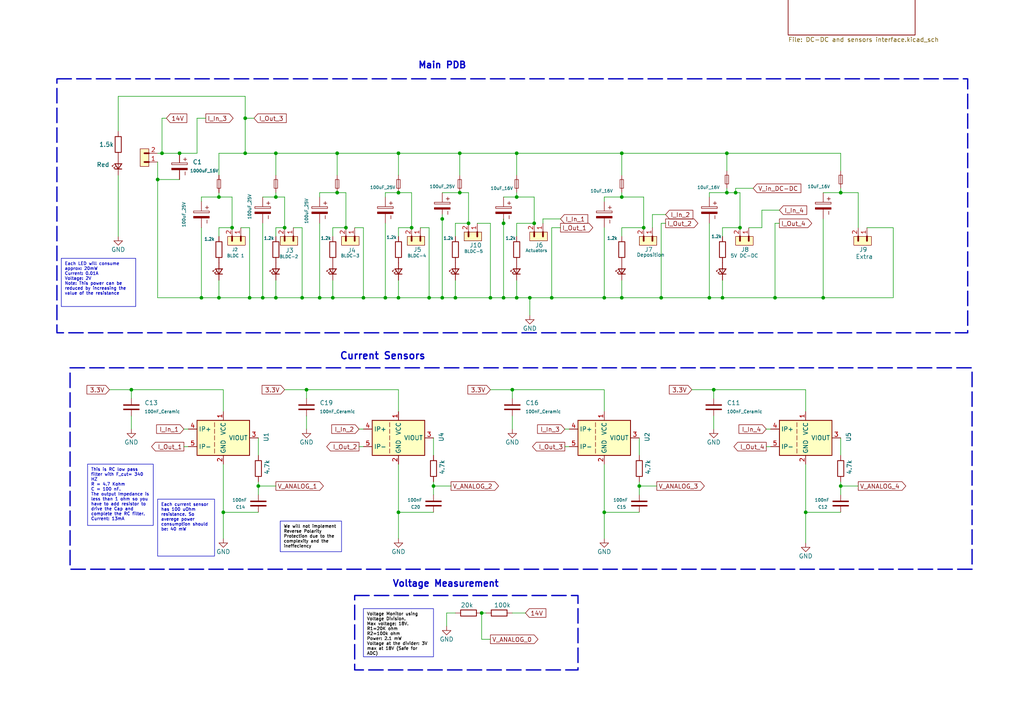
<source format=kicad_sch>
(kicad_sch
	(version 20250114)
	(generator "eeschema")
	(generator_version "9.0")
	(uuid "43b02b23-8b3d-43d3-860b-e99f82a5acc6")
	(paper "A4")
	(lib_symbols
		(symbol "Fuse_Holder-Blade_1"
			(pin_numbers
				(hide yes)
			)
			(pin_names
				(offset 0.254)
				(hide yes)
			)
			(exclude_from_sim no)
			(in_bom yes)
			(on_board yes)
			(property "Reference" "F1"
				(at 0.254 3.556 90)
				(effects
					(font
						(size 1.27 1.27)
					)
					(justify right)
					(hide yes)
				)
			)
			(property "Value" "Blade Fuse"
				(at -1.016 12.192 90)
				(effects
					(font
						(size 1.27 1.27)
					)
					(justify right)
					(hide yes)
				)
			)
			(property "Footprint" "PCM_SparkFun-Fuse:Fuseholder_Automotive"
				(at 0 -6.35 0)
				(effects
					(font
						(size 1.27 1.27)
					)
					(hide yes)
				)
			)
			(property "Datasheet" "https://www.keyelco.com/userAssets/file/M65p41.pdf"
				(at 0 -3.81 0)
				(effects
					(font
						(size 1.27 1.27)
					)
					(hide yes)
				)
			)
			(property "Description" "Fuse"
				(at 0 -8.89 0)
				(effects
					(font
						(size 1.27 1.27)
					)
					(hide yes)
				)
			)
			(property "PROD_ID" ""
				(at 0 0 0)
				(effects
					(font
						(size 1.27 1.27)
					)
				)
			)
			(property "ki_keywords" "SparkFun Blade Fuse Automotive"
				(at 0 0 0)
				(effects
					(font
						(size 1.27 1.27)
					)
					(hide yes)
				)
			)
			(property "ki_fp_filters" "*Fuse*"
				(at 0 0 0)
				(effects
					(font
						(size 1.27 1.27)
					)
					(hide yes)
				)
			)
			(symbol "Fuse_Holder-Blade_1_0_1"
				(polyline
					(pts
						(xy -1.27 0) (xy 1.27 0)
					)
					(stroke
						(width 0)
						(type default)
					)
					(fill
						(type none)
					)
				)
			)
			(symbol "Fuse_Holder-Blade_1_1_1"
				(rectangle
					(start -1.27 0.508)
					(end 1.27 -0.508)
					(stroke
						(width 0)
						(type solid)
					)
					(fill
						(type none)
					)
				)
				(pin passive line
					(at -2.54 0 0)
					(length 1.27)
					(name "1"
						(effects
							(font
								(size 1.27 1.27)
							)
						)
					)
					(number "1"
						(effects
							(font
								(size 1.27 1.27)
							)
						)
					)
				)
				(pin passive line
					(at 2.54 0 180)
					(length 1.27)
					(name "2"
						(effects
							(font
								(size 1.27 1.27)
							)
						)
					)
					(number "2"
						(effects
							(font
								(size 1.27 1.27)
							)
						)
					)
				)
			)
			(embedded_fonts no)
		)
		(symbol "PCM_SL_Capacitors:1000uF_16V"
			(exclude_from_sim no)
			(in_bom yes)
			(on_board yes)
			(property "Reference" "C"
				(at 0 7.62 0)
				(effects
					(font
						(size 1.27 1.27)
					)
				)
			)
			(property "Value" "1000uF_16V"
				(at 0 5.08 0)
				(effects
					(font
						(size 1.27 1.27)
					)
				)
			)
			(property "Footprint" "Capacitor_THT:CP_Radial_D10.0mm_P5.00mm"
				(at 0.762 -3.81 0)
				(effects
					(font
						(size 1.27 1.27)
					)
					(hide yes)
				)
			)
			(property "Datasheet" ""
				(at 0.508 0 0)
				(effects
					(font
						(size 1.27 1.27)
					)
					(hide yes)
				)
			)
			(property "Description" "1000uF, 16V Electrolytic Capacitor"
				(at 0 0 0)
				(effects
					(font
						(size 1.27 1.27)
					)
					(hide yes)
				)
			)
			(property "ki_keywords" "Electrolytic Capacitor"
				(at 0 0 0)
				(effects
					(font
						(size 1.27 1.27)
					)
					(hide yes)
				)
			)
			(property "ki_fp_filters" "Capacitor_THT:CP_Radial_D5.0mm_* Capacitor_THT:CP_Radial_D4.0mm_* Capacitor_THT:CP_Radial_D6.3mm_* Capacitor_THT:CP_Radial_D7.5mm_* Capacitor_THT:CP_Radial_D8.0mm_* Capacitor_THT:CP_Radial_D10.0mm_* Capacitor_THT:CP_Radial_D14.0mm_* Capacitor_THT:CP_Radial_D16.0mm_* Capacitor_THT:CP_Radial_D18.0mm_*"
				(at 0 0 0)
				(effects
					(font
						(size 1.27 1.27)
					)
					(hide yes)
				)
			)
			(symbol "1000uF_16V_0_0"
				(text "+"
					(at -2.032 1.524 0)
					(effects
						(font
							(size 1.27 1.27)
						)
					)
				)
				(text "-"
					(at 2.032 1.524 0)
					(effects
						(font
							(size 1.27 1.27)
						)
					)
				)
			)
			(symbol "1000uF_16V_0_1"
				(rectangle
					(start -1.016 -2.286)
					(end -0.508 2.286)
					(stroke
						(width 0)
						(type default)
					)
					(fill
						(type none)
					)
				)
				(rectangle
					(start 0.508 -2.286)
					(end 1.016 2.286)
					(stroke
						(width 0)
						(type default)
					)
					(fill
						(type outline)
					)
				)
			)
			(symbol "1000uF_16V_1_1"
				(pin passive line
					(at -3.81 0 0)
					(length 2.7)
					(name "~"
						(effects
							(font
								(size 0 0)
							)
						)
					)
					(number "1"
						(effects
							(font
								(size 0 0)
							)
						)
					)
				)
				(pin input line
					(at 3.81 0 180)
					(length 2.7)
					(name "~"
						(effects
							(font
								(size 0 0)
							)
						)
					)
					(number "2"
						(effects
							(font
								(size 0 0)
							)
						)
					)
				)
			)
			(embedded_fonts no)
		)
		(symbol "PCM_SL_Capacitors:100nF_Ceramic"
			(exclude_from_sim no)
			(in_bom yes)
			(on_board yes)
			(property "Reference" "C"
				(at 0 6.35 0)
				(effects
					(font
						(size 1.27 1.27)
					)
				)
			)
			(property "Value" "100nF_Ceramic"
				(at 0 3.81 0)
				(effects
					(font
						(size 1.27 1.27)
					)
				)
			)
			(property "Footprint" "Capacitor_THT:C_Disc_D5.0mm_W2.5mm_P2.50mm"
				(at 0 -3.81 0)
				(effects
					(font
						(size 1.27 1.27)
					)
					(hide yes)
				)
			)
			(property "Datasheet" ""
				(at 0 0 0)
				(effects
					(font
						(size 1.27 1.27)
					)
					(hide yes)
				)
			)
			(property "Description" "100nF Ceramic Capacitor"
				(at 0 0 0)
				(effects
					(font
						(size 1.27 1.27)
					)
					(hide yes)
				)
			)
			(property "ki_keywords" "Ceramic Capacitor 104 100nF"
				(at 0 0 0)
				(effects
					(font
						(size 1.27 1.27)
					)
					(hide yes)
				)
			)
			(symbol "100nF_Ceramic_0_1"
				(rectangle
					(start -0.762 2.286)
					(end -0.508 -2.286)
					(stroke
						(width 0)
						(type default)
					)
					(fill
						(type outline)
					)
				)
				(rectangle
					(start 0.508 2.286)
					(end 0.762 -2.286)
					(stroke
						(width 0)
						(type default)
					)
					(fill
						(type outline)
					)
				)
			)
			(symbol "100nF_Ceramic_1_1"
				(pin passive line
					(at -2.54 0 0)
					(length 2)
					(name "~"
						(effects
							(font
								(size 0 0)
							)
						)
					)
					(number "1"
						(effects
							(font
								(size 0 0)
							)
						)
					)
				)
				(pin input line
					(at 2.54 0 180)
					(length 2)
					(name "~"
						(effects
							(font
								(size 0 0)
							)
						)
					)
					(number "2"
						(effects
							(font
								(size 0 0)
							)
						)
					)
				)
			)
			(embedded_fonts no)
		)
		(symbol "PCM_SL_Capacitors:10uF_16V"
			(exclude_from_sim no)
			(in_bom yes)
			(on_board yes)
			(property "Reference" "C"
				(at 0 7.62 0)
				(effects
					(font
						(size 1.27 1.27)
					)
				)
			)
			(property "Value" "10uF_16V"
				(at 0 5.08 0)
				(effects
					(font
						(size 1.27 1.27)
					)
				)
			)
			(property "Footprint" "Capacitor_THT:CP_Radial_D5.0mm_P2.00mm"
				(at 0.762 -3.81 0)
				(effects
					(font
						(size 1.27 1.27)
					)
					(hide yes)
				)
			)
			(property "Datasheet" ""
				(at 0.508 0 0)
				(effects
					(font
						(size 1.27 1.27)
					)
					(hide yes)
				)
			)
			(property "Description" "10uF, 16V Electrolytic Capacitor"
				(at 0 0 0)
				(effects
					(font
						(size 1.27 1.27)
					)
					(hide yes)
				)
			)
			(property "ki_keywords" "Electrolytic Capacitor"
				(at 0 0 0)
				(effects
					(font
						(size 1.27 1.27)
					)
					(hide yes)
				)
			)
			(property "ki_fp_filters" "Capacitor_THT:CP_Radial_D5.0mm_* Capacitor_THT:CP_Radial_D4.0mm_* Capacitor_THT:CP_Radial_D6.3mm_* Capacitor_THT:CP_Radial_D7.5mm_* Capacitor_THT:CP_Radial_D8.0mm_* Capacitor_THT:CP_Radial_D10.0mm_* Capacitor_THT:CP_Radial_D14.0mm_* Capacitor_THT:CP_Radial_D16.0mm_* Capacitor_THT:CP_Radial_D18.0mm_*"
				(at 0 0 0)
				(effects
					(font
						(size 1.27 1.27)
					)
					(hide yes)
				)
			)
			(symbol "10uF_16V_0_0"
				(text "+"
					(at -2.032 1.524 0)
					(effects
						(font
							(size 1.27 1.27)
						)
					)
				)
				(text "-"
					(at 2.032 1.524 0)
					(effects
						(font
							(size 1.27 1.27)
						)
					)
				)
			)
			(symbol "10uF_16V_0_1"
				(rectangle
					(start -1.016 -2.286)
					(end -0.508 2.286)
					(stroke
						(width 0)
						(type default)
					)
					(fill
						(type none)
					)
				)
				(rectangle
					(start 0.508 -2.286)
					(end 1.016 2.286)
					(stroke
						(width 0)
						(type default)
					)
					(fill
						(type outline)
					)
				)
			)
			(symbol "10uF_16V_1_1"
				(pin passive line
					(at -3.81 0 0)
					(length 2.7)
					(name "~"
						(effects
							(font
								(size 0 0)
							)
						)
					)
					(number "1"
						(effects
							(font
								(size 0 0)
							)
						)
					)
				)
				(pin input line
					(at 3.81 0 180)
					(length 2.7)
					(name "~"
						(effects
							(font
								(size 0 0)
							)
						)
					)
					(number "2"
						(effects
							(font
								(size 0 0)
							)
						)
					)
				)
			)
			(embedded_fonts no)
		)
		(symbol "PCM_SL_Pin_Headers:PINHD_1x2_Male"
			(exclude_from_sim no)
			(in_bom yes)
			(on_board yes)
			(property "Reference" "J"
				(at 0 6.35 0)
				(effects
					(font
						(size 1.27 1.27)
					)
				)
			)
			(property "Value" "PINHD_1x2_Male"
				(at 0 3.81 0)
				(effects
					(font
						(size 1.27 1.27)
					)
				)
			)
			(property "Footprint" "Connector_PinHeader_2.54mm:PinHeader_1x02_P2.54mm_Vertical"
				(at 1.27 -3.81 0)
				(effects
					(font
						(size 1.27 1.27)
					)
					(hide yes)
				)
			)
			(property "Datasheet" ""
				(at 0 7.62 0)
				(effects
					(font
						(size 1.27 1.27)
					)
					(hide yes)
				)
			)
			(property "Description" "Pin Header male with pin space 2.54mm. Pin Count -2"
				(at 0 0 0)
				(effects
					(font
						(size 1.27 1.27)
					)
					(hide yes)
				)
			)
			(property "ki_keywords" "Pin Header"
				(at 0 0 0)
				(effects
					(font
						(size 1.27 1.27)
					)
					(hide yes)
				)
			)
			(property "ki_fp_filters" "PinHeader_1x02_P2.54mm*"
				(at 0 0 0)
				(effects
					(font
						(size 1.27 1.27)
					)
					(hide yes)
				)
			)
			(symbol "PINHD_1x2_Male_0_1"
				(rectangle
					(start -1.27 2.54)
					(end 1.27 -2.54)
					(stroke
						(width 0)
						(type default)
					)
					(fill
						(type background)
					)
				)
				(polyline
					(pts
						(xy -1.27 1.27) (xy 0 1.27)
					)
					(stroke
						(width 0.3)
						(type default)
					)
					(fill
						(type none)
					)
				)
				(polyline
					(pts
						(xy -1.27 1.27) (xy 0 1.27)
					)
					(stroke
						(width 0.5)
						(type default)
					)
					(fill
						(type none)
					)
				)
				(polyline
					(pts
						(xy -1.27 -1.27) (xy 0 -1.27)
					)
					(stroke
						(width 0.3)
						(type default)
					)
					(fill
						(type none)
					)
				)
				(polyline
					(pts
						(xy -1.27 -1.27) (xy 0 -1.27)
					)
					(stroke
						(width 0.5)
						(type default)
					)
					(fill
						(type none)
					)
				)
			)
			(symbol "PINHD_1x2_Male_1_1"
				(pin passive line
					(at -3.81 1.27 0)
					(length 2.54)
					(name ""
						(effects
							(font
								(size 1.27 1.27)
							)
						)
					)
					(number "1"
						(effects
							(font
								(size 1.27 1.27)
							)
						)
					)
				)
				(pin passive line
					(at -3.81 -1.27 0)
					(length 2.54)
					(name ""
						(effects
							(font
								(size 1.27 1.27)
							)
						)
					)
					(number "2"
						(effects
							(font
								(size 1.27 1.27)
							)
						)
					)
				)
			)
			(embedded_fonts no)
		)
		(symbol "PCM_SL_Resistors:470ohm"
			(exclude_from_sim no)
			(in_bom yes)
			(on_board yes)
			(property "Reference" "R"
				(at 0 5.08 0)
				(effects
					(font
						(size 1.27 1.27)
					)
				)
			)
			(property "Value" "470ohm"
				(at 0 2.54 0)
				(effects
					(font
						(size 1.27 1.27)
					)
				)
			)
			(property "Footprint" "Resistor_THT:R_Axial_DIN0207_L6.3mm_D2.5mm_P10.16mm_Horizontal"
				(at 0.889 -4.318 0)
				(effects
					(font
						(size 1.27 1.27)
					)
					(hide yes)
				)
			)
			(property "Datasheet" ""
				(at 0.508 0 0)
				(effects
					(font
						(size 1.27 1.27)
					)
					(hide yes)
				)
			)
			(property "Description" "470Ω, 1/4W Resistor"
				(at 0 0 0)
				(effects
					(font
						(size 1.27 1.27)
					)
					(hide yes)
				)
			)
			(property "ki_keywords" "Resistor"
				(at 0 0 0)
				(effects
					(font
						(size 1.27 1.27)
					)
					(hide yes)
				)
			)
			(property "ki_fp_filters" "Resistor_THT:R_Axial_DIN0207_L6.3mm_D2.5mm*"
				(at 0 0 0)
				(effects
					(font
						(size 1.27 1.27)
					)
					(hide yes)
				)
			)
			(symbol "470ohm_0_1"
				(rectangle
					(start -2.286 0.889)
					(end 2.286 -0.889)
					(stroke
						(width 0.24)
						(type default)
					)
					(fill
						(type none)
					)
				)
			)
			(symbol "470ohm_1_1"
				(pin passive line
					(at -3.81 0 0)
					(length 1.5)
					(name ""
						(effects
							(font
								(size 1.27 1.27)
							)
						)
					)
					(number "1"
						(effects
							(font
								(size 0 0)
							)
						)
					)
				)
				(pin passive line
					(at 3.81 0 180)
					(length 1.5)
					(name "~"
						(effects
							(font
								(size 1.27 1.27)
							)
						)
					)
					(number "2"
						(effects
							(font
								(size 0 0)
							)
						)
					)
				)
			)
			(embedded_fonts no)
		)
		(symbol "PCM_SparkFun-Fuse:Fuse_Holder-Blade"
			(pin_numbers
				(hide yes)
			)
			(pin_names
				(offset 0.254)
				(hide yes)
			)
			(exclude_from_sim no)
			(in_bom yes)
			(on_board yes)
			(property "Reference" "F"
				(at 0 -1.524 0)
				(effects
					(font
						(size 1.27 1.27)
					)
				)
			)
			(property "Value" "Blade Fuse"
				(at 0 1.524 0)
				(effects
					(font
						(size 1.27 1.27)
					)
				)
			)
			(property "Footprint" "PCM_SparkFun-Fuse:Fuseholder_Automotive"
				(at 0 -6.35 0)
				(effects
					(font
						(size 1.27 1.27)
					)
					(hide yes)
				)
			)
			(property "Datasheet" "https://www.keyelco.com/userAssets/file/M65p41.pdf"
				(at 0 -3.81 0)
				(effects
					(font
						(size 1.27 1.27)
					)
					(hide yes)
				)
			)
			(property "Description" "Fuse"
				(at 0 -8.89 0)
				(effects
					(font
						(size 1.27 1.27)
					)
					(hide yes)
				)
			)
			(property "PROD_ID" ""
				(at 0 0 0)
				(effects
					(font
						(size 1.27 1.27)
					)
				)
			)
			(property "ki_keywords" "SparkFun Blade Fuse Automotive"
				(at 0 0 0)
				(effects
					(font
						(size 1.27 1.27)
					)
					(hide yes)
				)
			)
			(property "ki_fp_filters" "*Fuse*"
				(at 0 0 0)
				(effects
					(font
						(size 1.27 1.27)
					)
					(hide yes)
				)
			)
			(symbol "Fuse_Holder-Blade_0_1"
				(rectangle
					(start -1.27 0.508)
					(end 1.27 -0.508)
					(stroke
						(width 0)
						(type default)
					)
					(fill
						(type none)
					)
				)
				(polyline
					(pts
						(xy -1.27 0) (xy 1.27 0)
					)
					(stroke
						(width 0)
						(type default)
					)
					(fill
						(type none)
					)
				)
			)
			(symbol "Fuse_Holder-Blade_1_1"
				(pin passive line
					(at -2.54 0 0)
					(length 1.27)
					(name "~"
						(effects
							(font
								(size 1.27 1.27)
							)
						)
					)
					(number "1"
						(effects
							(font
								(size 1.27 1.27)
							)
						)
					)
				)
				(pin passive line
					(at 2.54 0 180)
					(length 1.27)
					(name "~"
						(effects
							(font
								(size 1.27 1.27)
							)
						)
					)
					(number "2"
						(effects
							(font
								(size 1.27 1.27)
							)
						)
					)
				)
			)
			(embedded_fonts no)
		)
		(symbol "PCM_SparkFun-LED:LED_Red_5mm_PTH_NoSilk"
			(pin_numbers
				(hide yes)
			)
			(pin_names
				(offset 1.016)
				(hide yes)
			)
			(exclude_from_sim no)
			(in_bom yes)
			(on_board yes)
			(property "Reference" "D"
				(at 0 2.54 0)
				(effects
					(font
						(size 1.27 1.27)
					)
				)
			)
			(property "Value" "Red"
				(at 0 -2.54 0)
				(effects
					(font
						(size 1.27 1.27)
					)
				)
			)
			(property "Footprint" "PCM_SparkFun-LED:LED_5mm_PTH_Red_NoSilk"
				(at 0 -5.08 0)
				(effects
					(font
						(size 1.27 1.27)
					)
					(hide yes)
				)
			)
			(property "Datasheet" "https://cdn.sparkfun.com/assets/e/c/e/c/5/COM-09590-YSL-R531R3D-D2.pdf"
				(at 0 -10.16 0)
				(effects
					(font
						(size 1.27 1.27)
					)
					(hide yes)
				)
			)
			(property "Description" "Light emitting diode PTH 5mm diameter"
				(at 0 -12.7 0)
				(effects
					(font
						(size 1.27 1.27)
					)
					(hide yes)
				)
			)
			(property "PROD_ID" "DIO-09529"
				(at 0 -7.62 0)
				(effects
					(font
						(size 1.27 1.27)
					)
					(hide yes)
				)
			)
			(property "ki_keywords" "SparkFun LED diode"
				(at 0 0 0)
				(effects
					(font
						(size 1.27 1.27)
					)
					(hide yes)
				)
			)
			(property "ki_fp_filters" "LED* LED_SMD:* LED_THT:*"
				(at 0 0 0)
				(effects
					(font
						(size 1.27 1.27)
					)
					(hide yes)
				)
			)
			(symbol "LED_Red_5mm_PTH_NoSilk_0_1"
				(polyline
					(pts
						(xy -0.762 -1.016) (xy -0.762 1.016)
					)
					(stroke
						(width 0.254)
						(type default)
					)
					(fill
						(type none)
					)
				)
				(polyline
					(pts
						(xy 0 0.762) (xy -0.508 1.27) (xy -0.254 1.27) (xy -0.508 1.27) (xy -0.508 1.016)
					)
					(stroke
						(width 0)
						(type default)
					)
					(fill
						(type none)
					)
				)
				(polyline
					(pts
						(xy 0.508 1.27) (xy 0 1.778) (xy 0.254 1.778) (xy 0 1.778) (xy 0 1.524)
					)
					(stroke
						(width 0)
						(type default)
					)
					(fill
						(type none)
					)
				)
				(polyline
					(pts
						(xy 0.762 -1.016) (xy -0.762 0) (xy 0.762 1.016) (xy 0.762 -1.016)
					)
					(stroke
						(width 0.254)
						(type default)
					)
					(fill
						(type none)
					)
				)
				(polyline
					(pts
						(xy 1.016 0) (xy -0.762 0)
					)
					(stroke
						(width 0)
						(type default)
					)
					(fill
						(type none)
					)
				)
			)
			(symbol "LED_Red_5mm_PTH_NoSilk_1_1"
				(pin passive line
					(at -2.54 0 0)
					(length 1.778)
					(name "K"
						(effects
							(font
								(size 1.27 1.27)
							)
						)
					)
					(number "1"
						(effects
							(font
								(size 1.27 1.27)
							)
						)
					)
				)
				(pin passive line
					(at 2.54 0 180)
					(length 1.778)
					(name "A"
						(effects
							(font
								(size 1.27 1.27)
							)
						)
					)
					(number "2"
						(effects
							(font
								(size 1.27 1.27)
							)
						)
					)
				)
			)
			(embedded_fonts no)
		)
		(symbol "PCM_SparkFun-PowerSymbol:GND"
			(power)
			(pin_names
				(offset 0)
			)
			(exclude_from_sim no)
			(in_bom yes)
			(on_board yes)
			(property "Reference" "#PWR"
				(at 0 -6.35 0)
				(effects
					(font
						(size 1.27 1.27)
					)
					(hide yes)
				)
			)
			(property "Value" "GND"
				(at 0 -3.81 0)
				(do_not_autoplace)
				(effects
					(font
						(size 1.27 1.27)
					)
				)
			)
			(property "Footprint" ""
				(at 0 0 0)
				(effects
					(font
						(size 1.27 1.27)
					)
					(hide yes)
				)
			)
			(property "Datasheet" ""
				(at 0 0 0)
				(effects
					(font
						(size 1.27 1.27)
					)
					(hide yes)
				)
			)
			(property "Description" "Power symbol creates a global label with name \"GND\" , ground"
				(at 0 -8.89 0)
				(effects
					(font
						(size 1.27 1.27)
					)
					(hide yes)
				)
			)
			(property "ki_keywords" "SparkFun global power"
				(at 0 0 0)
				(effects
					(font
						(size 1.27 1.27)
					)
					(hide yes)
				)
			)
			(symbol "GND_0_1"
				(polyline
					(pts
						(xy 0 0) (xy 0 -1.27) (xy 1.27 -1.27) (xy 0 -2.54) (xy -1.27 -1.27) (xy 0 -1.27)
					)
					(stroke
						(width 0)
						(type default)
					)
					(fill
						(type none)
					)
				)
			)
			(symbol "GND_1_1"
				(pin power_in line
					(at 0 0 270)
					(length 0)
					(hide yes)
					(name "GND"
						(effects
							(font
								(size 1.27 1.27)
							)
						)
					)
					(number "1"
						(effects
							(font
								(size 1.27 1.27)
							)
						)
					)
				)
			)
			(embedded_fonts no)
		)
		(symbol "Sensor_Current:ACS758xCB-050B-PFF"
			(exclude_from_sim no)
			(in_bom yes)
			(on_board yes)
			(property "Reference" "U"
				(at -7.62 6.35 0)
				(effects
					(font
						(size 1.27 1.27)
					)
					(justify left)
				)
			)
			(property "Value" "ACS758xCB-050B-PFF"
				(at 2.54 6.35 0)
				(effects
					(font
						(size 1.27 1.27)
					)
					(justify left)
				)
			)
			(property "Footprint" "Sensor_Current:Allegro_CB_PFF"
				(at 0 0 0)
				(effects
					(font
						(size 1.27 1.27)
					)
					(hide yes)
				)
			)
			(property "Datasheet" "http://www.allegromicro.com/~/media/Files/Datasheets/ACS758-Datasheet.ashx?la=en"
				(at 0 0 0)
				(effects
					(font
						(size 1.27 1.27)
					)
					(hide yes)
				)
			)
			(property "Description" "±50A Bidirectional Hall-Effect Current Sensor, +5.0V supply, 40mV/A, CB-5 PFF"
				(at 0 0 0)
				(effects
					(font
						(size 1.27 1.27)
					)
					(hide yes)
				)
			)
			(property "ki_keywords" "hall effect current monitor sensor isolated"
				(at 0 0 0)
				(effects
					(font
						(size 1.27 1.27)
					)
					(hide yes)
				)
			)
			(property "ki_fp_filters" "Allegro*CB*PFF*"
				(at 0 0 0)
				(effects
					(font
						(size 1.27 1.27)
					)
					(hide yes)
				)
			)
			(symbol "ACS758xCB-050B-PFF_0_1"
				(rectangle
					(start -7.62 5.08)
					(end 7.62 -5.08)
					(stroke
						(width 0.254)
						(type default)
					)
					(fill
						(type background)
					)
				)
				(polyline
					(pts
						(xy -2.54 3.175) (xy -2.54 4.445)
					)
					(stroke
						(width 0)
						(type default)
					)
					(fill
						(type none)
					)
				)
				(polyline
					(pts
						(xy -2.54 1.27) (xy -2.54 2.54)
					)
					(stroke
						(width 0)
						(type default)
					)
					(fill
						(type none)
					)
				)
				(polyline
					(pts
						(xy -2.54 0.635) (xy -2.54 -0.635)
					)
					(stroke
						(width 0)
						(type default)
					)
					(fill
						(type none)
					)
				)
				(polyline
					(pts
						(xy -2.54 -1.27) (xy -2.54 -2.54)
					)
					(stroke
						(width 0)
						(type default)
					)
					(fill
						(type none)
					)
				)
				(polyline
					(pts
						(xy -2.54 -3.175) (xy -2.54 -4.445)
					)
					(stroke
						(width 0)
						(type default)
					)
					(fill
						(type none)
					)
				)
			)
			(symbol "ACS758xCB-050B-PFF_1_1"
				(pin passive line
					(at -10.16 2.54 0)
					(length 2.54)
					(name "IP+"
						(effects
							(font
								(size 1.27 1.27)
							)
						)
					)
					(number "4"
						(effects
							(font
								(size 1.27 1.27)
							)
						)
					)
				)
				(pin passive line
					(at -10.16 -2.54 0)
					(length 2.54)
					(name "IP-"
						(effects
							(font
								(size 1.27 1.27)
							)
						)
					)
					(number "5"
						(effects
							(font
								(size 1.27 1.27)
							)
						)
					)
				)
				(pin power_in line
					(at 0 7.62 270)
					(length 2.54)
					(name "VCC"
						(effects
							(font
								(size 1.27 1.27)
							)
						)
					)
					(number "1"
						(effects
							(font
								(size 1.27 1.27)
							)
						)
					)
				)
				(pin power_in line
					(at 0 -7.62 90)
					(length 2.54)
					(name "GND"
						(effects
							(font
								(size 1.27 1.27)
							)
						)
					)
					(number "2"
						(effects
							(font
								(size 1.27 1.27)
							)
						)
					)
				)
				(pin output line
					(at 10.16 0 180)
					(length 2.54)
					(name "VIOUT"
						(effects
							(font
								(size 1.27 1.27)
							)
						)
					)
					(number "3"
						(effects
							(font
								(size 1.27 1.27)
							)
						)
					)
				)
			)
			(embedded_fonts no)
		)
	)
	(rectangle
		(start 16.51 22.86)
		(end 280.67 96.52)
		(stroke
			(width 0.381)
			(type dash)
		)
		(fill
			(type none)
		)
		(uuid 15807766-ffcb-45d3-ab64-24773cefd4b2)
	)
	(rectangle
		(start 102.87 172.72)
		(end 167.64 194.31)
		(stroke
			(width 0.381)
			(type dash)
		)
		(fill
			(type none)
		)
		(uuid 30fcdba1-8dee-4cb2-bee3-51654e07ab07)
	)
	(rectangle
		(start 20.32 106.68)
		(end 281.94 165.1)
		(stroke
			(width 0.381)
			(type dash)
		)
		(fill
			(type none)
		)
		(uuid aabb2bc4-5b60-4482-a9c7-ac357d316aee)
	)
	(text "Current Sensors"
		(exclude_from_sim no)
		(at 110.998 103.378 0)
		(effects
			(font
				(size 2.032 2.032)
				(thickness 0.381)
				(bold yes)
			)
		)
		(uuid "ad58caf2-5855-4e28-bba0-1046fb278f98")
	)
	(text "Main PDB\n"
		(exclude_from_sim no)
		(at 128.27 19.05 0)
		(effects
			(font
				(size 1.905 1.905)
				(thickness 0.381)
				(bold yes)
			)
		)
		(uuid "ad83ce0a-36c8-4f65-923f-55ea42c1db7e")
	)
	(text "Voltage Measurement"
		(exclude_from_sim no)
		(at 129.286 169.418 0)
		(effects
			(font
				(size 1.905 1.905)
				(thickness 0.381)
				(bold yes)
			)
		)
		(uuid "f7cdf6b6-815c-4228-b5f4-9189d4eb56d8")
	)
	(text_box "Voltage Monitor using Voltage Division.\nMax voltage: 18V.\nR1=20K ohm\nR2=100k ohm\nPower: 2.1 mW\nVoltage at the divider: 3V max at 18V (Safe for ADC)"
		(exclude_from_sim no)
		(at 105.41 176.53 0)
		(size 20.32 13.97)
		(margins 0.9525 0.9525 0.9525 0.9525)
		(stroke
			(width 0)
			(type solid)
		)
		(fill
			(type none)
		)
		(effects
			(font
				(size 0.889 0.889)
				(color 0 0 0 1)
			)
			(justify left top)
		)
		(uuid "1987bb34-54a3-421d-99c1-2995dc97fa21")
	)
	(text_box "Each LED will consume approx: 20mW\nCurrent: 0.01A\nVoltage: 2V\nNote: This power can be reduced by increasing the value of the resistance"
		(exclude_from_sim no)
		(at 17.78 74.93 0)
		(size 21.59 13.97)
		(margins 0.9525 0.9525 0.9525 0.9525)
		(stroke
			(width 0)
			(type solid)
		)
		(fill
			(type none)
		)
		(effects
			(font
				(size 0.889 0.889)
			)
			(justify left top)
		)
		(uuid "414edbd7-f108-429a-aadb-3a6249508378")
	)
	(text_box "We will not implement Reverse Polarity Protection due to the complexity and the ineffeciency"
		(exclude_from_sim no)
		(at 81.28 151.13 0)
		(size 17.78 8.89)
		(margins 0.9525 0.9525 0.9525 0.9525)
		(stroke
			(width 0)
			(type solid)
		)
		(fill
			(type none)
		)
		(effects
			(font
				(size 0.889 0.889)
				(color 0 0 0 1)
			)
			(justify left top)
		)
		(uuid "6460917d-b2c6-4861-a74c-12cf69a7620e")
	)
	(text_box "Each current sensor has 100 uOhm resistance. So averege power consumption should be: 40 mW "
		(exclude_from_sim no)
		(at 45.72 144.78 0)
		(size 16.51 16.51)
		(margins 0.9525 0.9525 0.9525 0.9525)
		(stroke
			(width 0)
			(type solid)
		)
		(fill
			(type none)
		)
		(effects
			(font
				(size 0.889 0.889)
			)
			(justify left top)
		)
		(uuid "8d7cbf4f-0681-4c24-beb3-22752f8b8a73")
	)
	(text_box "This is RC low pass filter with F_cut= 340 HZ\nR = 4.7 Kohm\nC = 100 nF.\nThe output Impedance is less than 1 ohm so you have to add resistor to drive the Cap and complete the RC filter.\nCurrent: 13mA"
		(exclude_from_sim no)
		(at 25.4 134.62 0)
		(size 19.05 17.78)
		(margins 0.9525 0.9525 0.9525 0.9525)
		(stroke
			(width 0)
			(type solid)
		)
		(fill
			(type none)
		)
		(effects
			(font
				(size 0.889 0.889)
			)
			(justify left top)
		)
		(uuid "d02d2ccd-5285-4c8a-91cf-eb763cfe80d0")
	)
	(junction
		(at 160.02 86.36)
		(diameter 0)
		(color 0 0 0 0)
		(uuid "00426834-42bd-4cfd-be73-373acb947de8")
	)
	(junction
		(at 149.86 57.15)
		(diameter 0)
		(color 0 0 0 0)
		(uuid "01cc56b7-fa2d-4032-83c2-acb5fc83319e")
	)
	(junction
		(at 115.57 55.88)
		(diameter 0)
		(color 0 0 0 0)
		(uuid "094e4f29-f772-4397-acc0-6f7654c0b63d")
	)
	(junction
		(at 87.63 86.36)
		(diameter 0)
		(color 0 0 0 0)
		(uuid "0b838582-76d7-4b5c-9268-2b78e88e8e4b")
	)
	(junction
		(at 207.01 113.03)
		(diameter 0)
		(color 0 0 0 0)
		(uuid "0d4b8e0d-5aae-4335-a63c-ad6c49e0952c")
	)
	(junction
		(at 149.86 86.36)
		(diameter 0)
		(color 0 0 0 0)
		(uuid "17726980-6508-4e65-bd3d-fa18d43bf7a0")
	)
	(junction
		(at 119.38 66.04)
		(diameter 0)
		(color 0 0 0 0)
		(uuid "1f467a0e-fcb8-472d-a366-c171d1f72945")
	)
	(junction
		(at 96.52 86.36)
		(diameter 0)
		(color 0 0 0 0)
		(uuid "21b19b0c-ae0d-4a7c-a1e1-63de3b8b8d94")
	)
	(junction
		(at 105.41 86.36)
		(diameter 0)
		(color 0 0 0 0)
		(uuid "261ab232-1a6a-4fb4-857e-b7fbbbd55e5b")
	)
	(junction
		(at 148.59 113.03)
		(diameter 0)
		(color 0 0 0 0)
		(uuid "28dab65a-23a4-4449-95dd-5ff03ac271ab")
	)
	(junction
		(at 128.27 63.5)
		(diameter 0)
		(color 0 0 0 0)
		(uuid "2ebb534a-5877-4563-bcb3-08b040dd90b7")
	)
	(junction
		(at 186.69 66.04)
		(diameter 0)
		(color 0 0 0 0)
		(uuid "35fe97a2-782e-4c78-a53d-7f3286459358")
	)
	(junction
		(at 52.07 44.45)
		(diameter 0)
		(color 0 0 0 0)
		(uuid "3adf7da5-14d3-4c53-aa4a-90d53e83f843")
	)
	(junction
		(at 191.77 86.36)
		(diameter 0)
		(color 0 0 0 0)
		(uuid "3dbca1c9-ce6e-4c54-acfb-32477912cf22")
	)
	(junction
		(at 146.05 86.36)
		(diameter 0)
		(color 0 0 0 0)
		(uuid "455e26d9-f5d3-4e48-aa41-571c84e2c3e7")
	)
	(junction
		(at 175.26 86.36)
		(diameter 0)
		(color 0 0 0 0)
		(uuid "45662d3d-cf79-43e6-a76f-38cac34ba997")
	)
	(junction
		(at 71.12 44.45)
		(diameter 0)
		(color 0 0 0 0)
		(uuid "4bd7047b-d03f-4771-bbf8-51983aae724e")
	)
	(junction
		(at 115.57 44.45)
		(diameter 0)
		(color 0 0 0 0)
		(uuid "4e36e49b-05e4-4619-8da7-0101e917d122")
	)
	(junction
		(at 180.34 86.36)
		(diameter 0)
		(color 0 0 0 0)
		(uuid "535e50f1-9fb3-405c-b480-dece335190df")
	)
	(junction
		(at 243.84 55.88)
		(diameter 0)
		(color 0 0 0 0)
		(uuid "60c1f6f0-d9c5-4bbd-a6a3-753c88272aa7")
	)
	(junction
		(at 80.01 86.36)
		(diameter 0)
		(color 0 0 0 0)
		(uuid "61cc5d82-aa0d-4ca0-a363-1a140aade62e")
	)
	(junction
		(at 58.42 86.36)
		(diameter 0)
		(color 0 0 0 0)
		(uuid "657be39a-5213-41f6-b138-8b3738578d79")
	)
	(junction
		(at 80.01 44.45)
		(diameter 0)
		(color 0 0 0 0)
		(uuid "658cf7b6-1398-4f36-8594-2bed7e8caedc")
	)
	(junction
		(at 180.34 44.45)
		(diameter 0)
		(color 0 0 0 0)
		(uuid "6a4035c6-ce90-40cc-81a0-821e485e1a12")
	)
	(junction
		(at 133.35 55.88)
		(diameter 0)
		(color 0 0 0 0)
		(uuid "7154eada-fbcc-45fd-95ed-eae6ef4a30b5")
	)
	(junction
		(at 76.2 86.36)
		(diameter 0)
		(color 0 0 0 0)
		(uuid "72ef449c-5626-4e66-8f3e-3d0c758178f6")
	)
	(junction
		(at 67.31 66.04)
		(diameter 0)
		(color 0 0 0 0)
		(uuid "73208c26-4e9e-4919-b34b-0024d36f2a9f")
	)
	(junction
		(at 100.33 66.04)
		(diameter 0)
		(color 0 0 0 0)
		(uuid "74b8faf3-3fd5-4085-929e-805953d166d9")
	)
	(junction
		(at 213.36 55.88)
		(diameter 0)
		(color 0 0 0 0)
		(uuid "7503c964-d2d9-4e47-9617-f9a67644e66a")
	)
	(junction
		(at 125.73 140.97)
		(diameter 0)
		(color 0 0 0 0)
		(uuid "75a26126-36e3-4e91-85c6-872a46a65c9c")
	)
	(junction
		(at 80.01 57.15)
		(diameter 0)
		(color 0 0 0 0)
		(uuid "76f2d850-3f2b-4fb9-86ec-755dc8bf137c")
	)
	(junction
		(at 128.27 86.36)
		(diameter 0)
		(color 0 0 0 0)
		(uuid "81170b12-e052-4deb-ac75-ce2082618ce8")
	)
	(junction
		(at 175.26 148.59)
		(diameter 0)
		(color 0 0 0 0)
		(uuid "82cbad6b-a5bb-4a98-9a23-40b97af34182")
	)
	(junction
		(at 45.72 52.07)
		(diameter 0)
		(color 0 0 0 0)
		(uuid "83df0eff-c92b-4c69-8050-534121fb6392")
	)
	(junction
		(at 243.84 140.97)
		(diameter 0)
		(color 0 0 0 0)
		(uuid "8b1df08f-cd0d-47f8-a16d-b50e644f6972")
	)
	(junction
		(at 74.93 140.97)
		(diameter 0)
		(color 0 0 0 0)
		(uuid "8c26aee9-dbeb-4669-a2df-f56d7333bd8e")
	)
	(junction
		(at 153.67 86.36)
		(diameter 0)
		(color 0 0 0 0)
		(uuid "8ca0f49c-5592-4555-b0d8-3f8ea23fb91c")
	)
	(junction
		(at 92.71 86.36)
		(diameter 0)
		(color 0 0 0 0)
		(uuid "8e56b046-0102-4b85-9133-9c2cba5c4664")
	)
	(junction
		(at 180.34 57.15)
		(diameter 0)
		(color 0 0 0 0)
		(uuid "9267ea16-8b69-4cd0-84ed-5d856d7ee2ab")
	)
	(junction
		(at 64.77 148.59)
		(diameter 0)
		(color 0 0 0 0)
		(uuid "9a67130f-1d29-41c5-a57a-240e3966dced")
	)
	(junction
		(at 205.74 86.36)
		(diameter 0)
		(color 0 0 0 0)
		(uuid "9b4ba008-e67a-42bd-a7f0-3170af387984")
	)
	(junction
		(at 209.55 86.36)
		(diameter 0)
		(color 0 0 0 0)
		(uuid "9ec28ea6-91c5-48f4-8a28-caeea5a005f7")
	)
	(junction
		(at 139.7 177.8)
		(diameter 0)
		(color 0 0 0 0)
		(uuid "9ef5d0f3-3c8e-406e-bc06-189526daf59a")
	)
	(junction
		(at 82.55 66.04)
		(diameter 0)
		(color 0 0 0 0)
		(uuid "a085e651-468b-4598-9bb5-05f42bd44954")
	)
	(junction
		(at 63.5 57.15)
		(diameter 0)
		(color 0 0 0 0)
		(uuid "a09fbf62-6039-458a-8f5b-e8c9c40886ed")
	)
	(junction
		(at 133.35 44.45)
		(diameter 0)
		(color 0 0 0 0)
		(uuid "a692110c-f50c-47e7-a0d2-585766b935e6")
	)
	(junction
		(at 38.1 113.03)
		(diameter 0)
		(color 0 0 0 0)
		(uuid "b3a7ac37-0f69-45f9-a45f-78757ff08f20")
	)
	(junction
		(at 88.9 113.03)
		(diameter 0)
		(color 0 0 0 0)
		(uuid "b5d9e454-6ab4-4c34-83ca-53fecb20cf1e")
	)
	(junction
		(at 111.76 86.36)
		(diameter 0)
		(color 0 0 0 0)
		(uuid "b8be084d-c8e5-48e1-a813-ceb5907a129a")
	)
	(junction
		(at 146.05 64.77)
		(diameter 0)
		(color 0 0 0 0)
		(uuid "bb311af0-f614-4484-b463-5f89980e6670")
	)
	(junction
		(at 115.57 148.59)
		(diameter 0)
		(color 0 0 0 0)
		(uuid "c5850dfe-c590-4109-b949-f38ed72f53ac")
	)
	(junction
		(at 97.79 44.45)
		(diameter 0)
		(color 0 0 0 0)
		(uuid "c6f0eabe-737d-4e62-b7b1-5a6181ca217f")
	)
	(junction
		(at 224.79 86.36)
		(diameter 0)
		(color 0 0 0 0)
		(uuid "c7cebe0a-e0c8-4d7e-a89e-910d547dacdd")
	)
	(junction
		(at 185.42 140.97)
		(diameter 0)
		(color 0 0 0 0)
		(uuid "c8834075-f4fd-48ac-b96f-e209d407ca5c")
	)
	(junction
		(at 210.82 44.45)
		(diameter 0)
		(color 0 0 0 0)
		(uuid "cee836c5-8ae0-4da7-8dcd-c241c24527a3")
	)
	(junction
		(at 124.46 86.36)
		(diameter 0)
		(color 0 0 0 0)
		(uuid "d13c2962-11f1-4333-a398-009b1e1e6df2")
	)
	(junction
		(at 132.08 86.36)
		(diameter 0)
		(color 0 0 0 0)
		(uuid "d1f596ae-8856-42ed-93c1-c5404ab23063")
	)
	(junction
		(at 97.79 55.88)
		(diameter 0)
		(color 0 0 0 0)
		(uuid "d591d21c-6ca0-4d7f-bcc6-c19ba209f1a1")
	)
	(junction
		(at 72.39 86.36)
		(diameter 0)
		(color 0 0 0 0)
		(uuid "dc297502-094e-4d1b-a0c3-ed1b2364017e")
	)
	(junction
		(at 142.24 86.36)
		(diameter 0)
		(color 0 0 0 0)
		(uuid "dee7669b-0cfd-441c-8196-61a50ca91457")
	)
	(junction
		(at 46.99 44.45)
		(diameter 0)
		(color 0 0 0 0)
		(uuid "e278400f-5f53-4f7f-9d58-9b0fc4bc4d3b")
	)
	(junction
		(at 135.89 64.77)
		(diameter 0)
		(color 0 0 0 0)
		(uuid "e3a1c4f4-f891-4211-bb8e-05a7b207cc58")
	)
	(junction
		(at 214.63 66.04)
		(diameter 0)
		(color 0 0 0 0)
		(uuid "e3d880bb-fd25-48d3-8258-1c08483459ee")
	)
	(junction
		(at 71.12 34.29)
		(diameter 0)
		(color 0 0 0 0)
		(uuid "e43dcc16-751a-407c-9e0f-d01ad73fc31c")
	)
	(junction
		(at 149.86 44.45)
		(diameter 0)
		(color 0 0 0 0)
		(uuid "edbdbb80-d065-458e-b705-db3af6eb2976")
	)
	(junction
		(at 115.57 86.36)
		(diameter 0)
		(color 0 0 0 0)
		(uuid "eee72cdf-c8d1-47e4-9a60-b198661cbe75")
	)
	(junction
		(at 210.82 55.88)
		(diameter 0)
		(color 0 0 0 0)
		(uuid "ef2dffe3-7e59-4c64-a98a-0167b508a41b")
	)
	(junction
		(at 233.68 148.59)
		(diameter 0)
		(color 0 0 0 0)
		(uuid "f24dfb25-e5cc-4297-a5f8-d6dc8a0775fd")
	)
	(junction
		(at 238.76 86.36)
		(diameter 0)
		(color 0 0 0 0)
		(uuid "f61581cc-143b-4ca4-9fdc-6f361ae96f0e")
	)
	(junction
		(at 154.94 64.77)
		(diameter 0)
		(color 0 0 0 0)
		(uuid "f74ab22d-f708-4180-8e7d-8ad3de6936d4")
	)
	(junction
		(at 63.5 86.36)
		(diameter 0)
		(color 0 0 0 0)
		(uuid "fe1b9cef-8782-4b65-a135-d36da27c1131")
	)
	(wire
		(pts
			(xy 163.83 124.46) (xy 165.1 124.46)
		)
		(stroke
			(width 0)
			(type default)
		)
		(uuid "0010e4e8-bf92-44e8-993c-6f89748ce3b0")
	)
	(wire
		(pts
			(xy 96.52 86.36) (xy 92.71 86.36)
		)
		(stroke
			(width 0)
			(type default)
		)
		(uuid "009230f4-ca41-4ab2-b50b-aacdc297677d")
	)
	(wire
		(pts
			(xy 115.57 134.62) (xy 115.57 148.59)
		)
		(stroke
			(width 0)
			(type default)
		)
		(uuid "013e4b5e-fe24-437e-8bc2-f30c13c22f62")
	)
	(wire
		(pts
			(xy 205.74 55.88) (xy 205.74 57.15)
		)
		(stroke
			(width 0)
			(type default)
		)
		(uuid "02dce084-c45e-400e-a6d8-d2e17db4282d")
	)
	(wire
		(pts
			(xy 34.29 27.94) (xy 71.12 27.94)
		)
		(stroke
			(width 0)
			(type default)
		)
		(uuid "035281b4-7179-4ade-bf34-164db34b27c0")
	)
	(wire
		(pts
			(xy 220.98 66.04) (xy 217.17 66.04)
		)
		(stroke
			(width 0)
			(type default)
		)
		(uuid "04038eb1-c1e4-44a5-9d6b-4a1af38637dd")
	)
	(wire
		(pts
			(xy 148.59 120.65) (xy 148.59 124.46)
		)
		(stroke
			(width 0)
			(type default)
		)
		(uuid "0649d56c-841f-4932-afd1-bd6270e0be5a")
	)
	(wire
		(pts
			(xy 248.92 55.88) (xy 248.92 66.04)
		)
		(stroke
			(width 0)
			(type default)
		)
		(uuid "073975a3-2593-4d55-81c7-df03ed6dff09")
	)
	(wire
		(pts
			(xy 63.5 44.45) (xy 71.12 44.45)
		)
		(stroke
			(width 0)
			(type default)
		)
		(uuid "083a3fc7-d34c-4bc5-96de-83f60a6fdaf8")
	)
	(wire
		(pts
			(xy 160.02 66.04) (xy 160.02 86.36)
		)
		(stroke
			(width 0)
			(type default)
		)
		(uuid "08b11990-cb32-45c6-a113-82da2616f80f")
	)
	(wire
		(pts
			(xy 233.68 113.03) (xy 233.68 119.38)
		)
		(stroke
			(width 0)
			(type default)
		)
		(uuid "0b95d02d-6ad7-4d0b-af4d-d7f5b4afc557")
	)
	(wire
		(pts
			(xy 64.77 148.59) (xy 74.93 148.59)
		)
		(stroke
			(width 0)
			(type default)
		)
		(uuid "0bca3d39-1a6b-43d5-b359-c5e6d4ebf21f")
	)
	(wire
		(pts
			(xy 92.71 55.88) (xy 97.79 55.88)
		)
		(stroke
			(width 0)
			(type default)
		)
		(uuid "0be3e8cc-ae8d-4cd7-af95-dc98e4f5af99")
	)
	(wire
		(pts
			(xy 97.79 44.45) (xy 97.79 50.8)
		)
		(stroke
			(width 0)
			(type default)
		)
		(uuid "0f38f274-21cf-4873-9fd1-7031a43813e2")
	)
	(wire
		(pts
			(xy 175.26 148.59) (xy 175.26 156.21)
		)
		(stroke
			(width 0)
			(type default)
		)
		(uuid "0fcddb3a-c736-416d-9745-3efec09d4449")
	)
	(wire
		(pts
			(xy 139.7 177.8) (xy 140.97 177.8)
		)
		(stroke
			(width 0)
			(type default)
		)
		(uuid "11d616cb-c122-4c67-9b6b-3f54ab87a26d")
	)
	(wire
		(pts
			(xy 38.1 113.03) (xy 38.1 115.57)
		)
		(stroke
			(width 0)
			(type default)
		)
		(uuid "120a9f9a-0675-4fdb-8461-1498aefd79ed")
	)
	(wire
		(pts
			(xy 124.46 86.36) (xy 128.27 86.36)
		)
		(stroke
			(width 0)
			(type default)
		)
		(uuid "12e97256-bd99-41ac-a36d-a68c38e6cc19")
	)
	(wire
		(pts
			(xy 149.86 44.45) (xy 149.86 50.8)
		)
		(stroke
			(width 0)
			(type default)
		)
		(uuid "1315af5e-cef6-4b4a-b996-13dbfacdbbfa")
	)
	(wire
		(pts
			(xy 88.9 120.65) (xy 88.9 124.46)
		)
		(stroke
			(width 0)
			(type default)
		)
		(uuid "1451dd1c-5c45-40fb-9c77-43a6e7c10d76")
	)
	(wire
		(pts
			(xy 193.04 64.77) (xy 191.77 64.77)
		)
		(stroke
			(width 0)
			(type default)
		)
		(uuid "15a16145-b87c-4997-a3bf-ef530ec3cb6c")
	)
	(wire
		(pts
			(xy 115.57 44.45) (xy 133.35 44.45)
		)
		(stroke
			(width 0)
			(type default)
		)
		(uuid "16822178-e4e2-47bd-9807-dcb2ec3486f5")
	)
	(wire
		(pts
			(xy 74.93 127) (xy 74.93 132.08)
		)
		(stroke
			(width 0)
			(type default)
		)
		(uuid "1786fbc2-3868-48c2-b274-e21948b1f869")
	)
	(wire
		(pts
			(xy 214.63 55.88) (xy 214.63 66.04)
		)
		(stroke
			(width 0)
			(type default)
		)
		(uuid "188db83f-b17f-4d8c-9515-5a2aa22e9c5a")
	)
	(wire
		(pts
			(xy 82.55 113.03) (xy 88.9 113.03)
		)
		(stroke
			(width 0)
			(type default)
		)
		(uuid "1905bb6f-82e3-4cc8-b956-1aa940855b07")
	)
	(wire
		(pts
			(xy 64.77 134.62) (xy 64.77 148.59)
		)
		(stroke
			(width 0)
			(type default)
		)
		(uuid "1985a478-5575-4137-87f6-7e1a7f878d54")
	)
	(wire
		(pts
			(xy 76.2 64.77) (xy 76.2 86.36)
		)
		(stroke
			(width 0)
			(type default)
		)
		(uuid "19dd1951-5a5d-4e11-85eb-83c1e8a9d3cf")
	)
	(wire
		(pts
			(xy 233.68 134.62) (xy 233.68 148.59)
		)
		(stroke
			(width 0)
			(type default)
		)
		(uuid "1d0500f6-2f34-43ab-b859-28b01e1cb1ab")
	)
	(wire
		(pts
			(xy 46.99 44.45) (xy 52.07 44.45)
		)
		(stroke
			(width 0)
			(type default)
		)
		(uuid "1d3528c8-f4c9-4ae0-ba59-a738eaee884f")
	)
	(wire
		(pts
			(xy 80.01 66.04) (xy 80.01 68.58)
		)
		(stroke
			(width 0)
			(type default)
		)
		(uuid "1d4e5463-52db-4d0d-82be-c1400bb5d727")
	)
	(wire
		(pts
			(xy 205.74 64.77) (xy 205.74 86.36)
		)
		(stroke
			(width 0)
			(type default)
		)
		(uuid "1e043f93-5b81-4c14-96ca-be816ea8bee6")
	)
	(wire
		(pts
			(xy 111.76 55.88) (xy 111.76 57.15)
		)
		(stroke
			(width 0)
			(type default)
		)
		(uuid "2134a1f2-0b42-4186-ab03-4b9b7ad1e8f5")
	)
	(wire
		(pts
			(xy 53.34 129.54) (xy 54.61 129.54)
		)
		(stroke
			(width 0)
			(type default)
		)
		(uuid "237811c5-9297-4333-b105-89b65e40259b")
	)
	(wire
		(pts
			(xy 59.69 34.29) (xy 57.15 34.29)
		)
		(stroke
			(width 0)
			(type default)
		)
		(uuid "23a984f3-8e4f-4b21-b598-c356495b316c")
	)
	(wire
		(pts
			(xy 115.57 55.88) (xy 119.38 55.88)
		)
		(stroke
			(width 0)
			(type default)
		)
		(uuid "24742d22-5308-4a4b-a0c5-189d82430173")
	)
	(wire
		(pts
			(xy 238.76 63.5) (xy 238.76 86.36)
		)
		(stroke
			(width 0)
			(type default)
		)
		(uuid "24f86e37-298a-4b43-8fd9-029b30f2e0d9")
	)
	(wire
		(pts
			(xy 243.84 55.88) (xy 248.92 55.88)
		)
		(stroke
			(width 0)
			(type default)
		)
		(uuid "25a88754-252d-44e3-a35d-b2c1da5f90fb")
	)
	(wire
		(pts
			(xy 209.55 66.04) (xy 209.55 68.58)
		)
		(stroke
			(width 0)
			(type default)
		)
		(uuid "280a593f-32db-495a-9c0c-dbdde08b63d3")
	)
	(wire
		(pts
			(xy 96.52 86.36) (xy 105.41 86.36)
		)
		(stroke
			(width 0)
			(type default)
		)
		(uuid "2d16b8f7-1eb1-4186-8090-a76ffdda2a28")
	)
	(wire
		(pts
			(xy 243.84 140.97) (xy 248.92 140.97)
		)
		(stroke
			(width 0)
			(type default)
		)
		(uuid "2dd43450-a9f2-4a3a-bcf2-50993c016722")
	)
	(wire
		(pts
			(xy 233.68 148.59) (xy 233.68 157.48)
		)
		(stroke
			(width 0)
			(type default)
		)
		(uuid "2e34dfad-b867-45d8-a2dd-bba3f9ea8dec")
	)
	(wire
		(pts
			(xy 74.93 140.97) (xy 80.01 140.97)
		)
		(stroke
			(width 0)
			(type default)
		)
		(uuid "2f12f270-08e1-4239-9eaf-cc70245d855d")
	)
	(wire
		(pts
			(xy 115.57 86.36) (xy 115.57 81.28)
		)
		(stroke
			(width 0)
			(type default)
		)
		(uuid "2f705950-9716-4203-ade6-8d234190683a")
	)
	(wire
		(pts
			(xy 157.48 63.5) (xy 162.56 63.5)
		)
		(stroke
			(width 0)
			(type default)
		)
		(uuid "2fd1b524-b20d-4f9f-b6cd-672182cb5b8b")
	)
	(wire
		(pts
			(xy 132.08 86.36) (xy 132.08 81.28)
		)
		(stroke
			(width 0)
			(type default)
		)
		(uuid "30265f5b-aa6f-44d9-b7c6-9a98784d6ee7")
	)
	(wire
		(pts
			(xy 175.26 113.03) (xy 175.26 119.38)
		)
		(stroke
			(width 0)
			(type default)
		)
		(uuid "30fa6d17-7e1a-4268-aee8-63f83535f64a")
	)
	(wire
		(pts
			(xy 243.84 44.45) (xy 243.84 49.53)
		)
		(stroke
			(width 0)
			(type default)
		)
		(uuid "310fcb76-7f8c-4c62-b3b9-aeafc8b48dad")
	)
	(wire
		(pts
			(xy 243.84 139.7) (xy 243.84 140.97)
		)
		(stroke
			(width 0)
			(type default)
		)
		(uuid "31f0929e-371d-4937-8bd7-b717eed9e029")
	)
	(wire
		(pts
			(xy 57.15 44.45) (xy 52.07 44.45)
		)
		(stroke
			(width 0)
			(type default)
		)
		(uuid "31f684f5-717d-491b-be59-cd36653f079b")
	)
	(wire
		(pts
			(xy 63.5 86.36) (xy 63.5 81.28)
		)
		(stroke
			(width 0)
			(type default)
		)
		(uuid "3376b6ff-9692-4b4d-b8fb-591a9699ef70")
	)
	(wire
		(pts
			(xy 96.52 66.04) (xy 100.33 66.04)
		)
		(stroke
			(width 0)
			(type default)
		)
		(uuid "33816eff-f4f2-42a6-a480-2f18d9ada6a9")
	)
	(wire
		(pts
			(xy 48.26 34.29) (xy 46.99 34.29)
		)
		(stroke
			(width 0)
			(type default)
		)
		(uuid "33ca053a-eb22-49f8-be91-1c863e20329c")
	)
	(wire
		(pts
			(xy 157.48 63.5) (xy 157.48 64.77)
		)
		(stroke
			(width 0)
			(type default)
		)
		(uuid "35464643-1a94-45f7-9b43-c7007f5895f7")
	)
	(wire
		(pts
			(xy 125.73 139.7) (xy 125.73 140.97)
		)
		(stroke
			(width 0)
			(type default)
		)
		(uuid "3758dc0d-24c7-4c03-909f-0f5996c75f6d")
	)
	(wire
		(pts
			(xy 149.86 44.45) (xy 180.34 44.45)
		)
		(stroke
			(width 0)
			(type default)
		)
		(uuid "38cd8980-8304-4eb1-964d-5cc9b37bdc16")
	)
	(wire
		(pts
			(xy 132.08 64.77) (xy 135.89 64.77)
		)
		(stroke
			(width 0)
			(type default)
		)
		(uuid "38e6a619-6534-402d-8010-20126ebb4412")
	)
	(wire
		(pts
			(xy 180.34 50.8) (xy 180.34 44.45)
		)
		(stroke
			(width 0)
			(type default)
		)
		(uuid "3bcd9c7f-b090-470b-ac67-3c1644e7a3e3")
	)
	(wire
		(pts
			(xy 142.24 185.42) (xy 139.7 185.42)
		)
		(stroke
			(width 0)
			(type default)
		)
		(uuid "3c490c3a-2b56-4ecb-9443-ccb1d6977602")
	)
	(wire
		(pts
			(xy 82.55 57.15) (xy 82.55 66.04)
		)
		(stroke
			(width 0)
			(type default)
		)
		(uuid "3d46b721-4427-4f77-ad06-6f97ad126774")
	)
	(wire
		(pts
			(xy 76.2 86.36) (xy 72.39 86.36)
		)
		(stroke
			(width 0)
			(type default)
		)
		(uuid "3d9daaa2-fcb7-43f8-8c29-071933ed7aaa")
	)
	(wire
		(pts
			(xy 58.42 57.15) (xy 63.5 57.15)
		)
		(stroke
			(width 0)
			(type default)
		)
		(uuid "4084c267-0c5d-4870-8bbb-858e46728e29")
	)
	(wire
		(pts
			(xy 153.67 91.44) (xy 153.67 86.36)
		)
		(stroke
			(width 0)
			(type default)
		)
		(uuid "409928ce-565b-424d-aba5-8aebd889bf4b")
	)
	(wire
		(pts
			(xy 63.5 66.04) (xy 63.5 68.58)
		)
		(stroke
			(width 0)
			(type default)
		)
		(uuid "41984817-ca9a-4492-b52a-a10c054896a4")
	)
	(wire
		(pts
			(xy 80.01 44.45) (xy 80.01 50.8)
		)
		(stroke
			(width 0)
			(type default)
		)
		(uuid "43eb77e8-9d8f-4377-a5e1-cb55219c87e5")
	)
	(wire
		(pts
			(xy 153.67 86.36) (xy 149.86 86.36)
		)
		(stroke
			(width 0)
			(type default)
		)
		(uuid "44da7c36-cc7e-47c0-b98a-ad1385ced783")
	)
	(wire
		(pts
			(xy 104.14 129.54) (xy 105.41 129.54)
		)
		(stroke
			(width 0)
			(type default)
		)
		(uuid "463d74ee-fec4-47f9-9e9b-64bd72e1a6f5")
	)
	(wire
		(pts
			(xy 180.34 81.28) (xy 180.34 86.36)
		)
		(stroke
			(width 0)
			(type default)
		)
		(uuid "467e169b-083e-422a-86f6-7b53c1d7bea6")
	)
	(wire
		(pts
			(xy 180.34 86.36) (xy 191.77 86.36)
		)
		(stroke
			(width 0)
			(type default)
		)
		(uuid "472a5e71-24b7-4870-ad70-aeca9668f0d4")
	)
	(wire
		(pts
			(xy 64.77 148.59) (xy 64.77 156.21)
		)
		(stroke
			(width 0)
			(type default)
		)
		(uuid "47524f65-4224-4493-a56c-36958cf445fd")
	)
	(wire
		(pts
			(xy 186.69 66.04) (xy 180.34 66.04)
		)
		(stroke
			(width 0)
			(type default)
		)
		(uuid "488d1aff-7ecc-48e0-98bb-edeed54a3f86")
	)
	(wire
		(pts
			(xy 213.36 55.88) (xy 214.63 55.88)
		)
		(stroke
			(width 0)
			(type default)
		)
		(uuid "4aaafb5b-72bd-47e8-8d8d-6a1235f326ca")
	)
	(wire
		(pts
			(xy 72.39 66.04) (xy 69.85 66.04)
		)
		(stroke
			(width 0)
			(type default)
		)
		(uuid "4ae125e5-12ee-4c4c-9644-62b3e26a742a")
	)
	(wire
		(pts
			(xy 115.57 148.59) (xy 125.73 148.59)
		)
		(stroke
			(width 0)
			(type default)
		)
		(uuid "4c0e898e-82df-4389-8d3a-f1a02f8488c0")
	)
	(wire
		(pts
			(xy 58.42 66.04) (xy 58.42 86.36)
		)
		(stroke
			(width 0)
			(type default)
		)
		(uuid "4c1e39e5-4cee-4aa3-8b3f-7e5be1da5306")
	)
	(wire
		(pts
			(xy 46.99 34.29) (xy 46.99 44.45)
		)
		(stroke
			(width 0)
			(type default)
		)
		(uuid "4d0b12b7-059a-437f-8279-10e3dd7687ba")
	)
	(wire
		(pts
			(xy 209.55 81.28) (xy 209.55 86.36)
		)
		(stroke
			(width 0)
			(type default)
		)
		(uuid "51057019-2a29-4c26-bb87-f02394c05bea")
	)
	(wire
		(pts
			(xy 63.5 44.45) (xy 63.5 50.8)
		)
		(stroke
			(width 0)
			(type default)
		)
		(uuid "514a940f-5761-4bfe-8842-a0918c93f2e4")
	)
	(wire
		(pts
			(xy 53.34 124.46) (xy 54.61 124.46)
		)
		(stroke
			(width 0)
			(type default)
		)
		(uuid "545aa11c-b85e-4fe4-9e12-ad0712d5fbad")
	)
	(wire
		(pts
			(xy 233.68 148.59) (xy 243.84 148.59)
		)
		(stroke
			(width 0)
			(type default)
		)
		(uuid "56113af2-62b6-4954-be55-b3943e6fa2cb")
	)
	(wire
		(pts
			(xy 96.52 86.36) (xy 96.52 81.28)
		)
		(stroke
			(width 0)
			(type default)
		)
		(uuid "567e3a4b-50d6-4ee8-b24e-ff6a86ad119f")
	)
	(wire
		(pts
			(xy 34.29 38.1) (xy 34.29 27.94)
		)
		(stroke
			(width 0)
			(type default)
		)
		(uuid "576517e8-faca-40e1-8f5e-2d1af36a4295")
	)
	(wire
		(pts
			(xy 259.08 66.04) (xy 259.08 86.36)
		)
		(stroke
			(width 0)
			(type default)
		)
		(uuid "5a621684-4cf1-4604-b7b1-4359aac1c655")
	)
	(wire
		(pts
			(xy 125.73 127) (xy 125.73 132.08)
		)
		(stroke
			(width 0)
			(type default)
		)
		(uuid "5a6de2f2-4120-46e8-ad80-816f145bc1da")
	)
	(wire
		(pts
			(xy 153.67 86.36) (xy 160.02 86.36)
		)
		(stroke
			(width 0)
			(type default)
		)
		(uuid "5b63005e-914b-4d80-bf6a-63d403d7ed1f")
	)
	(wire
		(pts
			(xy 115.57 66.04) (xy 119.38 66.04)
		)
		(stroke
			(width 0)
			(type default)
		)
		(uuid "5bdb1d28-9d34-499d-9eb5-2a50c50dd705")
	)
	(wire
		(pts
			(xy 205.74 55.88) (xy 210.82 55.88)
		)
		(stroke
			(width 0)
			(type default)
		)
		(uuid "5d9a0725-137e-4478-8664-fd14fde92780")
	)
	(wire
		(pts
			(xy 226.06 64.77) (xy 224.79 64.77)
		)
		(stroke
			(width 0)
			(type default)
		)
		(uuid "5d9b928b-4b6e-46b2-9093-700a5205b40e")
	)
	(wire
		(pts
			(xy 115.57 44.45) (xy 115.57 50.8)
		)
		(stroke
			(width 0)
			(type default)
		)
		(uuid "5e768fac-a89b-4dbb-88ad-102d985beb47")
	)
	(wire
		(pts
			(xy 185.42 127) (xy 185.42 132.08)
		)
		(stroke
			(width 0)
			(type default)
		)
		(uuid "60083ccd-c6e1-4121-8e29-e9436b4ceec9")
	)
	(wire
		(pts
			(xy 124.46 66.04) (xy 124.46 86.36)
		)
		(stroke
			(width 0)
			(type default)
		)
		(uuid "6065e471-7c99-4268-a9d1-b2d32b2cf812")
	)
	(wire
		(pts
			(xy 45.72 86.36) (xy 58.42 86.36)
		)
		(stroke
			(width 0)
			(type default)
		)
		(uuid "61178c0d-8b42-405c-a45c-73ebfea5b153")
	)
	(wire
		(pts
			(xy 129.54 177.8) (xy 132.08 177.8)
		)
		(stroke
			(width 0)
			(type default)
		)
		(uuid "61277602-d578-4d47-886e-315d02e2391a")
	)
	(wire
		(pts
			(xy 139.7 185.42) (xy 139.7 177.8)
		)
		(stroke
			(width 0)
			(type default)
		)
		(uuid "614a3287-05ed-4cfb-8fd7-ee265a25549f")
	)
	(wire
		(pts
			(xy 128.27 63.5) (xy 128.27 86.36)
		)
		(stroke
			(width 0)
			(type default)
		)
		(uuid "6205be70-2fff-4861-b244-ed4f3edbd659")
	)
	(wire
		(pts
			(xy 222.25 124.46) (xy 223.52 124.46)
		)
		(stroke
			(width 0)
			(type default)
		)
		(uuid "6253ee19-ab79-412f-89d9-963023814841")
	)
	(wire
		(pts
			(xy 38.1 120.65) (xy 38.1 124.46)
		)
		(stroke
			(width 0)
			(type default)
		)
		(uuid "633817f5-b7b3-40f9-b700-2d32b189af61")
	)
	(wire
		(pts
			(xy 142.24 86.36) (xy 132.08 86.36)
		)
		(stroke
			(width 0)
			(type default)
		)
		(uuid "63a887c5-570c-44df-83d8-e6def91dc1fd")
	)
	(wire
		(pts
			(xy 85.09 66.04) (xy 87.63 66.04)
		)
		(stroke
			(width 0)
			(type default)
		)
		(uuid "64a5da5d-f0bd-4545-85ac-7927447d8158")
	)
	(wire
		(pts
			(xy 238.76 55.88) (xy 243.84 55.88)
		)
		(stroke
			(width 0)
			(type default)
		)
		(uuid "65de6af8-f464-4953-af95-bf394eb725e6")
	)
	(wire
		(pts
			(xy 207.01 113.03) (xy 207.01 115.57)
		)
		(stroke
			(width 0)
			(type default)
		)
		(uuid "67dc6cc3-09da-4294-bbf2-e7376122654e")
	)
	(wire
		(pts
			(xy 88.9 113.03) (xy 115.57 113.03)
		)
		(stroke
			(width 0)
			(type default)
		)
		(uuid "695ee932-d559-433a-a967-c09ab43e60f1")
	)
	(wire
		(pts
			(xy 111.76 64.77) (xy 111.76 86.36)
		)
		(stroke
			(width 0)
			(type default)
		)
		(uuid "6b9cc9d9-4706-481f-b66d-4a6d86cfc3e1")
	)
	(wire
		(pts
			(xy 45.72 52.07) (xy 45.72 46.99)
		)
		(stroke
			(width 0)
			(type default)
		)
		(uuid "6c34bad9-3c47-493b-a4e8-39c8de2cb913")
	)
	(wire
		(pts
			(xy 142.24 64.77) (xy 142.24 86.36)
		)
		(stroke
			(width 0)
			(type default)
		)
		(uuid "70e3fd14-589d-434b-8b3d-498888f9510f")
	)
	(wire
		(pts
			(xy 87.63 66.04) (xy 87.63 86.36)
		)
		(stroke
			(width 0)
			(type default)
		)
		(uuid "71b15b6f-b986-429a-9def-df7200d43897")
	)
	(wire
		(pts
			(xy 149.86 81.28) (xy 149.86 86.36)
		)
		(stroke
			(width 0)
			(type default)
		)
		(uuid "7a20d8f9-056e-4d64-9b81-30d080665c3c")
	)
	(wire
		(pts
			(xy 80.01 66.04) (xy 82.55 66.04)
		)
		(stroke
			(width 0)
			(type default)
		)
		(uuid "7afd70b3-cb3f-41d9-a652-82aef2597ad2")
	)
	(wire
		(pts
			(xy 67.31 66.04) (xy 67.31 57.15)
		)
		(stroke
			(width 0)
			(type default)
		)
		(uuid "7d517a28-8b74-4cee-bcbe-6e45e2d90724")
	)
	(wire
		(pts
			(xy 213.36 54.61) (xy 213.36 55.88)
		)
		(stroke
			(width 0)
			(type default)
		)
		(uuid "7ddec5a3-e250-40b2-a7a4-163753a29025")
	)
	(wire
		(pts
			(xy 31.75 113.03) (xy 38.1 113.03)
		)
		(stroke
			(width 0)
			(type default)
		)
		(uuid "818c3f47-2645-4d7a-9f8a-24ce3d5a3d24")
	)
	(wire
		(pts
			(xy 209.55 86.36) (xy 224.79 86.36)
		)
		(stroke
			(width 0)
			(type default)
		)
		(uuid "82b722e9-afc2-41f2-a0f1-48280f2f1be5")
	)
	(wire
		(pts
			(xy 128.27 62.23) (xy 128.27 63.5)
		)
		(stroke
			(width 0)
			(type default)
		)
		(uuid "82e43e0b-3b6a-4924-aaf3-94b02c53c5fc")
	)
	(wire
		(pts
			(xy 72.39 66.04) (xy 72.39 86.36)
		)
		(stroke
			(width 0)
			(type default)
		)
		(uuid "83a0d0c4-83a6-4f5d-93c4-b1ef754e8af8")
	)
	(wire
		(pts
			(xy 180.34 57.15) (xy 186.69 57.15)
		)
		(stroke
			(width 0)
			(type default)
		)
		(uuid "83d20b71-8127-4bec-bb2c-f67915609757")
	)
	(wire
		(pts
			(xy 38.1 113.03) (xy 64.77 113.03)
		)
		(stroke
			(width 0)
			(type default)
		)
		(uuid "882b0763-4bd8-43b0-a01d-5a2452f561b1")
	)
	(wire
		(pts
			(xy 100.33 55.88) (xy 100.33 66.04)
		)
		(stroke
			(width 0)
			(type default)
		)
		(uuid "88a1f6a4-1851-4696-90f2-c028ec25d4f3")
	)
	(wire
		(pts
			(xy 180.34 44.45) (xy 210.82 44.45)
		)
		(stroke
			(width 0)
			(type default)
		)
		(uuid "88bdcdb4-3c0b-42fb-83f1-38274fa6ff71")
	)
	(wire
		(pts
			(xy 111.76 55.88) (xy 115.57 55.88)
		)
		(stroke
			(width 0)
			(type default)
		)
		(uuid "890ce826-f3d0-4478-88d0-1e90c6c7f86e")
	)
	(wire
		(pts
			(xy 222.25 129.54) (xy 223.52 129.54)
		)
		(stroke
			(width 0)
			(type default)
		)
		(uuid "8927a9d3-8e43-4afa-8678-250fb5e8ec2c")
	)
	(wire
		(pts
			(xy 71.12 27.94) (xy 71.12 34.29)
		)
		(stroke
			(width 0)
			(type default)
		)
		(uuid "8dee4be3-56ed-40e2-ae2d-cf2ed0b9fdd5")
	)
	(wire
		(pts
			(xy 111.76 86.36) (xy 115.57 86.36)
		)
		(stroke
			(width 0)
			(type default)
		)
		(uuid "8ed4debe-951c-4ee4-b2af-5dafbdb794c4")
	)
	(wire
		(pts
			(xy 148.59 113.03) (xy 175.26 113.03)
		)
		(stroke
			(width 0)
			(type default)
		)
		(uuid "8f50494e-3c65-42f6-be4f-996db948952f")
	)
	(wire
		(pts
			(xy 186.69 57.15) (xy 186.69 66.04)
		)
		(stroke
			(width 0)
			(type default)
		)
		(uuid "8fc9c935-0327-4d3c-b3bf-ed6cfdab5215")
	)
	(wire
		(pts
			(xy 191.77 86.36) (xy 205.74 86.36)
		)
		(stroke
			(width 0)
			(type default)
		)
		(uuid "911eb2dc-5cd1-44df-b687-dd62b4b43d7c")
	)
	(wire
		(pts
			(xy 220.98 60.96) (xy 220.98 66.04)
		)
		(stroke
			(width 0)
			(type default)
		)
		(uuid "91244019-3a7c-4ab6-a4bc-ce5464e35fe7")
	)
	(wire
		(pts
			(xy 63.5 86.36) (xy 72.39 86.36)
		)
		(stroke
			(width 0)
			(type default)
		)
		(uuid "92a2fa35-0e3b-4bc4-b1b3-d0fbfe85f1a4")
	)
	(wire
		(pts
			(xy 185.42 140.97) (xy 190.5 140.97)
		)
		(stroke
			(width 0)
			(type default)
		)
		(uuid "92d118ff-1a38-4889-8d28-f73a9149cd25")
	)
	(wire
		(pts
			(xy 115.57 113.03) (xy 115.57 119.38)
		)
		(stroke
			(width 0)
			(type default)
		)
		(uuid "9648d152-812a-4cf9-9242-d3c4a585165a")
	)
	(wire
		(pts
			(xy 71.12 34.29) (xy 71.12 44.45)
		)
		(stroke
			(width 0)
			(type default)
		)
		(uuid "96fc2d20-dfc0-45ca-b7c0-4fcde8c2d1e7")
	)
	(wire
		(pts
			(xy 135.89 55.88) (xy 133.35 55.88)
		)
		(stroke
			(width 0)
			(type default)
		)
		(uuid "9ad04893-e98a-4013-b03a-dc363aed3d49")
	)
	(wire
		(pts
			(xy 146.05 86.36) (xy 142.24 86.36)
		)
		(stroke
			(width 0)
			(type default)
		)
		(uuid "9aef4b9e-6d9e-4d3c-aca1-fa85cd092058")
	)
	(wire
		(pts
			(xy 115.57 66.04) (xy 115.57 68.58)
		)
		(stroke
			(width 0)
			(type default)
		)
		(uuid "9b417fd3-ca29-4004-b985-25d6ce537762")
	)
	(wire
		(pts
			(xy 105.41 66.04) (xy 105.41 86.36)
		)
		(stroke
			(width 0)
			(type default)
		)
		(uuid "9bbe37a2-4d4a-4a87-89ee-4a33df6f1549")
	)
	(wire
		(pts
			(xy 45.72 52.07) (xy 52.07 52.07)
		)
		(stroke
			(width 0)
			(type default)
		)
		(uuid "9bc6dbdf-04cf-44d4-9138-2912cdaf5093")
	)
	(wire
		(pts
			(xy 105.41 66.04) (xy 102.87 66.04)
		)
		(stroke
			(width 0)
			(type default)
		)
		(uuid "9ddbd90e-8d12-4e39-8435-1e00995b8cc3")
	)
	(wire
		(pts
			(xy 154.94 57.15) (xy 154.94 64.77)
		)
		(stroke
			(width 0)
			(type default)
		)
		(uuid "a07b6f91-2c76-4dd7-95de-598302519f43")
	)
	(wire
		(pts
			(xy 200.66 113.03) (xy 207.01 113.03)
		)
		(stroke
			(width 0)
			(type default)
		)
		(uuid "a3bb1b65-c350-430c-9882-a02a7b71f0c1")
	)
	(wire
		(pts
			(xy 105.41 86.36) (xy 111.76 86.36)
		)
		(stroke
			(width 0)
			(type default)
		)
		(uuid "a47646aa-61db-4d08-b165-3f0f4f5a543b")
	)
	(wire
		(pts
			(xy 135.89 55.88) (xy 135.89 64.77)
		)
		(stroke
			(width 0)
			(type default)
		)
		(uuid "a5d1a60d-b3fb-4b43-8d6a-1bab90a251bd")
	)
	(wire
		(pts
			(xy 185.42 139.7) (xy 185.42 140.97)
		)
		(stroke
			(width 0)
			(type default)
		)
		(uuid "a6b7f902-52df-478f-87f5-ad0ca4eb4550")
	)
	(wire
		(pts
			(xy 243.84 127) (xy 243.84 132.08)
		)
		(stroke
			(width 0)
			(type default)
		)
		(uuid "a7f93267-dae3-4314-8697-e3b1e3078343")
	)
	(wire
		(pts
			(xy 96.52 68.58) (xy 96.52 66.04)
		)
		(stroke
			(width 0)
			(type default)
		)
		(uuid "a8ffb2df-ced6-4b00-8a44-d2285ed110f7")
	)
	(wire
		(pts
			(xy 64.77 113.03) (xy 64.77 119.38)
		)
		(stroke
			(width 0)
			(type default)
		)
		(uuid "a92e9239-c7af-491b-851b-bd08ac70de91")
	)
	(wire
		(pts
			(xy 148.59 113.03) (xy 148.59 115.57)
		)
		(stroke
			(width 0)
			(type default)
		)
		(uuid "a959aa0e-61cb-4d5b-b7a3-fbb0ff3a3c86")
	)
	(wire
		(pts
			(xy 175.26 57.15) (xy 180.34 57.15)
		)
		(stroke
			(width 0)
			(type default)
		)
		(uuid "a9f9cf51-9703-479e-b8b1-99925d1a2f35")
	)
	(wire
		(pts
			(xy 80.01 55.88) (xy 80.01 57.15)
		)
		(stroke
			(width 0)
			(type default)
		)
		(uuid "aa837c28-ecb5-4955-8f27-bb2421f1190f")
	)
	(wire
		(pts
			(xy 46.99 44.45) (xy 45.72 44.45)
		)
		(stroke
			(width 0)
			(type default)
		)
		(uuid "ab0e38d6-a070-45b9-ad0a-4b17793a8f36")
	)
	(wire
		(pts
			(xy 251.46 66.04) (xy 259.08 66.04)
		)
		(stroke
			(width 0)
			(type default)
		)
		(uuid "ab416fca-7b68-422f-8acd-243536639505")
	)
	(wire
		(pts
			(xy 74.93 140.97) (xy 74.93 143.51)
		)
		(stroke
			(width 0)
			(type default)
		)
		(uuid "ab9b5ce4-6ce2-40aa-9ea8-156d8bba2305")
	)
	(wire
		(pts
			(xy 210.82 55.88) (xy 213.36 55.88)
		)
		(stroke
			(width 0)
			(type default)
		)
		(uuid "abfa6557-11e4-4a7a-a7d8-2a6ffa3473ba")
	)
	(wire
		(pts
			(xy 209.55 66.04) (xy 214.63 66.04)
		)
		(stroke
			(width 0)
			(type default)
		)
		(uuid "ac6f87b2-5236-4473-8023-b55af5bebb68")
	)
	(wire
		(pts
			(xy 74.93 139.7) (xy 74.93 140.97)
		)
		(stroke
			(width 0)
			(type default)
		)
		(uuid "ac726e68-3a1a-4539-988d-e3c29b43ccdf")
	)
	(wire
		(pts
			(xy 97.79 44.45) (xy 115.57 44.45)
		)
		(stroke
			(width 0)
			(type default)
		)
		(uuid "ad289bc9-0612-4980-a5a5-b0d7e5788353")
	)
	(wire
		(pts
			(xy 146.05 64.77) (xy 146.05 86.36)
		)
		(stroke
			(width 0)
			(type default)
		)
		(uuid "b14d3736-b558-48be-bf63-43174bb62b4e")
	)
	(wire
		(pts
			(xy 149.86 64.77) (xy 154.94 64.77)
		)
		(stroke
			(width 0)
			(type default)
		)
		(uuid "b34848aa-4fd0-4bdb-b709-8d4a8c9af80b")
	)
	(wire
		(pts
			(xy 218.44 54.61) (xy 213.36 54.61)
		)
		(stroke
			(width 0)
			(type default)
		)
		(uuid "b6469f20-1f84-48ec-9efc-3c32367c6862")
	)
	(wire
		(pts
			(xy 121.92 66.04) (xy 124.46 66.04)
		)
		(stroke
			(width 0)
			(type default)
		)
		(uuid "b67595e3-f000-4d07-855b-1df4fde3896c")
	)
	(wire
		(pts
			(xy 191.77 64.77) (xy 191.77 86.36)
		)
		(stroke
			(width 0)
			(type default)
		)
		(uuid "b7e7221b-e703-4a51-bcb6-1d515b7e03a9")
	)
	(wire
		(pts
			(xy 163.83 129.54) (xy 165.1 129.54)
		)
		(stroke
			(width 0)
			(type default)
		)
		(uuid "b8fd6ab2-0118-40f2-97a1-bbdc3147fc0e")
	)
	(wire
		(pts
			(xy 193.04 62.23) (xy 189.23 62.23)
		)
		(stroke
			(width 0)
			(type default)
		)
		(uuid "b96a2333-131d-43e0-89f5-72c63fb35a9e")
	)
	(wire
		(pts
			(xy 104.14 124.46) (xy 105.41 124.46)
		)
		(stroke
			(width 0)
			(type default)
		)
		(uuid "bc103180-d915-40fb-a777-44eb0bce8409")
	)
	(wire
		(pts
			(xy 243.84 54.61) (xy 243.84 55.88)
		)
		(stroke
			(width 0)
			(type default)
		)
		(uuid "bdbaa4d4-8f69-4e02-95d2-90d10b64bba9")
	)
	(wire
		(pts
			(xy 129.54 181.61) (xy 129.54 177.8)
		)
		(stroke
			(width 0)
			(type default)
		)
		(uuid "bea31171-d26c-4519-ad5d-40961555e9d4")
	)
	(wire
		(pts
			(xy 175.26 148.59) (xy 185.42 148.59)
		)
		(stroke
			(width 0)
			(type default)
		)
		(uuid "bf261194-b8d5-4038-b601-74f0665d324a")
	)
	(wire
		(pts
			(xy 88.9 113.03) (xy 88.9 115.57)
		)
		(stroke
			(width 0)
			(type default)
		)
		(uuid "bf2ef758-9e9e-4bf9-9c64-c4a451ae6c7c")
	)
	(wire
		(pts
			(xy 57.15 34.29) (xy 57.15 44.45)
		)
		(stroke
			(width 0)
			(type default)
		)
		(uuid "bfe4eef2-12d0-41ea-856c-2a1819adb24d")
	)
	(wire
		(pts
			(xy 125.73 140.97) (xy 125.73 143.51)
		)
		(stroke
			(width 0)
			(type default)
		)
		(uuid "c0c94a21-fe33-46a1-a753-6d08e532e8f4")
	)
	(wire
		(pts
			(xy 238.76 86.36) (xy 259.08 86.36)
		)
		(stroke
			(width 0)
			(type default)
		)
		(uuid "c2a09f10-ff6d-4a3f-b60c-71722d7e84be")
	)
	(wire
		(pts
			(xy 76.2 57.15) (xy 80.01 57.15)
		)
		(stroke
			(width 0)
			(type default)
		)
		(uuid "c3127fa1-b848-498f-af9d-eedf46ceb3c7")
	)
	(wire
		(pts
			(xy 180.34 57.15) (xy 180.34 55.88)
		)
		(stroke
			(width 0)
			(type default)
		)
		(uuid "c61ed43f-b83c-4522-9a59-a5ea8d18f862")
	)
	(wire
		(pts
			(xy 63.5 55.88) (xy 63.5 57.15)
		)
		(stroke
			(width 0)
			(type default)
		)
		(uuid "c6e751b5-e7c7-4f60-9af1-30ef37e7feed")
	)
	(wire
		(pts
			(xy 133.35 55.88) (xy 128.27 55.88)
		)
		(stroke
			(width 0)
			(type default)
		)
		(uuid "c83f0abf-bff0-4344-9858-bf8718424d1a")
	)
	(wire
		(pts
			(xy 243.84 140.97) (xy 243.84 143.51)
		)
		(stroke
			(width 0)
			(type default)
		)
		(uuid "cad93d8a-a44e-41fc-a856-e40d6368b7bb")
	)
	(wire
		(pts
			(xy 160.02 86.36) (xy 175.26 86.36)
		)
		(stroke
			(width 0)
			(type default)
		)
		(uuid "cc3e1385-fb34-4714-b488-88f1a0333359")
	)
	(wire
		(pts
			(xy 180.34 66.04) (xy 180.34 68.58)
		)
		(stroke
			(width 0)
			(type default)
		)
		(uuid "cce7ec6f-f33c-4b38-be1f-1c20f5862430")
	)
	(wire
		(pts
			(xy 125.73 140.97) (xy 130.81 140.97)
		)
		(stroke
			(width 0)
			(type default)
		)
		(uuid "cd908027-7ebd-4180-8c0c-1edd64aa20b7")
	)
	(wire
		(pts
			(xy 224.79 64.77) (xy 224.79 86.36)
		)
		(stroke
			(width 0)
			(type default)
		)
		(uuid "ce72b3a6-9916-4dcc-9d30-0c3137a84b5c")
	)
	(wire
		(pts
			(xy 175.26 86.36) (xy 180.34 86.36)
		)
		(stroke
			(width 0)
			(type default)
		)
		(uuid "cf4b457a-1c08-4cf3-892e-e3d809f422f6")
	)
	(wire
		(pts
			(xy 80.01 86.36) (xy 80.01 81.28)
		)
		(stroke
			(width 0)
			(type default)
		)
		(uuid "cfd48400-4cd8-4990-aaff-59557c1e45fa")
	)
	(wire
		(pts
			(xy 45.72 86.36) (xy 45.72 52.07)
		)
		(stroke
			(width 0)
			(type default)
		)
		(uuid "d1bc3311-5c23-45b5-be26-cb0159821f97")
	)
	(wire
		(pts
			(xy 71.12 44.45) (xy 80.01 44.45)
		)
		(stroke
			(width 0)
			(type default)
		)
		(uuid "d471a645-461c-4cf4-9177-9f503b846a16")
	)
	(wire
		(pts
			(xy 73.66 34.29) (xy 71.12 34.29)
		)
		(stroke
			(width 0)
			(type default)
		)
		(uuid "d4f37abb-885d-4487-811a-2cca9ed6ccd0")
	)
	(wire
		(pts
			(xy 146.05 63.5) (xy 146.05 64.77)
		)
		(stroke
			(width 0)
			(type default)
		)
		(uuid "d7049ae4-a91c-4ed9-a963-c5370cbe0782")
	)
	(wire
		(pts
			(xy 92.71 86.36) (xy 87.63 86.36)
		)
		(stroke
			(width 0)
			(type default)
		)
		(uuid "d7078828-d9d3-48e2-88ad-7d6bff534d79")
	)
	(wire
		(pts
			(xy 128.27 86.36) (xy 132.08 86.36)
		)
		(stroke
			(width 0)
			(type default)
		)
		(uuid "d893e29b-8318-49f2-b21c-2b71dac0df93")
	)
	(wire
		(pts
			(xy 146.05 86.36) (xy 149.86 86.36)
		)
		(stroke
			(width 0)
			(type default)
		)
		(uuid "dd02a064-3e42-4e6f-ba14-8f706d1c5ad8")
	)
	(wire
		(pts
			(xy 132.08 64.77) (xy 132.08 68.58)
		)
		(stroke
			(width 0)
			(type default)
		)
		(uuid "dddc9726-fa58-40e8-8923-abb16dcc932a")
	)
	(wire
		(pts
			(xy 58.42 86.36) (xy 63.5 86.36)
		)
		(stroke
			(width 0)
			(type default)
		)
		(uuid "de3a2851-92a4-4d2a-8e0b-f0419b6dd0a6")
	)
	(wire
		(pts
			(xy 189.23 62.23) (xy 189.23 66.04)
		)
		(stroke
			(width 0)
			(type default)
		)
		(uuid "de822305-8336-4f6e-8f00-c92b1a32ac4b")
	)
	(wire
		(pts
			(xy 185.42 140.97) (xy 185.42 143.51)
		)
		(stroke
			(width 0)
			(type default)
		)
		(uuid "df5ac6f7-a8da-42d7-b3eb-537891c59418")
	)
	(wire
		(pts
			(xy 149.86 57.15) (xy 149.86 55.88)
		)
		(stroke
			(width 0)
			(type default)
		)
		(uuid "df8278dd-2558-4469-be2b-9d04a67fb461")
	)
	(wire
		(pts
			(xy 149.86 68.58) (xy 149.86 64.77)
		)
		(stroke
			(width 0)
			(type default)
		)
		(uuid "dfe1ced3-f5d3-4d04-a0ee-897633402f5d")
	)
	(wire
		(pts
			(xy 224.79 86.36) (xy 238.76 86.36)
		)
		(stroke
			(width 0)
			(type default)
		)
		(uuid "e17a76db-e2b5-4a42-a1af-3233c97da220")
	)
	(wire
		(pts
			(xy 124.46 86.36) (xy 115.57 86.36)
		)
		(stroke
			(width 0)
			(type default)
		)
		(uuid "e1fa40b3-4bce-49c3-9082-3705f1f201fa")
	)
	(wire
		(pts
			(xy 92.71 64.77) (xy 92.71 86.36)
		)
		(stroke
			(width 0)
			(type default)
		)
		(uuid "e382af62-b58c-440e-b9b5-812e8490ec87")
	)
	(wire
		(pts
			(xy 138.43 64.77) (xy 142.24 64.77)
		)
		(stroke
			(width 0)
			(type default)
		)
		(uuid "e3b1b3b2-45be-4ca0-96df-ed1cb9a02e10")
	)
	(wire
		(pts
			(xy 97.79 55.88) (xy 100.33 55.88)
		)
		(stroke
			(width 0)
			(type default)
		)
		(uuid "e6ac71ca-1491-43c8-9123-b8b55519d604")
	)
	(wire
		(pts
			(xy 34.29 50.8) (xy 34.29 68.58)
		)
		(stroke
			(width 0)
			(type default)
		)
		(uuid "e72d2e91-686b-4a41-ab6d-9b1c228bc03a")
	)
	(wire
		(pts
			(xy 205.74 86.36) (xy 209.55 86.36)
		)
		(stroke
			(width 0)
			(type default)
		)
		(uuid "e8a00081-d80f-43fb-847d-a4fb7196116b")
	)
	(wire
		(pts
			(xy 207.01 113.03) (xy 233.68 113.03)
		)
		(stroke
			(width 0)
			(type default)
		)
		(uuid "e94819b9-88cd-48e5-9a80-e5985f2105c4")
	)
	(wire
		(pts
			(xy 175.26 57.15) (xy 175.26 58.42)
		)
		(stroke
			(width 0)
			(type default)
		)
		(uuid "e9d5439b-dac1-4d93-b0d3-d7c0292e513f")
	)
	(wire
		(pts
			(xy 133.35 44.45) (xy 133.35 50.8)
		)
		(stroke
			(width 0)
			(type default)
		)
		(uuid "ebbd9f97-840a-40a2-a945-c310a00e7b90")
	)
	(wire
		(pts
			(xy 146.05 57.15) (xy 149.86 57.15)
		)
		(stroke
			(width 0)
			(type default)
		)
		(uuid "ebe3176a-ee5d-4104-85f3-9e331d25e0d2")
	)
	(wire
		(pts
			(xy 207.01 120.65) (xy 207.01 124.46)
		)
		(stroke
			(width 0)
			(type default)
		)
		(uuid "ebed0715-dd3b-4678-9b11-31e754436e8a")
	)
	(wire
		(pts
			(xy 152.4 177.8) (xy 148.59 177.8)
		)
		(stroke
			(width 0)
			(type default)
		)
		(uuid "ec64c886-67bb-4087-980e-6f8d75321ebf")
	)
	(wire
		(pts
			(xy 133.35 44.45) (xy 149.86 44.45)
		)
		(stroke
			(width 0)
			(type default)
		)
		(uuid "ee3c565b-feab-4959-a277-430a1b4b11f9")
	)
	(wire
		(pts
			(xy 162.56 66.04) (xy 160.02 66.04)
		)
		(stroke
			(width 0)
			(type default)
		)
		(uuid "eed80420-a50d-43e7-a3f8-885f7dbae66a")
	)
	(wire
		(pts
			(xy 58.42 57.15) (xy 58.42 58.42)
		)
		(stroke
			(width 0)
			(type default)
		)
		(uuid "f133196e-e36a-4f7d-ac1b-486b81fc4240")
	)
	(wire
		(pts
			(xy 210.82 44.45) (xy 243.84 44.45)
		)
		(stroke
			(width 0)
			(type default)
		)
		(uuid "f24639f4-e6a6-4a09-bca3-86fd7328f117")
	)
	(wire
		(pts
			(xy 67.31 57.15) (xy 63.5 57.15)
		)
		(stroke
			(width 0)
			(type default)
		)
		(uuid "f2466082-a3e6-4b52-8253-19984b7f156a")
	)
	(wire
		(pts
			(xy 80.01 57.15) (xy 82.55 57.15)
		)
		(stroke
			(width 0)
			(type default)
		)
		(uuid "f2edb3fe-0788-4deb-8b9e-19d910a42be5")
	)
	(wire
		(pts
			(xy 115.57 148.59) (xy 115.57 156.21)
		)
		(stroke
			(width 0)
			(type default)
		)
		(uuid "f4411ba9-dfa5-4413-a434-cd0361ea63b8")
	)
	(wire
		(pts
			(xy 80.01 86.36) (xy 76.2 86.36)
		)
		(stroke
			(width 0)
			(type default)
		)
		(uuid "f46b43ee-df42-4047-8364-067b13edb0df")
	)
	(wire
		(pts
			(xy 175.26 66.04) (xy 175.26 86.36)
		)
		(stroke
			(width 0)
			(type default)
		)
		(uuid "f5be3389-05c7-4f9e-887c-a29e2d6fc7c3")
	)
	(wire
		(pts
			(xy 92.71 55.88) (xy 92.71 57.15)
		)
		(stroke
			(width 0)
			(type default)
		)
		(uuid "f5f4cff0-ff84-4a99-8e75-1ea774ff204f")
	)
	(wire
		(pts
			(xy 210.82 44.45) (xy 210.82 49.53)
		)
		(stroke
			(width 0)
			(type default)
		)
		(uuid "f7683c9b-9f04-4278-ad25-cc913c192756")
	)
	(wire
		(pts
			(xy 226.06 60.96) (xy 220.98 60.96)
		)
		(stroke
			(width 0)
			(type default)
		)
		(uuid "f7807302-343b-4185-87a5-e56fdd9edd36")
	)
	(wire
		(pts
			(xy 67.31 66.04) (xy 63.5 66.04)
		)
		(stroke
			(width 0)
			(type default)
		)
		(uuid "f92d3e20-96f4-4a1f-b771-6ba565274e95")
	)
	(wire
		(pts
			(xy 142.24 113.03) (xy 148.59 113.03)
		)
		(stroke
			(width 0)
			(type default)
		)
		(uuid "f973c946-f0fb-49d7-a4ba-9e86ac28b8af")
	)
	(wire
		(pts
			(xy 87.63 86.36) (xy 80.01 86.36)
		)
		(stroke
			(width 0)
			(type default)
		)
		(uuid "faf6c902-e60f-435b-9744-c2cd697431b9")
	)
	(wire
		(pts
			(xy 119.38 55.88) (xy 119.38 66.04)
		)
		(stroke
			(width 0)
			(type default)
		)
		(uuid "fbb5e17f-f7df-490d-9fa0-e09d1457191a")
	)
	(wire
		(pts
			(xy 80.01 44.45) (xy 97.79 44.45)
		)
		(stroke
			(width 0)
			(type default)
		)
		(uuid "fc715a31-27a2-4016-ae96-5f38bfaf2e2b")
	)
	(wire
		(pts
			(xy 149.86 57.15) (xy 154.94 57.15)
		)
		(stroke
			(width 0)
			(type default)
		)
		(uuid "fe9ec761-51b5-4876-8b34-5e4bc96ac5bd")
	)
	(wire
		(pts
			(xy 175.26 134.62) (xy 175.26 148.59)
		)
		(stroke
			(width 0)
			(type default)
		)
		(uuid "ff7a58d8-bdb1-4364-bc71-2adf0ce7a983")
	)
	(wire
		(pts
			(xy 210.82 54.61) (xy 210.82 55.88)
		)
		(stroke
			(width 0)
			(type default)
		)
		(uuid "ff8ee869-2f3c-4b56-a0c5-587218737a7c")
	)
	(global_label "I_In_4"
		(shape input)
		(at 226.06 60.96 0)
		(fields_autoplaced yes)
		(effects
			(font
				(size 1.27 1.27)
			)
			(justify left)
		)
		(uuid "034a6724-c2a4-44e0-935c-72ce9181932d")
		(property "Intersheetrefs" "${INTERSHEET_REFS}"
			(at 234.5485 60.96 0)
			(effects
				(font
					(size 1.27 1.27)
				)
				(justify left)
				(hide yes)
			)
		)
	)
	(global_label "I_Out_4"
		(shape output)
		(at 222.25 129.54 180)
		(fields_autoplaced yes)
		(effects
			(font
				(size 1.27 1.27)
			)
			(justify right)
		)
		(uuid "0426704d-1826-472b-be88-d24d6e4abe40")
		(property "Intersheetrefs" "${INTERSHEET_REFS}"
			(at 212.3101 129.54 0)
			(effects
				(font
					(size 1.27 1.27)
				)
				(justify right)
				(hide yes)
			)
		)
	)
	(global_label "I_In_3"
		(shape input)
		(at 163.83 124.46 180)
		(fields_autoplaced yes)
		(effects
			(font
				(size 1.27 1.27)
			)
			(justify right)
		)
		(uuid "0d2f8e77-2a39-4dc8-b024-862e8348eff8")
		(property "Intersheetrefs" "${INTERSHEET_REFS}"
			(at 155.3415 124.46 0)
			(effects
				(font
					(size 1.27 1.27)
				)
				(justify right)
				(hide yes)
			)
		)
	)
	(global_label "I_Out_3"
		(shape input)
		(at 73.66 34.29 0)
		(fields_autoplaced yes)
		(effects
			(font
				(size 1.27 1.27)
			)
			(justify left)
		)
		(uuid "35fe6a96-b296-49ec-8c45-b8ee9195e140")
		(property "Intersheetrefs" "${INTERSHEET_REFS}"
			(at 83.5999 34.29 0)
			(effects
				(font
					(size 1.27 1.27)
				)
				(justify left)
				(hide yes)
			)
		)
	)
	(global_label "14V"
		(shape input)
		(at 152.4 177.8 0)
		(fields_autoplaced yes)
		(effects
			(font
				(size 1.27 1.27)
			)
			(justify left)
		)
		(uuid "3778e39d-5b7b-49b9-8d50-bed4749cc7bc")
		(property "Intersheetrefs" "${INTERSHEET_REFS}"
			(at 158.8928 177.8 0)
			(effects
				(font
					(size 1.27 1.27)
				)
				(justify left)
				(hide yes)
			)
		)
	)
	(global_label "3.3V"
		(shape input)
		(at 31.75 113.03 180)
		(fields_autoplaced yes)
		(effects
			(font
				(size 1.27 1.27)
			)
			(justify right)
		)
		(uuid "3ea7ff2e-f486-4eb5-95bf-46e780033080")
		(property "Intersheetrefs" "${INTERSHEET_REFS}"
			(at 24.6524 113.03 0)
			(effects
				(font
					(size 1.27 1.27)
				)
				(justify right)
				(hide yes)
			)
		)
	)
	(global_label "I_In_2"
		(shape input)
		(at 104.14 124.46 180)
		(fields_autoplaced yes)
		(effects
			(font
				(size 1.27 1.27)
			)
			(justify right)
		)
		(uuid "42cad5ef-cef2-4360-a3f2-d1bfac5b4092")
		(property "Intersheetrefs" "${INTERSHEET_REFS}"
			(at 95.6515 124.46 0)
			(effects
				(font
					(size 1.27 1.27)
				)
				(justify right)
				(hide yes)
			)
		)
	)
	(global_label "I_Out_4"
		(shape output)
		(at 226.06 64.77 0)
		(fields_autoplaced yes)
		(effects
			(font
				(size 1.27 1.27)
			)
			(justify left)
		)
		(uuid "4e91ee03-cd97-4efc-be6e-31cb85f87d74")
		(property "Intersheetrefs" "${INTERSHEET_REFS}"
			(at 235.9999 64.77 0)
			(effects
				(font
					(size 1.27 1.27)
				)
				(justify left)
				(hide yes)
			)
		)
	)
	(global_label "I_Out_2"
		(shape output)
		(at 193.04 64.77 0)
		(fields_autoplaced yes)
		(effects
			(font
				(size 1.27 1.27)
			)
			(justify left)
		)
		(uuid "51b1ecc9-e184-4bf1-8812-eeff14821e27")
		(property "Intersheetrefs" "${INTERSHEET_REFS}"
			(at 202.9799 64.77 0)
			(effects
				(font
					(size 1.27 1.27)
				)
				(justify left)
				(hide yes)
			)
		)
	)
	(global_label "I_In_1"
		(shape input)
		(at 162.56 63.5 0)
		(fields_autoplaced yes)
		(effects
			(font
				(size 1.27 1.27)
			)
			(justify left)
		)
		(uuid "53ab2057-424b-4248-9d06-0e1316b0f10c")
		(property "Intersheetrefs" "${INTERSHEET_REFS}"
			(at 171.0485 63.5 0)
			(effects
				(font
					(size 1.27 1.27)
				)
				(justify left)
				(hide yes)
			)
		)
	)
	(global_label "14V"
		(shape input)
		(at 48.26 34.29 0)
		(fields_autoplaced yes)
		(effects
			(font
				(size 1.27 1.27)
			)
			(justify left)
		)
		(uuid "64629cbb-0f98-4295-8105-908e83dec48a")
		(property "Intersheetrefs" "${INTERSHEET_REFS}"
			(at 54.7528 34.29 0)
			(effects
				(font
					(size 1.27 1.27)
				)
				(justify left)
				(hide yes)
			)
		)
	)
	(global_label "3.3V"
		(shape input)
		(at 200.66 113.03 180)
		(fields_autoplaced yes)
		(effects
			(font
				(size 1.27 1.27)
			)
			(justify right)
		)
		(uuid "6d4d06ef-8e23-4fa4-8b13-d26d95410ed7")
		(property "Intersheetrefs" "${INTERSHEET_REFS}"
			(at 193.5624 113.03 0)
			(effects
				(font
					(size 1.27 1.27)
				)
				(justify right)
				(hide yes)
			)
		)
	)
	(global_label "I_Out_3"
		(shape output)
		(at 163.83 129.54 180)
		(fields_autoplaced yes)
		(effects
			(font
				(size 1.27 1.27)
			)
			(justify right)
		)
		(uuid "8863cec5-ba45-499b-9599-d5052b10a68d")
		(property "Intersheetrefs" "${INTERSHEET_REFS}"
			(at 153.8901 129.54 0)
			(effects
				(font
					(size 1.27 1.27)
				)
				(justify right)
				(hide yes)
			)
		)
	)
	(global_label "I_In_2"
		(shape input)
		(at 193.04 62.23 0)
		(fields_autoplaced yes)
		(effects
			(font
				(size 1.27 1.27)
			)
			(justify left)
		)
		(uuid "a717097b-14e3-48cd-90a1-c0fe6afcf99b")
		(property "Intersheetrefs" "${INTERSHEET_REFS}"
			(at 201.5285 62.23 0)
			(effects
				(font
					(size 1.27 1.27)
				)
				(justify left)
				(hide yes)
			)
		)
	)
	(global_label "I_In_1"
		(shape input)
		(at 53.34 124.46 180)
		(fields_autoplaced yes)
		(effects
			(font
				(size 1.27 1.27)
			)
			(justify right)
		)
		(uuid "b9ba6120-d175-4139-a93e-3f948edc7c27")
		(property "Intersheetrefs" "${INTERSHEET_REFS}"
			(at 44.8515 124.46 0)
			(effects
				(font
					(size 1.27 1.27)
				)
				(justify right)
				(hide yes)
			)
		)
	)
	(global_label "V_ANALOG_0"
		(shape output)
		(at 142.24 185.42 0)
		(fields_autoplaced yes)
		(effects
			(font
				(size 1.27 1.27)
			)
			(justify left)
		)
		(uuid "c98829d9-9b1e-4aa7-ab04-d84f5aaafb83")
		(property "Intersheetrefs" "${INTERSHEET_REFS}"
			(at 156.5948 185.42 0)
			(effects
				(font
					(size 1.27 1.27)
				)
				(justify left)
				(hide yes)
			)
		)
	)
	(global_label "I_Out_1"
		(shape output)
		(at 162.56 66.04 0)
		(fields_autoplaced yes)
		(effects
			(font
				(size 1.27 1.27)
			)
			(justify left)
		)
		(uuid "cc1173db-0d28-4d0a-abb9-b57eb71b32e1")
		(property "Intersheetrefs" "${INTERSHEET_REFS}"
			(at 172.4999 66.04 0)
			(effects
				(font
					(size 1.27 1.27)
				)
				(justify left)
				(hide yes)
			)
		)
	)
	(global_label "I_In_4"
		(shape input)
		(at 222.25 124.46 180)
		(fields_autoplaced yes)
		(effects
			(font
				(size 1.27 1.27)
			)
			(justify right)
		)
		(uuid "ce0a9628-527f-43ce-b8a8-d7b43111c45f")
		(property "Intersheetrefs" "${INTERSHEET_REFS}"
			(at 213.7615 124.46 0)
			(effects
				(font
					(size 1.27 1.27)
				)
				(justify right)
				(hide yes)
			)
		)
	)
	(global_label "3.3V"
		(shape input)
		(at 82.55 113.03 180)
		(fields_autoplaced yes)
		(effects
			(font
				(size 1.27 1.27)
			)
			(justify right)
		)
		(uuid "cf99fd10-2a47-4bb4-a62a-d07e4068d449")
		(property "Intersheetrefs" "${INTERSHEET_REFS}"
			(at 75.4524 113.03 0)
			(effects
				(font
					(size 1.27 1.27)
				)
				(justify right)
				(hide yes)
			)
		)
	)
	(global_label "V_in_DC-DC"
		(shape input)
		(at 218.44 54.61 0)
		(fields_autoplaced yes)
		(effects
			(font
				(size 1.27 1.27)
			)
			(justify left)
		)
		(uuid "d010898a-04f9-40f3-b3ef-e093a48897ca")
		(property "Intersheetrefs" "${INTERSHEET_REFS}"
			(at 232.8552 54.61 0)
			(effects
				(font
					(size 1.27 1.27)
				)
				(justify left)
				(hide yes)
			)
		)
	)
	(global_label "I_In_3"
		(shape output)
		(at 59.69 34.29 0)
		(fields_autoplaced yes)
		(effects
			(font
				(size 1.27 1.27)
			)
			(justify left)
		)
		(uuid "d2dd76de-4d3b-4da5-ac28-ba2c4b8e65df")
		(property "Intersheetrefs" "${INTERSHEET_REFS}"
			(at 68.1785 34.29 0)
			(effects
				(font
					(size 1.27 1.27)
				)
				(justify left)
				(hide yes)
			)
		)
	)
	(global_label "V_ANALOG_1"
		(shape output)
		(at 80.01 140.97 0)
		(fields_autoplaced yes)
		(effects
			(font
				(size 1.27 1.27)
			)
			(justify left)
		)
		(uuid "ecd75a5d-4f9a-4588-9399-99d4944d2e51")
		(property "Intersheetrefs" "${INTERSHEET_REFS}"
			(at 94.3648 140.97 0)
			(effects
				(font
					(size 1.27 1.27)
				)
				(justify left)
				(hide yes)
			)
		)
	)
	(global_label "I_Out_1"
		(shape output)
		(at 53.34 129.54 180)
		(fields_autoplaced yes)
		(effects
			(font
				(size 1.27 1.27)
			)
			(justify right)
		)
		(uuid "ef2218c8-8594-43ad-8ca7-4f12a20be2c7")
		(property "Intersheetrefs" "${INTERSHEET_REFS}"
			(at 43.4001 129.54 0)
			(effects
				(font
					(size 1.27 1.27)
				)
				(justify right)
				(hide yes)
			)
		)
	)
	(global_label "V_ANALOG_3"
		(shape output)
		(at 190.5 140.97 0)
		(fields_autoplaced yes)
		(effects
			(font
				(size 1.27 1.27)
			)
			(justify left)
		)
		(uuid "ef594aa2-38d5-4606-9f23-c876a5ad43c2")
		(property "Intersheetrefs" "${INTERSHEET_REFS}"
			(at 204.8548 140.97 0)
			(effects
				(font
					(size 1.27 1.27)
				)
				(justify left)
				(hide yes)
			)
		)
	)
	(global_label "V_ANALOG_2"
		(shape output)
		(at 130.81 140.97 0)
		(fields_autoplaced yes)
		(effects
			(font
				(size 1.27 1.27)
			)
			(justify left)
		)
		(uuid "f1045a71-1d32-4e2d-bfb3-cffe251e8779")
		(property "Intersheetrefs" "${INTERSHEET_REFS}"
			(at 145.1648 140.97 0)
			(effects
				(font
					(size 1.27 1.27)
				)
				(justify left)
				(hide yes)
			)
		)
	)
	(global_label "3.3V"
		(shape input)
		(at 142.24 113.03 180)
		(fields_autoplaced yes)
		(effects
			(font
				(size 1.27 1.27)
			)
			(justify right)
		)
		(uuid "f6cfaa53-c016-44c7-95c8-7be17e510e0d")
		(property "Intersheetrefs" "${INTERSHEET_REFS}"
			(at 135.1424 113.03 0)
			(effects
				(font
					(size 1.27 1.27)
				)
				(justify right)
				(hide yes)
			)
		)
	)
	(global_label "V_ANALOG_4"
		(shape output)
		(at 248.92 140.97 0)
		(fields_autoplaced yes)
		(effects
			(font
				(size 1.27 1.27)
			)
			(justify left)
		)
		(uuid "fc4b6d08-6ec2-4db0-86bf-4e6599c926f7")
		(property "Intersheetrefs" "${INTERSHEET_REFS}"
			(at 263.2748 140.97 0)
			(effects
				(font
					(size 1.27 1.27)
				)
				(justify left)
				(hide yes)
			)
		)
	)
	(global_label "I_Out_2"
		(shape output)
		(at 104.14 129.54 180)
		(fields_autoplaced yes)
		(effects
			(font
				(size 1.27 1.27)
			)
			(justify right)
		)
		(uuid "febe62ae-8f5c-49cc-ba2a-50f146afc8fc")
		(property "Intersheetrefs" "${INTERSHEET_REFS}"
			(at 94.2001 129.54 0)
			(effects
				(font
					(size 1.27 1.27)
				)
				(justify right)
				(hide yes)
			)
		)
	)
	(symbol
		(lib_id "PCM_SL_Pin_Headers:PINHD_1x2_Male")
		(at 156.21 68.58 270)
		(unit 1)
		(exclude_from_sim no)
		(in_bom yes)
		(on_board yes)
		(dnp no)
		(uuid "00e8ca7e-5e73-441d-8f97-af18e4e671cf")
		(property "Reference" "J6"
			(at 155.194 71.12 90)
			(effects
				(font
					(size 1.27 1.27)
				)
				(justify left)
			)
		)
		(property "Value" "Actuators"
			(at 152.4 72.644 90)
			(effects
				(font
					(size 0.889 0.889)
				)
				(justify left)
			)
		)
		(property "Footprint" "Connector_AMASS:AMASS_XT60-M_1x02_P7.20mm_Vertical"
			(at 152.4 69.85 0)
			(effects
				(font
					(size 1.27 1.27)
				)
				(hide yes)
			)
		)
		(property "Datasheet" ""
			(at 163.83 68.58 0)
			(effects
				(font
					(size 1.27 1.27)
				)
				(hide yes)
			)
		)
		(property "Description" "Pin Header male with pin space 2.54mm. Pin Count -2"
			(at 156.21 68.58 0)
			(effects
				(font
					(size 1.27 1.27)
				)
				(hide yes)
			)
		)
		(pin "2"
			(uuid "04de0987-9c44-4f67-9f7e-3636cb4096ee")
		)
		(pin "1"
			(uuid "789c473f-737b-4f5a-91ae-dbf180e21521")
		)
		(instances
			(project "ASME UM High current board"
				(path "/43b02b23-8b3d-43d3-860b-e99f82a5acc6"
					(reference "J6")
					(unit 1)
				)
			)
		)
	)
	(symbol
		(lib_id "PCM_SL_Capacitors:10uF_16V")
		(at 58.42 62.23 270)
		(unit 1)
		(exclude_from_sim no)
		(in_bom yes)
		(on_board yes)
		(dnp no)
		(uuid "06832b96-45cf-43a4-8190-f9e836a5cf76")
		(property "Reference" "C3"
			(at 64.77 61.722 0)
			(effects
				(font
					(size 1.27 1.27)
				)
				(hide yes)
			)
		)
		(property "Value" "100uF_25V"
			(at 53.34 62.23 0)
			(effects
				(font
					(size 0.889 0.889)
				)
			)
		)
		(property "Footprint" "Capacitor_THT:CP_Radial_D6.3mm_P2.50mm"
			(at 54.61 62.992 0)
			(effects
				(font
					(size 1.27 1.27)
				)
				(hide yes)
			)
		)
		(property "Datasheet" ""
			(at 58.42 62.738 0)
			(effects
				(font
					(size 1.27 1.27)
				)
				(hide yes)
			)
		)
		(property "Description" "10uF, 16V Electrolytic Capacitor"
			(at 58.42 62.23 0)
			(effects
				(font
					(size 1.27 1.27)
				)
				(hide yes)
			)
		)
		(pin "1"
			(uuid "0d451646-2925-4a62-a218-343fdfa54ac4")
		)
		(pin "2"
			(uuid "71da3a3a-b607-4711-b9af-17770e72fa91")
		)
		(instances
			(project "ASME UM High current board"
				(path "/43b02b23-8b3d-43d3-860b-e99f82a5acc6"
					(reference "C3")
					(unit 1)
				)
			)
		)
	)
	(symbol
		(lib_id "PCM_SL_Resistors:470ohm")
		(at 34.29 41.91 90)
		(unit 1)
		(exclude_from_sim no)
		(in_bom yes)
		(on_board yes)
		(dnp no)
		(uuid "06d14344-1648-44f6-8b22-2b1860237a00")
		(property "Reference" "R1"
			(at 31.75 43.1801 90)
			(effects
				(font
					(size 1.27 1.27)
				)
				(justify left)
				(hide yes)
			)
		)
		(property "Value" "1.5k"
			(at 33.02 41.91 90)
			(effects
				(font
					(size 1.27 1.27)
				)
				(justify left)
			)
		)
		(property "Footprint" "Resistor_SMD:R_1206_3216Metric_Pad1.30x1.75mm_HandSolder"
			(at 38.608 41.021 0)
			(effects
				(font
					(size 1.27 1.27)
				)
				(hide yes)
			)
		)
		(property "Datasheet" ""
			(at 34.29 41.402 0)
			(effects
				(font
					(size 1.27 1.27)
				)
				(hide yes)
			)
		)
		(property "Description" "470Ω, 1/4W Resistor"
			(at 34.29 41.91 0)
			(effects
				(font
					(size 1.27 1.27)
				)
				(hide yes)
			)
		)
		(pin "1"
			(uuid "cd1320d0-9813-4b76-be96-a582821b5103")
		)
		(pin "2"
			(uuid "93bce582-c128-4944-8844-b256a94d7f84")
		)
		(instances
			(project ""
				(path "/43b02b23-8b3d-43d3-860b-e99f82a5acc6"
					(reference "R1")
					(unit 1)
				)
			)
		)
	)
	(symbol
		(lib_id "PCM_SL_Pin_Headers:PINHD_1x2_Male")
		(at 120.65 69.85 270)
		(unit 1)
		(exclude_from_sim no)
		(in_bom yes)
		(on_board yes)
		(dnp no)
		(uuid "0cf5d14f-6b83-478a-b9aa-f0101a75d0bd")
		(property "Reference" "J5"
			(at 119.888 72.39 90)
			(effects
				(font
					(size 1.27 1.27)
				)
				(justify left)
			)
		)
		(property "Value" "BLDC-4"
			(at 120.904 74.168 90)
			(effects
				(font
					(size 0.889 0.889)
				)
			)
		)
		(property "Footprint" "Connector_AMASS:AMASS_XT60-M_1x02_P7.20mm_Vertical"
			(at 116.84 71.12 0)
			(effects
				(font
					(size 1.27 1.27)
				)
				(hide yes)
			)
		)
		(property "Datasheet" ""
			(at 128.27 69.85 0)
			(effects
				(font
					(size 1.27 1.27)
				)
				(hide yes)
			)
		)
		(property "Description" "Pin Header male with pin space 2.54mm. Pin Count -2"
			(at 120.65 69.85 0)
			(effects
				(font
					(size 1.27 1.27)
				)
				(hide yes)
			)
		)
		(pin "2"
			(uuid "cab764d0-5ca4-488a-9412-34558a4680d5")
		)
		(pin "1"
			(uuid "f6b4328e-5217-4c7b-927d-65fa605cc34c")
		)
		(instances
			(project "ASME UM High current board"
				(path "/43b02b23-8b3d-43d3-860b-e99f82a5acc6"
					(reference "J5")
					(unit 1)
				)
			)
		)
	)
	(symbol
		(lib_id "PCM_SparkFun-PowerSymbol:GND")
		(at 38.1 124.46 0)
		(unit 1)
		(exclude_from_sim no)
		(in_bom yes)
		(on_board yes)
		(dnp no)
		(uuid "0d56f019-01ce-4d3d-a519-9e0c94bd330a")
		(property "Reference" "#PWR06"
			(at 38.1 130.81 0)
			(effects
				(font
					(size 1.27 1.27)
				)
				(hide yes)
			)
		)
		(property "Value" "GND"
			(at 38.1 128.27 0)
			(do_not_autoplace yes)
			(effects
				(font
					(size 1.27 1.27)
				)
			)
		)
		(property "Footprint" ""
			(at 38.1 124.46 0)
			(effects
				(font
					(size 1.27 1.27)
				)
				(hide yes)
			)
		)
		(property "Datasheet" ""
			(at 38.1 124.46 0)
			(effects
				(font
					(size 1.27 1.27)
				)
				(hide yes)
			)
		)
		(property "Description" "Power symbol creates a global label with name \"GND\" , ground"
			(at 38.1 133.35 0)
			(effects
				(font
					(size 1.27 1.27)
				)
				(hide yes)
			)
		)
		(pin "1"
			(uuid "edcbab22-ace2-4867-83fa-51290c6667d5")
		)
		(instances
			(project "ASME UM High current board"
				(path "/43b02b23-8b3d-43d3-860b-e99f82a5acc6"
					(reference "#PWR06")
					(unit 1)
				)
			)
		)
	)
	(symbol
		(lib_id "PCM_SparkFun-Fuse:Fuse_Holder-Blade")
		(at 115.57 53.34 90)
		(unit 1)
		(exclude_from_sim no)
		(in_bom yes)
		(on_board yes)
		(dnp no)
		(uuid "0d74de48-299e-4d80-8b1c-f0f618322ef3")
		(property "Reference" "F4"
			(at 101.092 53.34 90)
			(effects
				(font
					(size 1.27 1.27)
				)
				(justify right)
				(hide yes)
			)
		)
		(property "Value" "Blade Fuse"
			(at 103.378 54.356 90)
			(effects
				(font
					(size 1.27 1.27)
				)
				(justify right)
				(hide yes)
			)
		)
		(property "Footprint" "PCM_SparkFun-Fuse:Fuseholder_Automotive"
			(at 121.92 53.34 0)
			(effects
				(font
					(size 1.27 1.27)
				)
				(hide yes)
			)
		)
		(property "Datasheet" "https://www.keyelco.com/userAssets/file/M65p41.pdf"
			(at 119.38 53.34 0)
			(effects
				(font
					(size 1.27 1.27)
				)
				(hide yes)
			)
		)
		(property "Description" "Fuse"
			(at 124.46 53.34 0)
			(effects
				(font
					(size 1.27 1.27)
				)
				(hide yes)
			)
		)
		(property "PROD_ID" ""
			(at 115.57 53.34 0)
			(effects
				(font
					(size 1.27 1.27)
				)
			)
		)
		(pin "2"
			(uuid "a4e3728a-7512-4435-a1d8-43da8a4afd71")
		)
		(pin "1"
			(uuid "0ac55abd-a5d9-4643-8104-dc603096e8e9")
		)
		(instances
			(project "ASME UM High current board"
				(path "/43b02b23-8b3d-43d3-860b-e99f82a5acc6"
					(reference "F4")
					(unit 1)
				)
			)
		)
	)
	(symbol
		(lib_id "PCM_SL_Resistors:470ohm")
		(at 80.01 72.39 90)
		(unit 1)
		(exclude_from_sim no)
		(in_bom yes)
		(on_board yes)
		(dnp no)
		(uuid "0f538353-71e2-4043-b714-cba2b7fdb022")
		(property "Reference" "R3"
			(at 77.47 73.6601 90)
			(effects
				(font
					(size 1.27 1.27)
				)
				(justify left)
				(hide yes)
			)
		)
		(property "Value" "1.2k"
			(at 79.502 69.088 90)
			(effects
				(font
					(size 0.889 0.889)
				)
				(justify left)
			)
		)
		(property "Footprint" "Resistor_SMD:R_1206_3216Metric_Pad1.30x1.75mm_HandSolder"
			(at 84.328 71.501 0)
			(effects
				(font
					(size 1.27 1.27)
				)
				(hide yes)
			)
		)
		(property "Datasheet" ""
			(at 80.01 71.882 0)
			(effects
				(font
					(size 1.27 1.27)
				)
				(hide yes)
			)
		)
		(property "Description" "470Ω, 1/4W Resistor"
			(at 80.01 72.39 0)
			(effects
				(font
					(size 1.27 1.27)
				)
				(hide yes)
			)
		)
		(pin "1"
			(uuid "c2e796e0-8b91-4733-af0e-ef4acb626113")
		)
		(pin "2"
			(uuid "91cd480e-6543-46e8-a2a8-1e1bf3202534")
		)
		(instances
			(project "ASME UM High current board"
				(path "/43b02b23-8b3d-43d3-860b-e99f82a5acc6"
					(reference "R3")
					(unit 1)
				)
			)
		)
	)
	(symbol
		(lib_id "PCM_SL_Capacitors:100nF_Ceramic")
		(at 148.59 118.11 270)
		(unit 1)
		(exclude_from_sim no)
		(in_bom yes)
		(on_board yes)
		(dnp no)
		(fields_autoplaced yes)
		(uuid "1064a3c7-14fb-4a55-9fe8-7e61b9efdf6e")
		(property "Reference" "C16"
			(at 152.4 116.8399 90)
			(effects
				(font
					(size 1.27 1.27)
				)
				(justify left)
			)
		)
		(property "Value" "100nF_Ceramic"
			(at 152.4 119.38 90)
			(effects
				(font
					(size 0.889 0.889)
				)
				(justify left)
			)
		)
		(property "Footprint" "Capacitor_SMD:C_1206_3216Metric_Pad1.33x1.80mm_HandSolder"
			(at 144.78 118.11 0)
			(effects
				(font
					(size 1.27 1.27)
				)
				(hide yes)
			)
		)
		(property "Datasheet" ""
			(at 148.59 118.11 0)
			(effects
				(font
					(size 1.27 1.27)
				)
				(hide yes)
			)
		)
		(property "Description" "100nF Ceramic Capacitor"
			(at 148.59 118.11 0)
			(effects
				(font
					(size 1.27 1.27)
				)
				(hide yes)
			)
		)
		(pin "1"
			(uuid "1e10706b-688c-42eb-9d30-5972dc30845c")
		)
		(pin "2"
			(uuid "a9ebad73-487b-448a-b36a-09d4deb68d0e")
		)
		(instances
			(project "ASME UM High current board"
				(path "/43b02b23-8b3d-43d3-860b-e99f82a5acc6"
					(reference "C16")
					(unit 1)
				)
			)
		)
	)
	(symbol
		(lib_id "PCM_SL_Pin_Headers:PINHD_1x2_Male")
		(at 215.9 69.85 270)
		(unit 1)
		(exclude_from_sim no)
		(in_bom yes)
		(on_board yes)
		(dnp no)
		(uuid "13cdcddf-78a0-49af-b528-112f3c6f04ad")
		(property "Reference" "J8"
			(at 214.884 72.39 90)
			(effects
				(font
					(size 1.27 1.27)
				)
				(justify left)
			)
		)
		(property "Value" "5V DC-DC"
			(at 211.836 74.168 90)
			(effects
				(font
					(size 1.016 1.016)
				)
				(justify left)
			)
		)
		(property "Footprint" "Connector_AMASS:AMASS_XT60-M_1x02_P7.20mm_Vertical"
			(at 212.09 71.12 0)
			(effects
				(font
					(size 1.27 1.27)
				)
				(hide yes)
			)
		)
		(property "Datasheet" ""
			(at 223.52 69.85 0)
			(effects
				(font
					(size 1.27 1.27)
				)
				(hide yes)
			)
		)
		(property "Description" "Pin Header male with pin space 2.54mm. Pin Count -2"
			(at 215.9 69.85 0)
			(effects
				(font
					(size 1.27 1.27)
				)
				(hide yes)
			)
		)
		(pin "2"
			(uuid "12172e5b-959b-46e3-99fd-709b20c537d0")
		)
		(pin "1"
			(uuid "9a728220-b357-4f2b-829f-76ba829eb28f")
		)
		(instances
			(project "ASME UM High current board"
				(path "/43b02b23-8b3d-43d3-860b-e99f82a5acc6"
					(reference "J8")
					(unit 1)
				)
			)
		)
	)
	(symbol
		(lib_id "PCM_SL_Capacitors:10uF_16V")
		(at 175.26 62.23 270)
		(unit 1)
		(exclude_from_sim no)
		(in_bom yes)
		(on_board yes)
		(dnp no)
		(uuid "15c425ef-a57c-46a2-a786-57579c67ae85")
		(property "Reference" "C5"
			(at 181.61 61.722 0)
			(effects
				(font
					(size 1.27 1.27)
				)
				(hide yes)
			)
		)
		(property "Value" "10uF_16V"
			(at 174.498 55.372 90)
			(effects
				(font
					(size 0.889 0.889)
				)
			)
		)
		(property "Footprint" "Capacitor_THT:CP_Radial_D5.0mm_P2.00mm"
			(at 171.45 62.992 0)
			(effects
				(font
					(size 1.27 1.27)
				)
				(hide yes)
			)
		)
		(property "Datasheet" ""
			(at 175.26 62.738 0)
			(effects
				(font
					(size 1.27 1.27)
				)
				(hide yes)
			)
		)
		(property "Description" "10uF, 16V Electrolytic Capacitor"
			(at 175.26 62.23 0)
			(effects
				(font
					(size 1.27 1.27)
				)
				(hide yes)
			)
		)
		(pin "1"
			(uuid "1e7fee2e-cd08-4c38-99bb-dfb44c432e15")
		)
		(pin "2"
			(uuid "70dddb06-1b12-414d-8a3d-a704d1c35c52")
		)
		(instances
			(project "ASME UM High current board"
				(path "/43b02b23-8b3d-43d3-860b-e99f82a5acc6"
					(reference "C5")
					(unit 1)
				)
			)
		)
	)
	(symbol
		(lib_id "PCM_SL_Resistors:470ohm")
		(at 74.93 135.89 270)
		(unit 1)
		(exclude_from_sim no)
		(in_bom yes)
		(on_board yes)
		(dnp no)
		(uuid "198b2c9c-fe2a-4d13-ae12-5390f5101316")
		(property "Reference" "R12"
			(at 77.47 134.6199 90)
			(effects
				(font
					(size 1.27 1.27)
				)
				(justify left)
				(hide yes)
			)
		)
		(property "Value" "4.7k"
			(at 77.47 133.35 0)
			(effects
				(font
					(size 1.27 1.27)
				)
				(justify left)
			)
		)
		(property "Footprint" "Resistor_SMD:R_1206_3216Metric_Pad1.30x1.75mm_HandSolder"
			(at 70.612 136.779 0)
			(effects
				(font
					(size 1.27 1.27)
				)
				(hide yes)
			)
		)
		(property "Datasheet" ""
			(at 74.93 136.398 0)
			(effects
				(font
					(size 1.27 1.27)
				)
				(hide yes)
			)
		)
		(property "Description" "470Ω, 1/4W Resistor"
			(at 74.93 135.89 0)
			(effects
				(font
					(size 1.27 1.27)
				)
				(hide yes)
			)
		)
		(pin "1"
			(uuid "f5a25725-d82d-45b0-bc8a-fd26727ebee6")
		)
		(pin "2"
			(uuid "dd4f402a-b112-4db0-8fc8-189641a24684")
		)
		(instances
			(project "ASME UM High current board"
				(path "/43b02b23-8b3d-43d3-860b-e99f82a5acc6"
					(reference "R12")
					(unit 1)
				)
			)
		)
	)
	(symbol
		(lib_id "PCM_SL_Resistors:470ohm")
		(at 144.78 177.8 0)
		(unit 1)
		(exclude_from_sim no)
		(in_bom yes)
		(on_board yes)
		(dnp no)
		(uuid "1fa2062b-16a7-42d0-96b2-5d1ea9099a26")
		(property "Reference" "R15"
			(at 143.5099 175.26 90)
			(effects
				(font
					(size 1.27 1.27)
				)
				(justify left)
				(hide yes)
			)
		)
		(property "Value" "100k"
			(at 143.256 175.514 0)
			(effects
				(font
					(size 1.27 1.27)
				)
				(justify left)
			)
		)
		(property "Footprint" "Resistor_SMD:R_1206_3216Metric_Pad1.30x1.75mm_HandSolder"
			(at 145.669 182.118 0)
			(effects
				(font
					(size 1.27 1.27)
				)
				(hide yes)
			)
		)
		(property "Datasheet" ""
			(at 145.288 177.8 0)
			(effects
				(font
					(size 1.27 1.27)
				)
				(hide yes)
			)
		)
		(property "Description" "470Ω, 1/4W Resistor"
			(at 144.78 177.8 0)
			(effects
				(font
					(size 1.27 1.27)
				)
				(hide yes)
			)
		)
		(pin "1"
			(uuid "e24bbce2-3acd-4314-b392-9de5e4df07a5")
		)
		(pin "2"
			(uuid "e44a9c63-261b-4210-b440-f5b31b414713")
		)
		(instances
			(project "ASME UM High current board"
				(path "/43b02b23-8b3d-43d3-860b-e99f82a5acc6"
					(reference "R15")
					(unit 1)
				)
			)
		)
	)
	(symbol
		(lib_id "PCM_SL_Resistors:470ohm")
		(at 149.86 72.39 90)
		(unit 1)
		(exclude_from_sim no)
		(in_bom yes)
		(on_board yes)
		(dnp no)
		(uuid "213d9f71-ce2d-4bd4-ad61-2f5227fe1b7a")
		(property "Reference" "R8"
			(at 147.32 73.6601 90)
			(effects
				(font
					(size 1.27 1.27)
				)
				(justify left)
				(hide yes)
			)
		)
		(property "Value" "1.2k"
			(at 149.606 69.088 90)
			(effects
				(font
					(size 0.889 0.889)
				)
				(justify left)
			)
		)
		(property "Footprint" "Resistor_SMD:R_1206_3216Metric_Pad1.30x1.75mm_HandSolder"
			(at 154.178 71.501 0)
			(effects
				(font
					(size 1.27 1.27)
				)
				(hide yes)
			)
		)
		(property "Datasheet" ""
			(at 149.86 71.882 0)
			(effects
				(font
					(size 1.27 1.27)
				)
				(hide yes)
			)
		)
		(property "Description" "470Ω, 1/4W Resistor"
			(at 149.86 72.39 0)
			(effects
				(font
					(size 1.27 1.27)
				)
				(hide yes)
			)
		)
		(pin "1"
			(uuid "a05424e2-7642-4196-9a2e-3e9a7e09fceb")
		)
		(pin "2"
			(uuid "80f48646-81ee-4c28-b2c7-4e1910056e1c")
		)
		(instances
			(project "ASME UM High current board"
				(path "/43b02b23-8b3d-43d3-860b-e99f82a5acc6"
					(reference "R8")
					(unit 1)
				)
			)
		)
	)
	(symbol
		(lib_id "PCM_SL_Pin_Headers:PINHD_1x2_Male")
		(at 41.91 45.72 180)
		(unit 1)
		(exclude_from_sim no)
		(in_bom yes)
		(on_board yes)
		(dnp no)
		(uuid "247adbaf-4357-40a1-8f8c-58ad02b1945e")
		(property "Reference" "J1"
			(at 42.035 38.1 0)
			(effects
				(font
					(size 1.27 1.27)
				)
				(hide yes)
			)
		)
		(property "Value" "From main battery"
			(at 40.132 59.182 0)
			(effects
				(font
					(size 1.27 1.27)
				)
				(hide yes)
			)
		)
		(property "Footprint" "Connector_AMASS:AMASS_XT60-M_1x02_P7.20mm_Vertical"
			(at 40.64 41.91 0)
			(effects
				(font
					(size 1.27 1.27)
				)
				(hide yes)
			)
		)
		(property "Datasheet" ""
			(at 41.91 53.34 0)
			(effects
				(font
					(size 1.27 1.27)
				)
				(hide yes)
			)
		)
		(property "Description" "Pin Header male with pin space 2.54mm. Pin Count -2"
			(at 41.91 45.72 0)
			(effects
				(font
					(size 1.27 1.27)
				)
				(hide yes)
			)
		)
		(pin "2"
			(uuid "c33bad08-ab0f-407f-9af1-0252c7e8e9af")
		)
		(pin "1"
			(uuid "a6acce5d-af56-445e-b44a-bee1d637ba0f")
		)
		(instances
			(project ""
				(path "/43b02b23-8b3d-43d3-860b-e99f82a5acc6"
					(reference "J1")
					(unit 1)
				)
			)
		)
	)
	(symbol
		(lib_id "PCM_SL_Capacitors:10uF_16V")
		(at 92.71 60.96 270)
		(unit 1)
		(exclude_from_sim no)
		(in_bom yes)
		(on_board yes)
		(dnp no)
		(uuid "261d8bcd-5c78-4f9f-8a39-b5b3ddf6d482")
		(property "Reference" "C8"
			(at 99.06 60.452 0)
			(effects
				(font
					(size 1.27 1.27)
				)
				(hide yes)
			)
		)
		(property "Value" "100uF_25V"
			(at 88.9 61.214 0)
			(effects
				(font
					(size 0.889 0.889)
				)
			)
		)
		(property "Footprint" "Capacitor_THT:CP_Radial_D6.3mm_P2.50mm"
			(at 88.9 61.722 0)
			(effects
				(font
					(size 1.27 1.27)
				)
				(hide yes)
			)
		)
		(property "Datasheet" ""
			(at 92.71 61.468 0)
			(effects
				(font
					(size 1.27 1.27)
				)
				(hide yes)
			)
		)
		(property "Description" "10uF, 16V Electrolytic Capacitor"
			(at 92.71 60.96 0)
			(effects
				(font
					(size 1.27 1.27)
				)
				(hide yes)
			)
		)
		(pin "1"
			(uuid "144122e2-5777-41af-9e13-9750f6b31aa3")
		)
		(pin "2"
			(uuid "7734ca08-9152-4aba-9e0a-73a165de7c87")
		)
		(instances
			(project "ASME UM High current board"
				(path "/43b02b23-8b3d-43d3-860b-e99f82a5acc6"
					(reference "C8")
					(unit 1)
				)
			)
		)
	)
	(symbol
		(lib_id "Sensor_Current:ACS758xCB-050B-PFF")
		(at 233.68 127 0)
		(unit 1)
		(exclude_from_sim no)
		(in_bom yes)
		(on_board yes)
		(dnp no)
		(uuid "2cd4ba8b-66ea-4612-a0e5-8eeb55432588")
		(property "Reference" "U5"
			(at 246.126 126.746 90)
			(effects
				(font
					(size 1.27 1.27)
				)
			)
		)
		(property "Value" "ACS758xCB-050B-PFF"
			(at 249.936 125.222 90)
			(effects
				(font
					(size 1.27 1.27)
				)
				(hide yes)
			)
		)
		(property "Footprint" "Sensor_Current:Allegro_CB_PFF"
			(at 233.68 127 0)
			(effects
				(font
					(size 1.27 1.27)
				)
				(hide yes)
			)
		)
		(property "Datasheet" "http://www.allegromicro.com/~/media/Files/Datasheets/ACS758-Datasheet.ashx?la=en"
			(at 233.68 127 0)
			(effects
				(font
					(size 1.27 1.27)
				)
				(hide yes)
			)
		)
		(property "Description" "±50A Bidirectional Hall-Effect Current Sensor, +5.0V supply, 40mV/A, CB-5 PFF"
			(at 233.68 127 0)
			(effects
				(font
					(size 1.27 1.27)
				)
				(hide yes)
			)
		)
		(pin "5"
			(uuid "136c8061-de7a-44d0-8aab-ad41d13d5efe")
		)
		(pin "2"
			(uuid "87d5cb24-2f40-4d48-ac92-bcefa0e01c6e")
		)
		(pin "3"
			(uuid "7f0d2f6d-e1fa-4bc6-b1b0-dc03957082dd")
		)
		(pin "1"
			(uuid "8eaa3651-b8f6-4cbf-9db0-05595ada4d50")
		)
		(pin "4"
			(uuid "39a2fc3a-b527-4244-ade6-2f1da8bd18c3")
		)
		(instances
			(project "ASME UM High current board"
				(path "/43b02b23-8b3d-43d3-860b-e99f82a5acc6"
					(reference "U5")
					(unit 1)
				)
			)
		)
	)
	(symbol
		(lib_id "PCM_SL_Capacitors:10uF_16V")
		(at 76.2 60.96 270)
		(unit 1)
		(exclude_from_sim no)
		(in_bom yes)
		(on_board yes)
		(dnp no)
		(uuid "2d3bdf17-319a-4087-897b-d926e53d936a")
		(property "Reference" "C9"
			(at 82.55 60.452 0)
			(effects
				(font
					(size 1.27 1.27)
				)
				(hide yes)
			)
		)
		(property "Value" "100uF_25V"
			(at 72.39 59.944 0)
			(effects
				(font
					(size 0.889 0.889)
				)
			)
		)
		(property "Footprint" "Capacitor_THT:CP_Radial_D6.3mm_P2.50mm"
			(at 72.39 61.722 0)
			(effects
				(font
					(size 1.27 1.27)
				)
				(hide yes)
			)
		)
		(property "Datasheet" ""
			(at 76.2 61.468 0)
			(effects
				(font
					(size 1.27 1.27)
				)
				(hide yes)
			)
		)
		(property "Description" "10uF, 16V Electrolytic Capacitor"
			(at 76.2 60.96 0)
			(effects
				(font
					(size 1.27 1.27)
				)
				(hide yes)
			)
		)
		(pin "1"
			(uuid "44f7ce6c-1c13-404e-af77-0381b14a813e")
		)
		(pin "2"
			(uuid "9e29f919-25bc-4ffc-a947-d140a419e45e")
		)
		(instances
			(project "ASME UM High current board"
				(path "/43b02b23-8b3d-43d3-860b-e99f82a5acc6"
					(reference "C9")
					(unit 1)
				)
			)
		)
	)
	(symbol
		(lib_id "PCM_SparkFun-PowerSymbol:GND")
		(at 175.26 156.21 0)
		(unit 1)
		(exclude_from_sim no)
		(in_bom yes)
		(on_board yes)
		(dnp no)
		(uuid "32fdc8c9-7236-4931-86c4-1f468f71009b")
		(property "Reference" "#PWR020"
			(at 175.26 162.56 0)
			(effects
				(font
					(size 1.27 1.27)
				)
				(hide yes)
			)
		)
		(property "Value" "GND"
			(at 175.26 160.02 0)
			(do_not_autoplace yes)
			(effects
				(font
					(size 1.27 1.27)
				)
			)
		)
		(property "Footprint" ""
			(at 175.26 156.21 0)
			(effects
				(font
					(size 1.27 1.27)
				)
				(hide yes)
			)
		)
		(property "Datasheet" ""
			(at 175.26 156.21 0)
			(effects
				(font
					(size 1.27 1.27)
				)
				(hide yes)
			)
		)
		(property "Description" "Power symbol creates a global label with name \"GND\" , ground"
			(at 175.26 165.1 0)
			(effects
				(font
					(size 1.27 1.27)
				)
				(hide yes)
			)
		)
		(pin "1"
			(uuid "5dc69710-8923-4edb-94cc-eef359f0ddd3")
		)
		(instances
			(project "ASME UM High current board"
				(path "/43b02b23-8b3d-43d3-860b-e99f82a5acc6"
					(reference "#PWR020")
					(unit 1)
				)
			)
		)
	)
	(symbol
		(lib_id "Sensor_Current:ACS758xCB-050B-PFF")
		(at 175.26 127 0)
		(unit 1)
		(exclude_from_sim no)
		(in_bom yes)
		(on_board yes)
		(dnp no)
		(uuid "33dd335f-a5c2-4fd1-93ad-1bfc6f03f31e")
		(property "Reference" "U2"
			(at 187.706 126.746 90)
			(effects
				(font
					(size 1.27 1.27)
				)
			)
		)
		(property "Value" "ACS772xCB-050B-PFF"
			(at 191.516 125.222 90)
			(effects
				(font
					(size 1.27 1.27)
				)
				(hide yes)
			)
		)
		(property "Footprint" "Sensor_Current:Allegro_CB_PFF"
			(at 175.26 127 0)
			(effects
				(font
					(size 1.27 1.27)
				)
				(hide yes)
			)
		)
		(property "Datasheet" "http://www.allegromicro.com/~/media/Files/Datasheets/ACS758-Datasheet.ashx?la=en"
			(at 175.26 127 0)
			(effects
				(font
					(size 1.27 1.27)
				)
				(hide yes)
			)
		)
		(property "Description" "±50A Bidirectional Hall-Effect Current Sensor, +5.0V supply, 40mV/A, CB-5 PFF"
			(at 175.26 127 0)
			(effects
				(font
					(size 1.27 1.27)
				)
				(hide yes)
			)
		)
		(pin "5"
			(uuid "6b522f99-4c76-4ce6-8b4f-d19f5148b47f")
		)
		(pin "2"
			(uuid "5ece0638-ab65-447c-ad0c-8462c410a570")
		)
		(pin "3"
			(uuid "2522ac40-4018-4ed5-bc98-4e3b3096c95d")
		)
		(pin "1"
			(uuid "c2d5fa27-2d5c-401f-bad5-4c8e44e5baae")
		)
		(pin "4"
			(uuid "d770b975-7d63-4199-a7e0-561150184e7b")
		)
		(instances
			(project "ASME UM High current board"
				(path "/43b02b23-8b3d-43d3-860b-e99f82a5acc6"
					(reference "U2")
					(unit 1)
				)
			)
		)
	)
	(symbol
		(lib_id "PCM_SL_Capacitors:10uF_16V")
		(at 238.76 59.69 270)
		(unit 1)
		(exclude_from_sim no)
		(in_bom yes)
		(on_board yes)
		(dnp no)
		(uuid "3af6b587-7790-4b5e-92bf-b852b60498f8")
		(property "Reference" "C2"
			(at 245.11 59.182 0)
			(effects
				(font
					(size 1.27 1.27)
				)
				(hide yes)
			)
		)
		(property "Value" "10uF_16V"
			(at 237.49 54.102 90)
			(effects
				(font
					(size 0.889 0.889)
				)
			)
		)
		(property "Footprint" "Capacitor_THT:CP_Radial_D5.0mm_P2.00mm"
			(at 234.95 60.452 0)
			(effects
				(font
					(size 1.27 1.27)
				)
				(hide yes)
			)
		)
		(property "Datasheet" ""
			(at 238.76 60.198 0)
			(effects
				(font
					(size 1.27 1.27)
				)
				(hide yes)
			)
		)
		(property "Description" "10uF, 16V Electrolytic Capacitor"
			(at 238.76 59.69 0)
			(effects
				(font
					(size 1.27 1.27)
				)
				(hide yes)
			)
		)
		(pin "1"
			(uuid "d066afb1-3fe9-44fa-9051-e444d2c82763")
		)
		(pin "2"
			(uuid "af2d5a25-2f92-4f94-8c8a-eefc472e19b5")
		)
		(instances
			(project "ASME UM High current board"
				(path "/43b02b23-8b3d-43d3-860b-e99f82a5acc6"
					(reference "C2")
					(unit 1)
				)
			)
		)
	)
	(symbol
		(lib_id "PCM_SparkFun-Fuse:Fuse_Holder-Blade")
		(at 149.86 53.34 90)
		(unit 1)
		(exclude_from_sim no)
		(in_bom yes)
		(on_board yes)
		(dnp no)
		(uuid "3ba2ef59-c28e-484c-8cf3-91a2cc4620e9")
		(property "Reference" "F6"
			(at 137.16 54.61 90)
			(effects
				(font
					(size 1.27 1.27)
				)
				(justify right)
				(hide yes)
			)
		)
		(property "Value" "Blade Fuse"
			(at 137.668 54.356 90)
			(effects
				(font
					(size 1.27 1.27)
				)
				(justify right)
				(hide yes)
			)
		)
		(property "Footprint" "PCM_SparkFun-Fuse:Fuseholder_Automotive"
			(at 156.21 53.34 0)
			(effects
				(font
					(size 1.27 1.27)
				)
				(hide yes)
			)
		)
		(property "Datasheet" "https://www.keyelco.com/userAssets/file/M65p41.pdf"
			(at 153.67 53.34 0)
			(effects
				(font
					(size 1.27 1.27)
				)
				(hide yes)
			)
		)
		(property "Description" "Fuse"
			(at 158.75 53.34 0)
			(effects
				(font
					(size 1.27 1.27)
				)
				(hide yes)
			)
		)
		(property "PROD_ID" ""
			(at 149.86 53.34 0)
			(effects
				(font
					(size 1.27 1.27)
				)
			)
		)
		(pin "2"
			(uuid "a489040f-1cb3-4af4-bc69-c6805c5f38c9")
		)
		(pin "1"
			(uuid "69f19e93-924f-4b71-bd97-3e5b9f2399ca")
		)
		(instances
			(project "ASME UM High current board"
				(path "/43b02b23-8b3d-43d3-860b-e99f82a5acc6"
					(reference "F6")
					(unit 1)
				)
			)
		)
	)
	(symbol
		(lib_id "PCM_SL_Resistors:470ohm")
		(at 209.55 72.39 90)
		(unit 1)
		(exclude_from_sim no)
		(in_bom yes)
		(on_board yes)
		(dnp no)
		(uuid "4059b0d5-2081-45cf-acc4-a3dae45d6d08")
		(property "Reference" "R9"
			(at 207.01 73.6601 90)
			(effects
				(font
					(size 1.27 1.27)
				)
				(justify left)
				(hide yes)
			)
		)
		(property "Value" "1.2k"
			(at 209.296 68.58 90)
			(effects
				(font
					(size 0.889 0.889)
				)
				(justify left)
			)
		)
		(property "Footprint" "Resistor_SMD:R_1206_3216Metric_Pad1.30x1.75mm_HandSolder"
			(at 213.868 71.501 0)
			(effects
				(font
					(size 1.27 1.27)
				)
				(hide yes)
			)
		)
		(property "Datasheet" ""
			(at 209.55 71.882 0)
			(effects
				(font
					(size 1.27 1.27)
				)
				(hide yes)
			)
		)
		(property "Description" "470Ω, 1/4W Resistor"
			(at 209.55 72.39 0)
			(effects
				(font
					(size 1.27 1.27)
				)
				(hide yes)
			)
		)
		(pin "1"
			(uuid "bc0f7247-2706-4758-a7dc-f86f4a59a96c")
		)
		(pin "2"
			(uuid "1a79d421-100e-4ef3-ab03-bd45f3e14e00")
		)
		(instances
			(project "ASME UM High current board"
				(path "/43b02b23-8b3d-43d3-860b-e99f82a5acc6"
					(reference "R9")
					(unit 1)
				)
			)
		)
	)
	(symbol
		(lib_id "PCM_SparkFun-Fuse:Fuse_Holder-Blade")
		(at 97.79 53.34 90)
		(unit 1)
		(exclude_from_sim no)
		(in_bom yes)
		(on_board yes)
		(dnp no)
		(uuid "40c2f59e-4c13-46c0-9aef-63a87f84f265")
		(property "Reference" "F3"
			(at 93.218 53.086 90)
			(effects
				(font
					(size 1.27 1.27)
				)
				(justify right)
				(hide yes)
			)
		)
		(property "Value" "Blade Fuse"
			(at 86.614 54.356 90)
			(effects
				(font
					(size 1.27 1.27)
				)
				(justify right)
				(hide yes)
			)
		)
		(property "Footprint" "PCM_SparkFun-Fuse:Fuseholder_Automotive"
			(at 104.14 53.34 0)
			(effects
				(font
					(size 1.27 1.27)
				)
				(hide yes)
			)
		)
		(property "Datasheet" "https://www.keyelco.com/userAssets/file/M65p41.pdf"
			(at 101.6 53.34 0)
			(effects
				(font
					(size 1.27 1.27)
				)
				(hide yes)
			)
		)
		(property "Description" "Fuse"
			(at 106.68 53.34 0)
			(effects
				(font
					(size 1.27 1.27)
				)
				(hide yes)
			)
		)
		(property "PROD_ID" ""
			(at 97.79 53.34 0)
			(effects
				(font
					(size 1.27 1.27)
				)
			)
		)
		(pin "2"
			(uuid "dfc6b49f-6112-4a8e-8c0c-1906090edc42")
		)
		(pin "1"
			(uuid "1199c594-6335-4793-87f3-17fb1a6b36b4")
		)
		(instances
			(project "ASME UM High current board"
				(path "/43b02b23-8b3d-43d3-860b-e99f82a5acc6"
					(reference "F3")
					(unit 1)
				)
			)
		)
	)
	(symbol
		(lib_id "PCM_SL_Capacitors:100nF_Ceramic")
		(at 74.93 146.05 90)
		(unit 1)
		(exclude_from_sim no)
		(in_bom yes)
		(on_board yes)
		(dnp no)
		(uuid "53e0ed9d-5935-42e2-81bf-0fd4f4f055f9")
		(property "Reference" "C14"
			(at 71.12 147.066 90)
			(effects
				(font
					(size 0.889 0.889)
				)
				(justify left)
			)
		)
		(property "Value" "100nF"
			(at 71.628 145.034 90)
			(effects
				(font
					(size 0.889 0.889)
				)
				(justify left)
			)
		)
		(property "Footprint" "Capacitor_SMD:C_1206_3216Metric_Pad1.33x1.80mm_HandSolder"
			(at 78.74 146.05 0)
			(effects
				(font
					(size 1.27 1.27)
				)
				(hide yes)
			)
		)
		(property "Datasheet" ""
			(at 74.93 146.05 0)
			(effects
				(font
					(size 1.27 1.27)
				)
				(hide yes)
			)
		)
		(property "Description" "100nF Ceramic Capacitor"
			(at 74.93 146.05 0)
			(effects
				(font
					(size 1.27 1.27)
				)
				(hide yes)
			)
		)
		(pin "1"
			(uuid "4ead29d2-e341-4178-b27f-905c96e109ae")
		)
		(pin "2"
			(uuid "76be654b-0f61-43aa-afb6-bc6b186d9be0")
		)
		(instances
			(project "ASME UM High current board"
				(path "/43b02b23-8b3d-43d3-860b-e99f82a5acc6"
					(reference "C14")
					(unit 1)
				)
			)
		)
	)
	(symbol
		(lib_id "PCM_SL_Pin_Headers:PINHD_1x2_Male")
		(at 250.19 69.85 270)
		(unit 1)
		(exclude_from_sim no)
		(in_bom yes)
		(on_board yes)
		(dnp no)
		(uuid "5784ade0-b24d-4e83-81a5-c68225c0f429")
		(property "Reference" "J9"
			(at 249.174 72.39 90)
			(effects
				(font
					(size 1.27 1.27)
				)
				(justify left)
			)
		)
		(property "Value" "Extra"
			(at 248.158 74.422 90)
			(effects
				(font
					(size 1.27 1.27)
				)
				(justify left)
			)
		)
		(property "Footprint" "Connector_AMASS:AMASS_XT60-M_1x02_P7.20mm_Vertical"
			(at 246.38 71.12 0)
			(effects
				(font
					(size 1.27 1.27)
				)
				(hide yes)
			)
		)
		(property "Datasheet" ""
			(at 257.81 69.85 0)
			(effects
				(font
					(size 1.27 1.27)
				)
				(hide yes)
			)
		)
		(property "Description" "Pin Header male with pin space 2.54mm. Pin Count -2"
			(at 250.19 69.85 0)
			(effects
				(font
					(size 1.27 1.27)
				)
				(hide yes)
			)
		)
		(pin "2"
			(uuid "94b9cfe9-be3d-4437-8699-eeea530fd798")
		)
		(pin "1"
			(uuid "96e521d3-49e4-4bc3-8c67-de2499857574")
		)
		(instances
			(project "ASME UM High current board"
				(path "/43b02b23-8b3d-43d3-860b-e99f82a5acc6"
					(reference "J9")
					(unit 1)
				)
			)
		)
	)
	(symbol
		(lib_id "PCM_SL_Resistors:470ohm")
		(at 180.34 72.39 90)
		(unit 1)
		(exclude_from_sim no)
		(in_bom yes)
		(on_board yes)
		(dnp no)
		(uuid "5fc725e8-362a-4542-8a59-62bff171608c")
		(property "Reference" "R7"
			(at 177.8 73.6601 90)
			(effects
				(font
					(size 1.27 1.27)
				)
				(justify left)
				(hide yes)
			)
		)
		(property "Value" "1.2k"
			(at 179.07 69.088 90)
			(effects
				(font
					(size 0.889 0.889)
				)
				(justify left)
			)
		)
		(property "Footprint" "Resistor_SMD:R_1206_3216Metric_Pad1.30x1.75mm_HandSolder"
			(at 184.658 71.501 0)
			(effects
				(font
					(size 1.27 1.27)
				)
				(hide yes)
			)
		)
		(property "Datasheet" ""
			(at 180.34 71.882 0)
			(effects
				(font
					(size 1.27 1.27)
				)
				(hide yes)
			)
		)
		(property "Description" "470Ω, 1/4W Resistor"
			(at 180.34 72.39 0)
			(effects
				(font
					(size 1.27 1.27)
				)
				(hide yes)
			)
		)
		(pin "1"
			(uuid "4331b242-018d-4225-b7cd-0c058dcd5290")
		)
		(pin "2"
			(uuid "be6f7839-0f18-43bd-9255-a86b9b8fb6a2")
		)
		(instances
			(project "ASME UM High current board"
				(path "/43b02b23-8b3d-43d3-860b-e99f82a5acc6"
					(reference "R7")
					(unit 1)
				)
			)
		)
	)
	(symbol
		(lib_id "PCM_SparkFun-LED:LED_Red_5mm_PTH_NoSilk")
		(at 96.52 78.74 90)
		(unit 1)
		(exclude_from_sim no)
		(in_bom yes)
		(on_board yes)
		(dnp no)
		(uuid "620ebd52-b97c-4923-b70e-753eea498858")
		(property "Reference" "D4"
			(at 93.98 79.9466 0)
			(effects
				(font
					(size 1.27 1.27)
				)
				(justify left)
				(hide yes)
			)
		)
		(property "Value" "Green"
			(at 96.012 80.518 90)
			(effects
				(font
					(size 1.27 1.27)
				)
				(justify left)
				(hide yes)
			)
		)
		(property "Footprint" "PCM_SparkFun-LED:LED_1206_3216Metric_Green"
			(at 101.6 78.74 0)
			(effects
				(font
					(size 1.27 1.27)
				)
				(hide yes)
			)
		)
		(property "Datasheet" "https://cdn.sparkfun.com/assets/e/c/e/c/5/COM-09590-YSL-R531R3D-D2.pdf"
			(at 106.68 78.74 0)
			(effects
				(font
					(size 1.27 1.27)
				)
				(hide yes)
			)
		)
		(property "Description" "Light emitting diode PTH 5mm diameter"
			(at 109.22 78.74 0)
			(effects
				(font
					(size 1.27 1.27)
				)
				(hide yes)
			)
		)
		(property "PROD_ID" "DIO-09529"
			(at 104.14 78.74 0)
			(effects
				(font
					(size 1.27 1.27)
				)
				(hide yes)
			)
		)
		(pin "1"
			(uuid "7996cea0-b23a-475c-8096-62f32ef1647f")
		)
		(pin "2"
			(uuid "1eefe94c-c3a7-4011-831c-9197f54ef464")
		)
		(instances
			(project "ASME UM High current board"
				(path "/43b02b23-8b3d-43d3-860b-e99f82a5acc6"
					(reference "D4")
					(unit 1)
				)
			)
		)
	)
	(symbol
		(lib_id "PCM_SL_Resistors:470ohm")
		(at 115.57 72.39 90)
		(unit 1)
		(exclude_from_sim no)
		(in_bom yes)
		(on_board yes)
		(dnp no)
		(uuid "621cdf92-1149-4aaf-a293-e1de7d81520d")
		(property "Reference" "R5"
			(at 113.03 73.6601 90)
			(effects
				(font
					(size 1.27 1.27)
				)
				(justify left)
				(hide yes)
			)
		)
		(property "Value" "1.2k"
			(at 115.062 68.834 90)
			(effects
				(font
					(size 0.889 0.889)
				)
				(justify left)
			)
		)
		(property "Footprint" "Resistor_SMD:R_1206_3216Metric_Pad1.30x1.75mm_HandSolder"
			(at 119.888 71.501 0)
			(effects
				(font
					(size 1.27 1.27)
				)
				(hide yes)
			)
		)
		(property "Datasheet" ""
			(at 115.57 71.882 0)
			(effects
				(font
					(size 1.27 1.27)
				)
				(hide yes)
			)
		)
		(property "Description" "470Ω, 1/4W Resistor"
			(at 115.57 72.39 0)
			(effects
				(font
					(size 1.27 1.27)
				)
				(hide yes)
			)
		)
		(pin "1"
			(uuid "531cdb1e-77e4-46e5-9460-2b98af0172fd")
		)
		(pin "2"
			(uuid "dac5dede-7dec-47bb-aeb2-51d521308fd6")
		)
		(instances
			(project "ASME UM High current board"
				(path "/43b02b23-8b3d-43d3-860b-e99f82a5acc6"
					(reference "R5")
					(unit 1)
				)
			)
		)
	)
	(symbol
		(lib_id "PCM_SL_Capacitors:100nF_Ceramic")
		(at 207.01 118.11 270)
		(unit 1)
		(exclude_from_sim no)
		(in_bom yes)
		(on_board yes)
		(dnp no)
		(fields_autoplaced yes)
		(uuid "6ca2f330-8c0d-45de-b731-6985816e5d2d")
		(property "Reference" "C11"
			(at 210.82 116.8399 90)
			(effects
				(font
					(size 1.27 1.27)
				)
				(justify left)
			)
		)
		(property "Value" "100nF_Ceramic"
			(at 210.82 119.38 90)
			(effects
				(font
					(size 0.889 0.889)
				)
				(justify left)
			)
		)
		(property "Footprint" "Capacitor_SMD:C_1206_3216Metric_Pad1.33x1.80mm_HandSolder"
			(at 203.2 118.11 0)
			(effects
				(font
					(size 1.27 1.27)
				)
				(hide yes)
			)
		)
		(property "Datasheet" ""
			(at 207.01 118.11 0)
			(effects
				(font
					(size 1.27 1.27)
				)
				(hide yes)
			)
		)
		(property "Description" "100nF Ceramic Capacitor"
			(at 207.01 118.11 0)
			(effects
				(font
					(size 1.27 1.27)
				)
				(hide yes)
			)
		)
		(pin "1"
			(uuid "60321615-bbbd-48c0-bda7-d4093d9edcf9")
		)
		(pin "2"
			(uuid "8a86b193-5abd-4df3-a34c-997ad94ee2d5")
		)
		(instances
			(project "ASME UM High current board"
				(path "/43b02b23-8b3d-43d3-860b-e99f82a5acc6"
					(reference "C11")
					(unit 1)
				)
			)
		)
	)
	(symbol
		(lib_id "PCM_SparkFun-PowerSymbol:GND")
		(at 153.67 91.44 0)
		(unit 1)
		(exclude_from_sim no)
		(in_bom yes)
		(on_board yes)
		(dnp no)
		(uuid "6ffaa468-5a5d-4da5-8e21-c9b9dea9eead")
		(property "Reference" "#PWR01"
			(at 153.67 97.79 0)
			(effects
				(font
					(size 1.27 1.27)
				)
				(hide yes)
			)
		)
		(property "Value" "GND"
			(at 153.67 95.25 0)
			(do_not_autoplace yes)
			(effects
				(font
					(size 1.27 1.27)
				)
			)
		)
		(property "Footprint" ""
			(at 153.67 91.44 0)
			(effects
				(font
					(size 1.27 1.27)
				)
				(hide yes)
			)
		)
		(property "Datasheet" ""
			(at 153.67 91.44 0)
			(effects
				(font
					(size 1.27 1.27)
				)
				(hide yes)
			)
		)
		(property "Description" "Power symbol creates a global label with name \"GND\" , ground"
			(at 153.67 100.33 0)
			(effects
				(font
					(size 1.27 1.27)
				)
				(hide yes)
			)
		)
		(pin "1"
			(uuid "e53aaefb-70c5-4aa4-b10e-94288aa44698")
		)
		(instances
			(project "ASME UM High current board"
				(path "/43b02b23-8b3d-43d3-860b-e99f82a5acc6"
					(reference "#PWR01")
					(unit 1)
				)
			)
		)
	)
	(symbol
		(lib_id "PCM_SL_Capacitors:10uF_16V")
		(at 205.74 60.96 270)
		(unit 1)
		(exclude_from_sim no)
		(in_bom yes)
		(on_board yes)
		(dnp no)
		(uuid "743249c4-0e01-4623-a0f1-7ed6071655f0")
		(property "Reference" "C4"
			(at 212.09 60.452 0)
			(effects
				(font
					(size 1.27 1.27)
				)
				(hide yes)
			)
		)
		(property "Value" "10uF_16V"
			(at 205.486 54.356 90)
			(effects
				(font
					(size 0.889 0.889)
				)
			)
		)
		(property "Footprint" "Capacitor_THT:CP_Radial_D5.0mm_P2.00mm"
			(at 201.93 61.722 0)
			(effects
				(font
					(size 1.27 1.27)
				)
				(hide yes)
			)
		)
		(property "Datasheet" ""
			(at 205.74 61.468 0)
			(effects
				(font
					(size 1.27 1.27)
				)
				(hide yes)
			)
		)
		(property "Description" "10uF, 16V Electrolytic Capacitor"
			(at 205.74 60.96 0)
			(effects
				(font
					(size 1.27 1.27)
				)
				(hide yes)
			)
		)
		(pin "1"
			(uuid "6e29c4b2-e48d-48d6-96c6-0cfdfe4f7c3b")
		)
		(pin "2"
			(uuid "d76ee450-4fbe-44e0-aceb-78cbc6fc314c")
		)
		(instances
			(project "ASME UM High current board"
				(path "/43b02b23-8b3d-43d3-860b-e99f82a5acc6"
					(reference "C4")
					(unit 1)
				)
			)
		)
	)
	(symbol
		(lib_id "PCM_SL_Capacitors:100nF_Ceramic")
		(at 125.73 146.05 90)
		(unit 1)
		(exclude_from_sim no)
		(in_bom yes)
		(on_board yes)
		(dnp no)
		(uuid "765d1c26-86a2-41f2-9b99-cffac39360aa")
		(property "Reference" "C20"
			(at 121.92 147.066 90)
			(effects
				(font
					(size 0.889 0.889)
				)
				(justify left)
			)
		)
		(property "Value" "100nF"
			(at 122.428 145.034 90)
			(effects
				(font
					(size 0.889 0.889)
				)
				(justify left)
			)
		)
		(property "Footprint" "Capacitor_SMD:C_1206_3216Metric_Pad1.33x1.80mm_HandSolder"
			(at 129.54 146.05 0)
			(effects
				(font
					(size 1.27 1.27)
				)
				(hide yes)
			)
		)
		(property "Datasheet" ""
			(at 125.73 146.05 0)
			(effects
				(font
					(size 1.27 1.27)
				)
				(hide yes)
			)
		)
		(property "Description" "100nF Ceramic Capacitor"
			(at 125.73 146.05 0)
			(effects
				(font
					(size 1.27 1.27)
				)
				(hide yes)
			)
		)
		(pin "1"
			(uuid "7e780a9f-637f-41df-9545-5e160740f9bb")
		)
		(pin "2"
			(uuid "8f6d549f-3c03-45fd-b381-73ba72b170fd")
		)
		(instances
			(project "ASME UM High current board"
				(path "/43b02b23-8b3d-43d3-860b-e99f82a5acc6"
					(reference "C20")
					(unit 1)
				)
			)
		)
	)
	(symbol
		(lib_id "PCM_SL_Resistors:470ohm")
		(at 135.89 177.8 0)
		(unit 1)
		(exclude_from_sim no)
		(in_bom yes)
		(on_board yes)
		(dnp no)
		(uuid "7685feb4-2ee3-4a9f-8c52-a7d2e6536d3a")
		(property "Reference" "R14"
			(at 134.6199 175.26 90)
			(effects
				(font
					(size 1.27 1.27)
				)
				(justify left)
				(hide yes)
			)
		)
		(property "Value" "20k"
			(at 133.604 175.514 0)
			(effects
				(font
					(size 1.27 1.27)
				)
				(justify left)
			)
		)
		(property "Footprint" "Resistor_SMD:R_1206_3216Metric_Pad1.30x1.75mm_HandSolder"
			(at 136.779 182.118 0)
			(effects
				(font
					(size 1.27 1.27)
				)
				(hide yes)
			)
		)
		(property "Datasheet" ""
			(at 136.398 177.8 0)
			(effects
				(font
					(size 1.27 1.27)
				)
				(hide yes)
			)
		)
		(property "Description" "470Ω, 1/4W Resistor"
			(at 135.89 177.8 0)
			(effects
				(font
					(size 1.27 1.27)
				)
				(hide yes)
			)
		)
		(pin "1"
			(uuid "61581f0b-d592-48a4-8bf7-a021d3dc587e")
		)
		(pin "2"
			(uuid "52a30458-0c9b-419b-9587-2955417528ec")
		)
		(instances
			(project "ASME UM High current board"
				(path "/43b02b23-8b3d-43d3-860b-e99f82a5acc6"
					(reference "R14")
					(unit 1)
				)
			)
		)
	)
	(symbol
		(lib_id "PCM_SparkFun-Fuse:Fuse_Holder-Blade")
		(at 243.84 52.07 90)
		(unit 1)
		(exclude_from_sim no)
		(in_bom yes)
		(on_board yes)
		(dnp no)
		(uuid "79dbf716-1837-43a6-b8f1-cf3481205740")
		(property "Reference" "F9"
			(at 237.49 56.134 90)
			(effects
				(font
					(size 1.27 1.27)
				)
				(justify right)
				(hide yes)
			)
		)
		(property "Value" "Blade Fuse"
			(at 231.648 53.086 90)
			(effects
				(font
					(size 1.27 1.27)
				)
				(justify right)
				(hide yes)
			)
		)
		(property "Footprint" "PCM_SparkFun-Fuse:Fuseholder_Automotive"
			(at 250.19 52.07 0)
			(effects
				(font
					(size 1.27 1.27)
				)
				(hide yes)
			)
		)
		(property "Datasheet" "https://www.keyelco.com/userAssets/file/M65p41.pdf"
			(at 247.65 52.07 0)
			(effects
				(font
					(size 1.27 1.27)
				)
				(hide yes)
			)
		)
		(property "Description" "Fuse"
			(at 252.73 52.07 0)
			(effects
				(font
					(size 1.27 1.27)
				)
				(hide yes)
			)
		)
		(property "PROD_ID" ""
			(at 243.84 52.07 0)
			(effects
				(font
					(size 1.27 1.27)
				)
			)
		)
		(pin "2"
			(uuid "d929f462-7983-4b35-b001-18760a3909af")
		)
		(pin "1"
			(uuid "2e3336cc-63b4-47aa-8945-65a110ccdf24")
		)
		(instances
			(project "ASME UM High current board"
				(path "/43b02b23-8b3d-43d3-860b-e99f82a5acc6"
					(reference "F9")
					(unit 1)
				)
			)
		)
	)
	(symbol
		(lib_id "PCM_SparkFun-PowerSymbol:GND")
		(at 233.68 157.48 0)
		(unit 1)
		(exclude_from_sim no)
		(in_bom yes)
		(on_board yes)
		(dnp no)
		(uuid "7a022618-fd93-48b7-af2e-0d88a62693ae")
		(property "Reference" "#PWR09"
			(at 233.68 163.83 0)
			(effects
				(font
					(size 1.27 1.27)
				)
				(hide yes)
			)
		)
		(property "Value" "GND"
			(at 233.68 161.29 0)
			(do_not_autoplace yes)
			(effects
				(font
					(size 1.27 1.27)
				)
			)
		)
		(property "Footprint" ""
			(at 233.68 157.48 0)
			(effects
				(font
					(size 1.27 1.27)
				)
				(hide yes)
			)
		)
		(property "Datasheet" ""
			(at 233.68 157.48 0)
			(effects
				(font
					(size 1.27 1.27)
				)
				(hide yes)
			)
		)
		(property "Description" "Power symbol creates a global label with name \"GND\" , ground"
			(at 233.68 166.37 0)
			(effects
				(font
					(size 1.27 1.27)
				)
				(hide yes)
			)
		)
		(pin "1"
			(uuid "66fe21af-919a-4d49-ad19-7c4d91b94b09")
		)
		(instances
			(project "ASME UM High current board"
				(path "/43b02b23-8b3d-43d3-860b-e99f82a5acc6"
					(reference "#PWR09")
					(unit 1)
				)
			)
		)
	)
	(symbol
		(lib_id "PCM_SL_Capacitors:10uF_16V")
		(at 146.05 60.96 270)
		(unit 1)
		(exclude_from_sim no)
		(in_bom yes)
		(on_board yes)
		(dnp no)
		(uuid "803a25eb-ae62-4bdb-9432-4cac253d8d02")
		(property "Reference" "C6"
			(at 152.4 60.452 0)
			(effects
				(font
					(size 1.27 1.27)
				)
				(hide yes)
			)
		)
		(property "Value" "10uF_16V"
			(at 145.542 54.61 90)
			(effects
				(font
					(size 0.889 0.889)
				)
			)
		)
		(property "Footprint" "Capacitor_THT:CP_Radial_D5.0mm_P2.00mm"
			(at 142.24 61.722 0)
			(effects
				(font
					(size 1.27 1.27)
				)
				(hide yes)
			)
		)
		(property "Datasheet" ""
			(at 146.05 61.468 0)
			(effects
				(font
					(size 1.27 1.27)
				)
				(hide yes)
			)
		)
		(property "Description" "10uF, 16V Electrolytic Capacitor"
			(at 146.05 60.96 0)
			(effects
				(font
					(size 1.27 1.27)
				)
				(hide yes)
			)
		)
		(pin "1"
			(uuid "06adc537-a8ce-4695-bcf5-f27ea4fe5418")
		)
		(pin "2"
			(uuid "024e4887-e084-4ca3-b8ae-7a74c6124438")
		)
		(instances
			(project "ASME UM High current board"
				(path "/43b02b23-8b3d-43d3-860b-e99f82a5acc6"
					(reference "C6")
					(unit 1)
				)
			)
		)
	)
	(symbol
		(lib_id "PCM_SL_Pin_Headers:PINHD_1x2_Male")
		(at 68.58 69.85 270)
		(unit 1)
		(exclude_from_sim no)
		(in_bom yes)
		(on_board yes)
		(dnp no)
		(uuid "82f75a56-2f62-442d-b528-3f0fd295978c")
		(property "Reference" "J2"
			(at 67.31 72.39 90)
			(effects
				(font
					(size 0.889 0.889)
				)
				(justify left)
			)
		)
		(property "Value" "BLDC 1"
			(at 65.786 74.168 90)
			(effects
				(font
					(size 0.889 0.889)
				)
				(justify left)
			)
		)
		(property "Footprint" "Connector_AMASS:AMASS_XT60-M_1x02_P7.20mm_Vertical"
			(at 64.77 71.12 0)
			(effects
				(font
					(size 1.27 1.27)
				)
				(hide yes)
			)
		)
		(property "Datasheet" ""
			(at 76.2 69.85 0)
			(effects
				(font
					(size 1.27 1.27)
				)
				(hide yes)
			)
		)
		(property "Description" "Pin Header male with pin space 2.54mm. Pin Count -2"
			(at 68.58 69.85 0)
			(effects
				(font
					(size 1.27 1.27)
				)
				(hide yes)
			)
		)
		(pin "2"
			(uuid "31622480-3469-48fb-87cb-27e3af3af4fa")
		)
		(pin "1"
			(uuid "8f66f147-c3d4-4ccf-8a76-1ec71b02b59f")
		)
		(instances
			(project "ASME UM High current board"
				(path "/43b02b23-8b3d-43d3-860b-e99f82a5acc6"
					(reference "J2")
					(unit 1)
				)
			)
		)
	)
	(symbol
		(lib_id "PCM_SL_Pin_Headers:PINHD_1x2_Male")
		(at 83.82 69.85 270)
		(unit 1)
		(exclude_from_sim no)
		(in_bom yes)
		(on_board yes)
		(dnp no)
		(uuid "8577babb-7d42-4943-8ffa-1c209524335a")
		(property "Reference" "J3"
			(at 82.804 72.644 90)
			(effects
				(font
					(size 1.27 1.27)
				)
				(justify left)
			)
		)
		(property "Value" "BLDC-2"
			(at 81.026 74.422 90)
			(effects
				(font
					(size 0.889 0.889)
				)
				(justify left)
			)
		)
		(property "Footprint" "Connector_AMASS:AMASS_XT60-M_1x02_P7.20mm_Vertical"
			(at 80.01 71.12 0)
			(effects
				(font
					(size 1.27 1.27)
				)
				(hide yes)
			)
		)
		(property "Datasheet" ""
			(at 91.44 69.85 0)
			(effects
				(font
					(size 1.27 1.27)
				)
				(hide yes)
			)
		)
		(property "Description" "Pin Header male with pin space 2.54mm. Pin Count -2"
			(at 83.82 69.85 0)
			(effects
				(font
					(size 1.27 1.27)
				)
				(hide yes)
			)
		)
		(pin "2"
			(uuid "f7f5bccd-8f05-4131-ac9f-bbe0b5d7e2a1")
		)
		(pin "1"
			(uuid "9f6fd6e9-abd4-43a1-b433-90e6b82334ef")
		)
		(instances
			(project "ASME UM High current board"
				(path "/43b02b23-8b3d-43d3-860b-e99f82a5acc6"
					(reference "J3")
					(unit 1)
				)
			)
		)
	)
	(symbol
		(lib_id "PCM_SL_Capacitors:100nF_Ceramic")
		(at 38.1 118.11 270)
		(unit 1)
		(exclude_from_sim no)
		(in_bom yes)
		(on_board yes)
		(dnp no)
		(fields_autoplaced yes)
		(uuid "8717c90a-2d86-4943-8db6-687a21ecb078")
		(property "Reference" "C13"
			(at 41.91 116.8399 90)
			(effects
				(font
					(size 1.27 1.27)
				)
				(justify left)
			)
		)
		(property "Value" "100nF_Ceramic"
			(at 41.91 119.38 90)
			(effects
				(font
					(size 0.889 0.889)
				)
				(justify left)
			)
		)
		(property "Footprint" "Capacitor_SMD:C_1206_3216Metric_Pad1.33x1.80mm_HandSolder"
			(at 34.29 118.11 0)
			(effects
				(font
					(size 1.27 1.27)
				)
				(hide yes)
			)
		)
		(property "Datasheet" ""
			(at 38.1 118.11 0)
			(effects
				(font
					(size 1.27 1.27)
				)
				(hide yes)
			)
		)
		(property "Description" "100nF Ceramic Capacitor"
			(at 38.1 118.11 0)
			(effects
				(font
					(size 1.27 1.27)
				)
				(hide yes)
			)
		)
		(pin "1"
			(uuid "509a89d2-db0e-4f4f-b683-234e626f229f")
		)
		(pin "2"
			(uuid "42cf4bb3-0f03-4712-b722-8250f759ba2a")
		)
		(instances
			(project "ASME UM High current board"
				(path "/43b02b23-8b3d-43d3-860b-e99f82a5acc6"
					(reference "C13")
					(unit 1)
				)
			)
		)
	)
	(symbol
		(lib_id "PCM_SparkFun-LED:LED_Red_5mm_PTH_NoSilk")
		(at 149.86 78.74 90)
		(unit 1)
		(exclude_from_sim no)
		(in_bom yes)
		(on_board yes)
		(dnp no)
		(uuid "8a2b002b-5205-47f0-8d7c-c74295073a3f")
		(property "Reference" "D7"
			(at 147.32 79.9466 0)
			(effects
				(font
					(size 1.27 1.27)
				)
				(justify left)
				(hide yes)
			)
		)
		(property "Value" "Green"
			(at 149.352 80.518 90)
			(effects
				(font
					(size 1.27 1.27)
				)
				(justify left)
				(hide yes)
			)
		)
		(property "Footprint" "PCM_SparkFun-LED:LED_1206_3216Metric_Green"
			(at 154.94 78.74 0)
			(effects
				(font
					(size 1.27 1.27)
				)
				(hide yes)
			)
		)
		(property "Datasheet" "https://cdn.sparkfun.com/assets/e/c/e/c/5/COM-09590-YSL-R531R3D-D2.pdf"
			(at 160.02 78.74 0)
			(effects
				(font
					(size 1.27 1.27)
				)
				(hide yes)
			)
		)
		(property "Description" "Light emitting diode PTH 5mm diameter"
			(at 162.56 78.74 0)
			(effects
				(font
					(size 1.27 1.27)
				)
				(hide yes)
			)
		)
		(property "PROD_ID" "DIO-09529"
			(at 157.48 78.74 0)
			(effects
				(font
					(size 1.27 1.27)
				)
				(hide yes)
			)
		)
		(pin "1"
			(uuid "85b92b5b-4cad-4988-8e1a-85a9c877ba15")
		)
		(pin "2"
			(uuid "bd49b005-e4cc-45bc-8d28-70a496a8660e")
		)
		(instances
			(project "ASME UM High current board"
				(path "/43b02b23-8b3d-43d3-860b-e99f82a5acc6"
					(reference "D7")
					(unit 1)
				)
			)
		)
	)
	(symbol
		(lib_id "PCM_SL_Capacitors:1000uF_16V")
		(at 52.07 48.26 270)
		(unit 1)
		(exclude_from_sim no)
		(in_bom yes)
		(on_board yes)
		(dnp no)
		(uuid "8a678252-26f1-4ac2-8cd2-3b7b5b959576")
		(property "Reference" "C1"
			(at 55.88 46.9899 90)
			(effects
				(font
					(size 1.27 1.27)
				)
				(justify left)
			)
		)
		(property "Value" "1000uF_16V"
			(at 55.118 49.53 90)
			(effects
				(font
					(size 0.889 0.889)
				)
				(justify left)
			)
		)
		(property "Footprint" "Capacitor_THT:CP_Radial_D10.0mm_P5.00mm"
			(at 48.26 49.022 0)
			(effects
				(font
					(size 1.27 1.27)
				)
				(hide yes)
			)
		)
		(property "Datasheet" ""
			(at 52.07 48.768 0)
			(effects
				(font
					(size 1.27 1.27)
				)
				(hide yes)
			)
		)
		(property "Description" "1000uF, 16V Electrolytic Capacitor"
			(at 52.07 48.26 0)
			(effects
				(font
					(size 1.27 1.27)
				)
				(hide yes)
			)
		)
		(pin "1"
			(uuid "e2ed6124-378d-494a-8b0b-137fb9826e04")
		)
		(pin "2"
			(uuid "0ac7310b-8aa3-4546-8415-26d6e681a387")
		)
		(instances
			(project ""
				(path "/43b02b23-8b3d-43d3-860b-e99f82a5acc6"
					(reference "C1")
					(unit 1)
				)
			)
		)
	)
	(symbol
		(lib_id "PCM_SL_Resistors:470ohm")
		(at 63.5 72.39 90)
		(unit 1)
		(exclude_from_sim no)
		(in_bom yes)
		(on_board yes)
		(dnp no)
		(uuid "9aa77c05-a452-42c4-acb4-186b50ffe6fe")
		(property "Reference" "R2"
			(at 60.96 73.6601 90)
			(effects
				(font
					(size 1.27 1.27)
				)
				(justify left)
				(hide yes)
			)
		)
		(property "Value" "1.2k"
			(at 62.23 69.342 90)
			(effects
				(font
					(size 0.889 0.889)
				)
				(justify left)
			)
		)
		(property "Footprint" "Resistor_SMD:R_1206_3216Metric_Pad1.30x1.75mm_HandSolder"
			(at 67.818 71.501 0)
			(effects
				(font
					(size 1.27 1.27)
				)
				(hide yes)
			)
		)
		(property "Datasheet" ""
			(at 63.5 71.882 0)
			(effects
				(font
					(size 1.27 1.27)
				)
				(hide yes)
			)
		)
		(property "Description" "470Ω, 1/4W Resistor"
			(at 63.5 72.39 0)
			(effects
				(font
					(size 1.27 1.27)
				)
				(hide yes)
			)
		)
		(pin "1"
			(uuid "b9db4ab3-753c-4a5b-9901-c2b085255cea")
		)
		(pin "2"
			(uuid "3f7e5985-1a56-473d-bb03-abbcf374d698")
		)
		(instances
			(project "ASME UM High current board"
				(path "/43b02b23-8b3d-43d3-860b-e99f82a5acc6"
					(reference "R2")
					(unit 1)
				)
			)
		)
	)
	(symbol
		(lib_id "PCM_SparkFun-PowerSymbol:GND")
		(at 34.29 68.58 0)
		(unit 1)
		(exclude_from_sim no)
		(in_bom yes)
		(on_board yes)
		(dnp no)
		(uuid "a35ca73c-440b-40db-9514-2f4831400cae")
		(property "Reference" "#PWR02"
			(at 34.29 74.93 0)
			(effects
				(font
					(size 1.27 1.27)
				)
				(hide yes)
			)
		)
		(property "Value" "GND"
			(at 34.29 72.39 0)
			(do_not_autoplace yes)
			(effects
				(font
					(size 1.27 1.27)
				)
			)
		)
		(property "Footprint" ""
			(at 34.29 68.58 0)
			(effects
				(font
					(size 1.27 1.27)
				)
				(hide yes)
			)
		)
		(property "Datasheet" ""
			(at 34.29 68.58 0)
			(effects
				(font
					(size 1.27 1.27)
				)
				(hide yes)
			)
		)
		(property "Description" "Power symbol creates a global label with name \"GND\" , ground"
			(at 34.29 77.47 0)
			(effects
				(font
					(size 1.27 1.27)
				)
				(hide yes)
			)
		)
		(pin "1"
			(uuid "b27b5016-6e3a-400a-a923-d07e726d8a1f")
		)
		(instances
			(project "ASME UM High current board"
				(path "/43b02b23-8b3d-43d3-860b-e99f82a5acc6"
					(reference "#PWR02")
					(unit 1)
				)
			)
		)
	)
	(symbol
		(lib_id "PCM_SparkFun-Fuse:Fuse_Holder-Blade")
		(at 133.35 53.34 90)
		(unit 1)
		(exclude_from_sim no)
		(in_bom yes)
		(on_board yes)
		(dnp no)
		(uuid "a3984dd6-3050-4bc5-ab97-edf658d2f0c0")
		(property "Reference" "F5"
			(at 120.65 54.61 90)
			(effects
				(font
					(size 1.27 1.27)
				)
				(justify right)
				(hide yes)
			)
		)
		(property "Value" "Blade Fuse"
			(at 121.158 54.356 90)
			(effects
				(font
					(size 1.27 1.27)
				)
				(justify right)
				(hide yes)
			)
		)
		(property "Footprint" "PCM_SparkFun-Fuse:Fuseholder_Automotive"
			(at 139.7 53.34 0)
			(effects
				(font
					(size 1.27 1.27)
				)
				(hide yes)
			)
		)
		(property "Datasheet" "https://www.keyelco.com/userAssets/file/M65p41.pdf"
			(at 137.16 53.34 0)
			(effects
				(font
					(size 1.27 1.27)
				)
				(hide yes)
			)
		)
		(property "Description" "Fuse"
			(at 142.24 53.34 0)
			(effects
				(font
					(size 1.27 1.27)
				)
				(hide yes)
			)
		)
		(property "PROD_ID" ""
			(at 133.35 53.34 0)
			(effects
				(font
					(size 1.27 1.27)
				)
			)
		)
		(pin "2"
			(uuid "a8df5b01-1fed-4b65-b466-95746e633b08")
		)
		(pin "1"
			(uuid "6babd493-b43d-4ec0-9c48-a7892e475e08")
		)
		(instances
			(project "ASME UM High current board"
				(path "/43b02b23-8b3d-43d3-860b-e99f82a5acc6"
					(reference "F5")
					(unit 1)
				)
			)
		)
	)
	(symbol
		(lib_id "PCM_SparkFun-LED:LED_Red_5mm_PTH_NoSilk")
		(at 209.55 78.74 90)
		(unit 1)
		(exclude_from_sim no)
		(in_bom yes)
		(on_board yes)
		(dnp no)
		(uuid "a54db602-f87b-41d3-be19-369cdda63715")
		(property "Reference" "D9"
			(at 207.01 79.9466 0)
			(effects
				(font
					(size 1.27 1.27)
				)
				(justify left)
				(hide yes)
			)
		)
		(property "Value" "Green"
			(at 209.042 80.518 90)
			(effects
				(font
					(size 1.27 1.27)
				)
				(justify left)
				(hide yes)
			)
		)
		(property "Footprint" "PCM_SparkFun-LED:LED_1206_3216Metric_Green"
			(at 214.63 78.74 0)
			(effects
				(font
					(size 1.27 1.27)
				)
				(hide yes)
			)
		)
		(property "Datasheet" "https://cdn.sparkfun.com/assets/e/c/e/c/5/COM-09590-YSL-R531R3D-D2.pdf"
			(at 219.71 78.74 0)
			(effects
				(font
					(size 1.27 1.27)
				)
				(hide yes)
			)
		)
		(property "Description" "Light emitting diode PTH 5mm diameter"
			(at 222.25 78.74 0)
			(effects
				(font
					(size 1.27 1.27)
				)
				(hide yes)
			)
		)
		(property "PROD_ID" "DIO-09529"
			(at 217.17 78.74 0)
			(effects
				(font
					(size 1.27 1.27)
				)
				(hide yes)
			)
		)
		(pin "1"
			(uuid "81523212-42d1-428b-9a5c-9c57405d3c92")
		)
		(pin "2"
			(uuid "15ca0706-37be-4df1-b011-b67a53197940")
		)
		(instances
			(project "ASME UM High current board"
				(path "/43b02b23-8b3d-43d3-860b-e99f82a5acc6"
					(reference "D9")
					(unit 1)
				)
			)
		)
	)
	(symbol
		(lib_id "PCM_SL_Resistors:470ohm")
		(at 96.52 72.39 90)
		(unit 1)
		(exclude_from_sim no)
		(in_bom yes)
		(on_board yes)
		(dnp no)
		(uuid "a6a542e2-885b-4731-995c-c53791a55cd5")
		(property "Reference" "R4"
			(at 93.98 73.6601 90)
			(effects
				(font
					(size 1.27 1.27)
				)
				(justify left)
				(hide yes)
			)
		)
		(property "Value" "1.2k"
			(at 96.012 69.088 90)
			(effects
				(font
					(size 0.889 0.889)
				)
				(justify left)
			)
		)
		(property "Footprint" "Resistor_SMD:R_1206_3216Metric_Pad1.30x1.75mm_HandSolder"
			(at 100.838 71.501 0)
			(effects
				(font
					(size 1.27 1.27)
				)
				(hide yes)
			)
		)
		(property "Datasheet" ""
			(at 96.52 71.882 0)
			(effects
				(font
					(size 1.27 1.27)
				)
				(hide yes)
			)
		)
		(property "Description" "470Ω, 1/4W Resistor"
			(at 96.52 72.39 0)
			(effects
				(font
					(size 1.27 1.27)
				)
				(hide yes)
			)
		)
		(pin "1"
			(uuid "eacb0d7c-282d-4433-ba34-b479b8991497")
		)
		(pin "2"
			(uuid "4cc47879-d800-460d-b2b8-a7bc537d1a5f")
		)
		(instances
			(project "ASME UM High current board"
				(path "/43b02b23-8b3d-43d3-860b-e99f82a5acc6"
					(reference "R4")
					(unit 1)
				)
			)
		)
	)
	(symbol
		(lib_id "PCM_SL_Capacitors:10uF_16V")
		(at 128.27 59.69 270)
		(unit 1)
		(exclude_from_sim no)
		(in_bom yes)
		(on_board yes)
		(dnp no)
		(uuid "a91e2de7-ecce-4d4e-a62e-13fdb33d61bd")
		(property "Reference" "C10"
			(at 134.62 59.182 0)
			(effects
				(font
					(size 1.27 1.27)
				)
				(hide yes)
			)
		)
		(property "Value" "100uF_25V"
			(at 128.27 54.102 90)
			(effects
				(font
					(size 0.889 0.889)
				)
			)
		)
		(property "Footprint" "Capacitor_THT:CP_Radial_D6.3mm_P2.50mm"
			(at 124.46 60.452 0)
			(effects
				(font
					(size 1.27 1.27)
				)
				(hide yes)
			)
		)
		(property "Datasheet" ""
			(at 128.27 60.198 0)
			(effects
				(font
					(size 1.27 1.27)
				)
				(hide yes)
			)
		)
		(property "Description" "10uF, 16V Electrolytic Capacitor"
			(at 128.27 59.69 0)
			(effects
				(font
					(size 1.27 1.27)
				)
				(hide yes)
			)
		)
		(pin "1"
			(uuid "f74319ca-52ca-4768-9876-6f57f5bc772e")
		)
		(pin "2"
			(uuid "2a576717-1112-45a2-905f-019745e45d2a")
		)
		(instances
			(project "ASME UM High current board"
				(path "/43b02b23-8b3d-43d3-860b-e99f82a5acc6"
					(reference "C10")
					(unit 1)
				)
			)
		)
	)
	(symbol
		(lib_id "PCM_SparkFun-PowerSymbol:GND")
		(at 207.01 124.46 0)
		(unit 1)
		(exclude_from_sim no)
		(in_bom yes)
		(on_board yes)
		(dnp no)
		(uuid "ac5e654c-656f-4c41-a13d-e8c2387d5364")
		(property "Reference" "#PWR08"
			(at 207.01 130.81 0)
			(effects
				(font
					(size 1.27 1.27)
				)
				(hide yes)
			)
		)
		(property "Value" "GND"
			(at 207.01 128.27 0)
			(do_not_autoplace yes)
			(effects
				(font
					(size 1.27 1.27)
				)
			)
		)
		(property "Footprint" ""
			(at 207.01 124.46 0)
			(effects
				(font
					(size 1.27 1.27)
				)
				(hide yes)
			)
		)
		(property "Datasheet" ""
			(at 207.01 124.46 0)
			(effects
				(font
					(size 1.27 1.27)
				)
				(hide yes)
			)
		)
		(property "Description" "Power symbol creates a global label with name \"GND\" , ground"
			(at 207.01 133.35 0)
			(effects
				(font
					(size 1.27 1.27)
				)
				(hide yes)
			)
		)
		(pin "1"
			(uuid "198ff3eb-7800-408c-9397-f43c62cc3d90")
		)
		(instances
			(project "ASME UM High current board"
				(path "/43b02b23-8b3d-43d3-860b-e99f82a5acc6"
					(reference "#PWR08")
					(unit 1)
				)
			)
		)
	)
	(symbol
		(lib_id "Sensor_Current:ACS758xCB-050B-PFF")
		(at 64.77 127 0)
		(unit 1)
		(exclude_from_sim no)
		(in_bom yes)
		(on_board yes)
		(dnp no)
		(uuid "adb83839-cd02-4bef-9549-0bebb786932d")
		(property "Reference" "U1"
			(at 77.216 126.746 90)
			(effects
				(font
					(size 1.27 1.27)
				)
			)
		)
		(property "Value" "ACS758xCB-050B-PFF"
			(at 81.026 125.222 90)
			(effects
				(font
					(size 1.27 1.27)
				)
				(hide yes)
			)
		)
		(property "Footprint" "Sensor_Current:Allegro_CB_PFF"
			(at 64.77 127 0)
			(effects
				(font
					(size 1.27 1.27)
				)
				(hide yes)
			)
		)
		(property "Datasheet" "http://www.allegromicro.com/~/media/Files/Datasheets/ACS758-Datasheet.ashx?la=en"
			(at 64.77 127 0)
			(effects
				(font
					(size 1.27 1.27)
				)
				(hide yes)
			)
		)
		(property "Description" "±50A Bidirectional Hall-Effect Current Sensor, +5.0V supply, 40mV/A, CB-5 PFF"
			(at 64.77 127 0)
			(effects
				(font
					(size 1.27 1.27)
				)
				(hide yes)
			)
		)
		(pin "5"
			(uuid "7d4c5a2c-87a3-447f-9bea-9798e31fc72c")
		)
		(pin "2"
			(uuid "eb643955-cc2c-47d4-9301-8c24d23663e6")
		)
		(pin "3"
			(uuid "2dd980c4-131b-4638-859d-04dcb7cf1b7d")
		)
		(pin "1"
			(uuid "0d14ed73-2041-434e-b0a0-80255e59a433")
		)
		(pin "4"
			(uuid "5fa0d226-8013-44f0-b2b7-5aaabc9ca2d3")
		)
		(instances
			(project "ASME UM High current board"
				(path "/43b02b23-8b3d-43d3-860b-e99f82a5acc6"
					(reference "U1")
					(unit 1)
				)
			)
		)
	)
	(symbol
		(lib_id "PCM_SparkFun-LED:LED_Red_5mm_PTH_NoSilk")
		(at 63.5 78.74 90)
		(unit 1)
		(exclude_from_sim no)
		(in_bom yes)
		(on_board yes)
		(dnp no)
		(uuid "af15d02e-929d-495b-98c2-312ce1dde01e")
		(property "Reference" "D2"
			(at 60.96 79.9466 0)
			(effects
				(font
					(size 1.27 1.27)
				)
				(justify left)
				(hide yes)
			)
		)
		(property "Value" "Green"
			(at 62.992 80.518 90)
			(effects
				(font
					(size 1.27 1.27)
				)
				(justify left)
				(hide yes)
			)
		)
		(property "Footprint" "PCM_SparkFun-LED:LED_1206_3216Metric_Green"
			(at 68.58 78.74 0)
			(effects
				(font
					(size 1.27 1.27)
				)
				(hide yes)
			)
		)
		(property "Datasheet" "https://cdn.sparkfun.com/assets/e/c/e/c/5/COM-09590-YSL-R531R3D-D2.pdf"
			(at 73.66 78.74 0)
			(effects
				(font
					(size 1.27 1.27)
				)
				(hide yes)
			)
		)
		(property "Description" "Light emitting diode PTH 5mm diameter"
			(at 76.2 78.74 0)
			(effects
				(font
					(size 1.27 1.27)
				)
				(hide yes)
			)
		)
		(property "PROD_ID" "DIO-09529"
			(at 71.12 78.74 0)
			(effects
				(font
					(size 1.27 1.27)
				)
				(hide yes)
			)
		)
		(pin "1"
			(uuid "34e0e308-44f5-477a-aebb-4996f03d090f")
		)
		(pin "2"
			(uuid "fa316969-93b2-4585-827b-b137778f62b9")
		)
		(instances
			(project "ASME UM High current board"
				(path "/43b02b23-8b3d-43d3-860b-e99f82a5acc6"
					(reference "D2")
					(unit 1)
				)
			)
		)
	)
	(symbol
		(lib_id "PCM_SL_Resistors:470ohm")
		(at 125.73 135.89 270)
		(unit 1)
		(exclude_from_sim no)
		(in_bom yes)
		(on_board yes)
		(dnp no)
		(uuid "af977edf-604a-47d7-81f2-25b365f0893a")
		(property "Reference" "R16"
			(at 128.27 134.6199 90)
			(effects
				(font
					(size 1.27 1.27)
				)
				(justify left)
				(hide yes)
			)
		)
		(property "Value" "4.7k"
			(at 128.27 133.35 0)
			(effects
				(font
					(size 1.27 1.27)
				)
				(justify left)
			)
		)
		(property "Footprint" "Resistor_SMD:R_1206_3216Metric_Pad1.30x1.75mm_HandSolder"
			(at 121.412 136.779 0)
			(effects
				(font
					(size 1.27 1.27)
				)
				(hide yes)
			)
		)
		(property "Datasheet" ""
			(at 125.73 136.398 0)
			(effects
				(font
					(size 1.27 1.27)
				)
				(hide yes)
			)
		)
		(property "Description" "470Ω, 1/4W Resistor"
			(at 125.73 135.89 0)
			(effects
				(font
					(size 1.27 1.27)
				)
				(hide yes)
			)
		)
		(pin "1"
			(uuid "be621d7c-3556-424d-a960-204563976ef5")
		)
		(pin "2"
			(uuid "8094fb60-be57-4628-a3dc-37a1539250f2")
		)
		(instances
			(project "ASME UM High current board"
				(path "/43b02b23-8b3d-43d3-860b-e99f82a5acc6"
					(reference "R16")
					(unit 1)
				)
			)
		)
	)
	(symbol
		(lib_id "PCM_SparkFun-LED:LED_Red_5mm_PTH_NoSilk")
		(at 34.29 48.26 90)
		(unit 1)
		(exclude_from_sim no)
		(in_bom yes)
		(on_board yes)
		(dnp no)
		(uuid "b903264d-4af0-4fde-9c36-7cf974b7113a")
		(property "Reference" "D1"
			(at 31.75 49.4666 0)
			(effects
				(font
					(size 1.27 1.27)
				)
				(justify left)
				(hide yes)
			)
		)
		(property "Value" "Red"
			(at 31.75 47.752 90)
			(effects
				(font
					(size 1.27 1.27)
				)
				(justify left)
			)
		)
		(property "Footprint" "PCM_SparkFun-LED:LED_1206_3216Metric_Red"
			(at 39.37 48.26 0)
			(effects
				(font
					(size 1.27 1.27)
				)
				(hide yes)
			)
		)
		(property "Datasheet" "https://cdn.sparkfun.com/assets/e/c/e/c/5/COM-09590-YSL-R531R3D-D2.pdf"
			(at 44.45 48.26 0)
			(effects
				(font
					(size 1.27 1.27)
				)
				(hide yes)
			)
		)
		(property "Description" "Light emitting diode PTH 5mm diameter"
			(at 46.99 48.26 0)
			(effects
				(font
					(size 1.27 1.27)
				)
				(hide yes)
			)
		)
		(property "PROD_ID" "DIO-09529"
			(at 41.91 48.26 0)
			(effects
				(font
					(size 1.27 1.27)
				)
				(hide yes)
			)
		)
		(pin "1"
			(uuid "9662150b-b2df-4409-ae44-f2bf39376fbd")
		)
		(pin "2"
			(uuid "98c02a41-e34f-4021-87e1-9be9595bac14")
		)
		(instances
			(project ""
				(path "/43b02b23-8b3d-43d3-860b-e99f82a5acc6"
					(reference "D1")
					(unit 1)
				)
			)
		)
	)
	(symbol
		(lib_id "PCM_SparkFun-PowerSymbol:GND")
		(at 115.57 156.21 0)
		(unit 1)
		(exclude_from_sim no)
		(in_bom yes)
		(on_board yes)
		(dnp no)
		(uuid "ba2c13b3-17c4-494d-b4f5-c9d2f17aefbe")
		(property "Reference" "#PWR05"
			(at 115.57 162.56 0)
			(effects
				(font
					(size 1.27 1.27)
				)
				(hide yes)
			)
		)
		(property "Value" "GND"
			(at 115.57 160.02 0)
			(do_not_autoplace yes)
			(effects
				(font
					(size 1.27 1.27)
				)
			)
		)
		(property "Footprint" ""
			(at 115.57 156.21 0)
			(effects
				(font
					(size 1.27 1.27)
				)
				(hide yes)
			)
		)
		(property "Datasheet" ""
			(at 115.57 156.21 0)
			(effects
				(font
					(size 1.27 1.27)
				)
				(hide yes)
			)
		)
		(property "Description" "Power symbol creates a global label with name \"GND\" , ground"
			(at 115.57 165.1 0)
			(effects
				(font
					(size 1.27 1.27)
				)
				(hide yes)
			)
		)
		(pin "1"
			(uuid "4d605b65-f04f-451b-b0f4-91e0ff5e991f")
		)
		(instances
			(project "ASME UM High current board"
				(path "/43b02b23-8b3d-43d3-860b-e99f82a5acc6"
					(reference "#PWR05")
					(unit 1)
				)
			)
		)
	)
	(symbol
		(lib_id "PCM_SL_Pin_Headers:PINHD_1x2_Male")
		(at 101.6 69.85 270)
		(unit 1)
		(exclude_from_sim no)
		(in_bom yes)
		(on_board yes)
		(dnp no)
		(uuid "bcba16f4-36df-4d9e-8d6d-dfbee32f794e")
		(property "Reference" "J4"
			(at 100.838 72.644 90)
			(effects
				(font
					(size 1.27 1.27)
				)
				(justify left)
			)
		)
		(property "Value" "BLDC-3"
			(at 98.806 74.168 90)
			(effects
				(font
					(size 0.889 0.889)
				)
				(justify left)
			)
		)
		(property "Footprint" "Connector_AMASS:AMASS_XT60-M_1x02_P7.20mm_Vertical"
			(at 97.79 71.12 0)
			(effects
				(font
					(size 1.27 1.27)
				)
				(hide yes)
			)
		)
		(property "Datasheet" ""
			(at 109.22 69.85 0)
			(effects
				(font
					(size 1.27 1.27)
				)
				(hide yes)
			)
		)
		(property "Description" "Pin Header male with pin space 2.54mm. Pin Count -2"
			(at 101.6 69.85 0)
			(effects
				(font
					(size 1.27 1.27)
				)
				(hide yes)
			)
		)
		(pin "2"
			(uuid "f4190b8f-7656-4647-b752-cafa9260e0fe")
		)
		(pin "1"
			(uuid "55edb5f9-f253-413a-aa15-17d2d1f27871")
		)
		(instances
			(project "ASME UM High current board"
				(path "/43b02b23-8b3d-43d3-860b-e99f82a5acc6"
					(reference "J4")
					(unit 1)
				)
			)
		)
	)
	(symbol
		(lib_id "PCM_SL_Capacitors:100nF_Ceramic")
		(at 88.9 118.11 270)
		(unit 1)
		(exclude_from_sim no)
		(in_bom yes)
		(on_board yes)
		(dnp no)
		(fields_autoplaced yes)
		(uuid "bf512f9c-fa13-49e1-a175-3a3305bb85cb")
		(property "Reference" "C19"
			(at 92.71 116.8399 90)
			(effects
				(font
					(size 1.27 1.27)
				)
				(justify left)
			)
		)
		(property "Value" "100nF_Ceramic"
			(at 92.71 119.38 90)
			(effects
				(font
					(size 0.889 0.889)
				)
				(justify left)
			)
		)
		(property "Footprint" "Capacitor_SMD:C_1206_3216Metric_Pad1.33x1.80mm_HandSolder"
			(at 85.09 118.11 0)
			(effects
				(font
					(size 1.27 1.27)
				)
				(hide yes)
			)
		)
		(property "Datasheet" ""
			(at 88.9 118.11 0)
			(effects
				(font
					(size 1.27 1.27)
				)
				(hide yes)
			)
		)
		(property "Description" "100nF Ceramic Capacitor"
			(at 88.9 118.11 0)
			(effects
				(font
					(size 1.27 1.27)
				)
				(hide yes)
			)
		)
		(pin "1"
			(uuid "04420550-698b-4b1a-a8f1-212012caa5e3")
		)
		(pin "2"
			(uuid "d8c47a75-a0f9-4d23-a462-c36d4dc02e26")
		)
		(instances
			(project "ASME UM High current board"
				(path "/43b02b23-8b3d-43d3-860b-e99f82a5acc6"
					(reference "C19")
					(unit 1)
				)
			)
		)
	)
	(symbol
		(lib_id "Sensor_Current:ACS758xCB-050B-PFF")
		(at 115.57 127 0)
		(unit 1)
		(exclude_from_sim no)
		(in_bom yes)
		(on_board yes)
		(dnp no)
		(uuid "c0a73be3-6937-40eb-a429-50597f061de7")
		(property "Reference" "U4"
			(at 128.016 126.746 90)
			(effects
				(font
					(size 1.27 1.27)
				)
			)
		)
		(property "Value" "ACS758xCB-050B-PFF"
			(at 131.826 125.222 90)
			(effects
				(font
					(size 1.27 1.27)
				)
				(hide yes)
			)
		)
		(property "Footprint" "Sensor_Current:Allegro_CB_PFF"
			(at 115.57 127 0)
			(effects
				(font
					(size 1.27 1.27)
				)
				(hide yes)
			)
		)
		(property "Datasheet" "http://www.allegromicro.com/~/media/Files/Datasheets/ACS758-Datasheet.ashx?la=en"
			(at 115.57 127 0)
			(effects
				(font
					(size 1.27 1.27)
				)
				(hide yes)
			)
		)
		(property "Description" "±50A Bidirectional Hall-Effect Current Sensor, +5.0V supply, 40mV/A, CB-5 PFF"
			(at 115.57 127 0)
			(effects
				(font
					(size 1.27 1.27)
				)
				(hide yes)
			)
		)
		(pin "5"
			(uuid "fb5cacc8-6ec2-460a-8f16-c5ac106f73a6")
		)
		(pin "2"
			(uuid "090d77b3-ce64-4112-8476-05368966019e")
		)
		(pin "3"
			(uuid "29e65ab3-0fa6-4844-a171-1d8e9df8ea0c")
		)
		(pin "1"
			(uuid "7fcc46ed-08fb-4505-bce7-8b7aa3ed388c")
		)
		(pin "4"
			(uuid "6fdb063f-930d-4075-9183-c3ea914159e9")
		)
		(instances
			(project "ASME UM High current board"
				(path "/43b02b23-8b3d-43d3-860b-e99f82a5acc6"
					(reference "U4")
					(unit 1)
				)
			)
		)
	)
	(symbol
		(lib_id "PCM_SparkFun-Fuse:Fuse_Holder-Blade")
		(at 210.82 52.07 90)
		(unit 1)
		(exclude_from_sim no)
		(in_bom yes)
		(on_board yes)
		(dnp no)
		(uuid "c4970270-0ce7-4c37-b4a9-57d56864defc")
		(property "Reference" "F8"
			(at 204.47 56.134 90)
			(effects
				(font
					(size 1.27 1.27)
				)
				(justify right)
				(hide yes)
			)
		)
		(property "Value" "Blade Fuse"
			(at 198.628 53.086 90)
			(effects
				(font
					(size 1.27 1.27)
				)
				(justify right)
				(hide yes)
			)
		)
		(property "Footprint" "PCM_SparkFun-Fuse:Fuseholder_Automotive"
			(at 217.17 52.07 0)
			(effects
				(font
					(size 1.27 1.27)
				)
				(hide yes)
			)
		)
		(property "Datasheet" "https://www.keyelco.com/userAssets/file/M65p41.pdf"
			(at 214.63 52.07 0)
			(effects
				(font
					(size 1.27 1.27)
				)
				(hide yes)
			)
		)
		(property "Description" "Fuse"
			(at 219.71 52.07 0)
			(effects
				(font
					(size 1.27 1.27)
				)
				(hide yes)
			)
		)
		(property "PROD_ID" ""
			(at 210.82 52.07 0)
			(effects
				(font
					(size 1.27 1.27)
				)
			)
		)
		(pin "2"
			(uuid "6c15a624-4d44-4c88-920a-21282e10f656")
		)
		(pin "1"
			(uuid "a0e1e74e-d332-4e9c-8dee-806db838ae46")
		)
		(instances
			(project "ASME UM High current board"
				(path "/43b02b23-8b3d-43d3-860b-e99f82a5acc6"
					(reference "F8")
					(unit 1)
				)
			)
		)
	)
	(symbol
		(lib_id "PCM_SL_Resistors:470ohm")
		(at 185.42 135.89 270)
		(unit 1)
		(exclude_from_sim no)
		(in_bom yes)
		(on_board yes)
		(dnp no)
		(uuid "c54f39a2-9269-4260-ad88-3c0bd5ac3385")
		(property "Reference" "R13"
			(at 187.96 134.6199 90)
			(effects
				(font
					(size 1.27 1.27)
				)
				(justify left)
				(hide yes)
			)
		)
		(property "Value" "4.7k"
			(at 187.96 133.35 0)
			(effects
				(font
					(size 1.27 1.27)
				)
				(justify left)
			)
		)
		(property "Footprint" "Resistor_SMD:R_1206_3216Metric_Pad1.30x1.75mm_HandSolder"
			(at 181.102 136.779 0)
			(effects
				(font
					(size 1.27 1.27)
				)
				(hide yes)
			)
		)
		(property "Datasheet" ""
			(at 185.42 136.398 0)
			(effects
				(font
					(size 1.27 1.27)
				)
				(hide yes)
			)
		)
		(property "Description" "470Ω, 1/4W Resistor"
			(at 185.42 135.89 0)
			(effects
				(font
					(size 1.27 1.27)
				)
				(hide yes)
			)
		)
		(pin "1"
			(uuid "50859778-fc19-4287-b92f-33df51a8a0a0")
		)
		(pin "2"
			(uuid "05227825-13cd-49a1-8e62-3f4c71412fec")
		)
		(instances
			(project "ASME UM High current board"
				(path "/43b02b23-8b3d-43d3-860b-e99f82a5acc6"
					(reference "R13")
					(unit 1)
				)
			)
		)
	)
	(symbol
		(lib_id "PCM_SparkFun-PowerSymbol:GND")
		(at 64.77 156.21 0)
		(unit 1)
		(exclude_from_sim no)
		(in_bom yes)
		(on_board yes)
		(dnp no)
		(uuid "c8cd1f76-bf5a-456d-96cb-401f8c7f407f")
		(property "Reference" "#PWR07"
			(at 64.77 162.56 0)
			(effects
				(font
					(size 1.27 1.27)
				)
				(hide yes)
			)
		)
		(property "Value" "GND"
			(at 64.77 160.02 0)
			(do_not_autoplace yes)
			(effects
				(font
					(size 1.27 1.27)
				)
			)
		)
		(property "Footprint" ""
			(at 64.77 156.21 0)
			(effects
				(font
					(size 1.27 1.27)
				)
				(hide yes)
			)
		)
		(property "Datasheet" ""
			(at 64.77 156.21 0)
			(effects
				(font
					(size 1.27 1.27)
				)
				(hide yes)
			)
		)
		(property "Description" "Power symbol creates a global label with name \"GND\" , ground"
			(at 64.77 165.1 0)
			(effects
				(font
					(size 1.27 1.27)
				)
				(hide yes)
			)
		)
		(pin "1"
			(uuid "e681d345-1867-4633-aee8-3596f09b8c6b")
		)
		(instances
			(project "ASME UM High current board"
				(path "/43b02b23-8b3d-43d3-860b-e99f82a5acc6"
					(reference "#PWR07")
					(unit 1)
				)
			)
		)
	)
	(symbol
		(lib_id "PCM_SparkFun-PowerSymbol:GND")
		(at 88.9 124.46 0)
		(unit 1)
		(exclude_from_sim no)
		(in_bom yes)
		(on_board yes)
		(dnp no)
		(uuid "d450490f-54d7-4f72-8d1f-4602e587911b")
		(property "Reference" "#PWR04"
			(at 88.9 130.81 0)
			(effects
				(font
					(size 1.27 1.27)
				)
				(hide yes)
			)
		)
		(property "Value" "GND"
			(at 88.9 128.27 0)
			(do_not_autoplace yes)
			(effects
				(font
					(size 1.27 1.27)
				)
			)
		)
		(property "Footprint" ""
			(at 88.9 124.46 0)
			(effects
				(font
					(size 1.27 1.27)
				)
				(hide yes)
			)
		)
		(property "Datasheet" ""
			(at 88.9 124.46 0)
			(effects
				(font
					(size 1.27 1.27)
				)
				(hide yes)
			)
		)
		(property "Description" "Power symbol creates a global label with name \"GND\" , ground"
			(at 88.9 133.35 0)
			(effects
				(font
					(size 1.27 1.27)
				)
				(hide yes)
			)
		)
		(pin "1"
			(uuid "2e09dd48-2c0b-472a-8e60-b5f2b9e85cae")
		)
		(instances
			(project "ASME UM High current board"
				(path "/43b02b23-8b3d-43d3-860b-e99f82a5acc6"
					(reference "#PWR04")
					(unit 1)
				)
			)
		)
	)
	(symbol
		(lib_id "PCM_SL_Resistors:470ohm")
		(at 132.08 72.39 90)
		(unit 1)
		(exclude_from_sim no)
		(in_bom yes)
		(on_board yes)
		(dnp no)
		(uuid "d4c7e5f8-ab26-47c7-8ea2-100c69337738")
		(property "Reference" "R6"
			(at 129.54 73.6601 90)
			(effects
				(font
					(size 1.27 1.27)
				)
				(justify left)
				(hide yes)
			)
		)
		(property "Value" "1.2k"
			(at 131.572 69.088 90)
			(effects
				(font
					(size 0.889 0.889)
				)
				(justify left)
			)
		)
		(property "Footprint" "Resistor_SMD:R_1206_3216Metric_Pad1.30x1.75mm_HandSolder"
			(at 136.398 71.501 0)
			(effects
				(font
					(size 1.27 1.27)
				)
				(hide yes)
			)
		)
		(property "Datasheet" ""
			(at 132.08 71.882 0)
			(effects
				(font
					(size 1.27 1.27)
				)
				(hide yes)
			)
		)
		(property "Description" "470Ω, 1/4W Resistor"
			(at 132.08 72.39 0)
			(effects
				(font
					(size 1.27 1.27)
				)
				(hide yes)
			)
		)
		(pin "1"
			(uuid "84cd9164-f28d-4347-900f-d7df30b23fa7")
		)
		(pin "2"
			(uuid "99740c3c-ab48-41d0-a6f7-c5a0c6bcef2a")
		)
		(instances
			(project "ASME UM High current board"
				(path "/43b02b23-8b3d-43d3-860b-e99f82a5acc6"
					(reference "R6")
					(unit 1)
				)
			)
		)
	)
	(symbol
		(lib_id "PCM_SparkFun-LED:LED_Red_5mm_PTH_NoSilk")
		(at 115.57 78.74 90)
		(unit 1)
		(exclude_from_sim no)
		(in_bom yes)
		(on_board yes)
		(dnp no)
		(uuid "d5647f93-3ecc-45df-9e95-c22387e705e2")
		(property "Reference" "D5"
			(at 113.03 79.9466 0)
			(effects
				(font
					(size 1.27 1.27)
				)
				(justify left)
				(hide yes)
			)
		)
		(property "Value" "Green"
			(at 115.062 80.518 90)
			(effects
				(font
					(size 1.27 1.27)
				)
				(justify left)
				(hide yes)
			)
		)
		(property "Footprint" "PCM_SparkFun-LED:LED_1206_3216Metric_Green"
			(at 120.65 78.74 0)
			(effects
				(font
					(size 1.27 1.27)
				)
				(hide yes)
			)
		)
		(property "Datasheet" "https://cdn.sparkfun.com/assets/e/c/e/c/5/COM-09590-YSL-R531R3D-D2.pdf"
			(at 125.73 78.74 0)
			(effects
				(font
					(size 1.27 1.27)
				)
				(hide yes)
			)
		)
		(property "Description" "Light emitting diode PTH 5mm diameter"
			(at 128.27 78.74 0)
			(effects
				(font
					(size 1.27 1.27)
				)
				(hide yes)
			)
		)
		(property "PROD_ID" "DIO-09529"
			(at 123.19 78.74 0)
			(effects
				(font
					(size 1.27 1.27)
				)
				(hide yes)
			)
		)
		(pin "1"
			(uuid "e3599f4e-b7ad-495a-b26c-06a20747334d")
		)
		(pin "2"
			(uuid "1cdaaa5e-36b6-468b-bedb-ebcebdef5980")
		)
		(instances
			(project "ASME UM High current board"
				(path "/43b02b23-8b3d-43d3-860b-e99f82a5acc6"
					(reference "D5")
					(unit 1)
				)
			)
		)
	)
	(symbol
		(lib_id "PCM_SL_Capacitors:100nF_Ceramic")
		(at 243.84 146.05 90)
		(unit 1)
		(exclude_from_sim no)
		(in_bom yes)
		(on_board yes)
		(dnp no)
		(uuid "d7c43a1a-48dc-444f-b376-8f196d9972f8")
		(property "Reference" "C12"
			(at 240.03 147.066 90)
			(effects
				(font
					(size 0.889 0.889)
				)
				(justify left)
			)
		)
		(property "Value" "100nF"
			(at 240.538 145.034 90)
			(effects
				(font
					(size 0.889 0.889)
				)
				(justify left)
			)
		)
		(property "Footprint" "Capacitor_SMD:C_1206_3216Metric_Pad1.33x1.80mm_HandSolder"
			(at 247.65 146.05 0)
			(effects
				(font
					(size 1.27 1.27)
				)
				(hide yes)
			)
		)
		(property "Datasheet" ""
			(at 243.84 146.05 0)
			(effects
				(font
					(size 1.27 1.27)
				)
				(hide yes)
			)
		)
		(property "Description" "100nF Ceramic Capacitor"
			(at 243.84 146.05 0)
			(effects
				(font
					(size 1.27 1.27)
				)
				(hide yes)
			)
		)
		(pin "1"
			(uuid "aaec448f-701a-41a3-9dc5-187c04d9f7e1")
		)
		(pin "2"
			(uuid "75d9898e-c92c-476a-87ff-d4005e9e935c")
		)
		(instances
			(project "ASME UM High current board"
				(path "/43b02b23-8b3d-43d3-860b-e99f82a5acc6"
					(reference "C12")
					(unit 1)
				)
			)
		)
	)
	(symbol
		(lib_id "PCM_SparkFun-LED:LED_Red_5mm_PTH_NoSilk")
		(at 80.01 78.74 90)
		(unit 1)
		(exclude_from_sim no)
		(in_bom yes)
		(on_board yes)
		(dnp no)
		(uuid "d7d8f918-bfca-4452-9d60-5d63583bf82d")
		(property "Reference" "D3"
			(at 77.47 79.9466 0)
			(effects
				(font
					(size 1.27 1.27)
				)
				(justify left)
				(hide yes)
			)
		)
		(property "Value" "Green"
			(at 79.502 80.518 90)
			(effects
				(font
					(size 1.27 1.27)
				)
				(justify left)
				(hide yes)
			)
		)
		(property "Footprint" "PCM_SparkFun-LED:LED_1206_3216Metric_Green"
			(at 85.09 78.74 0)
			(effects
				(font
					(size 1.27 1.27)
				)
				(hide yes)
			)
		)
		(property "Datasheet" "https://cdn.sparkfun.com/assets/e/c/e/c/5/COM-09590-YSL-R531R3D-D2.pdf"
			(at 90.17 78.74 0)
			(effects
				(font
					(size 1.27 1.27)
				)
				(hide yes)
			)
		)
		(property "Description" "Light emitting diode PTH 5mm diameter"
			(at 92.71 78.74 0)
			(effects
				(font
					(size 1.27 1.27)
				)
				(hide yes)
			)
		)
		(property "PROD_ID" "DIO-09529"
			(at 87.63 78.74 0)
			(effects
				(font
					(size 1.27 1.27)
				)
				(hide yes)
			)
		)
		(pin "1"
			(uuid "8525336c-7877-4316-bce6-fd542e735e88")
		)
		(pin "2"
			(uuid "728e4020-924a-441a-a43f-f5e17f726835")
		)
		(instances
			(project "ASME UM High current board"
				(path "/43b02b23-8b3d-43d3-860b-e99f82a5acc6"
					(reference "D3")
					(unit 1)
				)
			)
		)
	)
	(symbol
		(lib_id "PCM_SL_Resistors:470ohm")
		(at 243.84 135.89 270)
		(unit 1)
		(exclude_from_sim no)
		(in_bom yes)
		(on_board yes)
		(dnp no)
		(uuid "dd45e269-ff90-4242-a56b-0546db4327c7")
		(property "Reference" "R11"
			(at 246.38 134.6199 90)
			(effects
				(font
					(size 1.27 1.27)
				)
				(justify left)
				(hide yes)
			)
		)
		(property "Value" "4.7k"
			(at 246.38 133.35 0)
			(effects
				(font
					(size 1.27 1.27)
				)
				(justify left)
			)
		)
		(property "Footprint" "Resistor_SMD:R_1206_3216Metric_Pad1.30x1.75mm_HandSolder"
			(at 239.522 136.779 0)
			(effects
				(font
					(size 1.27 1.27)
				)
				(hide yes)
			)
		)
		(property "Datasheet" ""
			(at 243.84 136.398 0)
			(effects
				(font
					(size 1.27 1.27)
				)
				(hide yes)
			)
		)
		(property "Description" "470Ω, 1/4W Resistor"
			(at 243.84 135.89 0)
			(effects
				(font
					(size 1.27 1.27)
				)
				(hide yes)
			)
		)
		(pin "1"
			(uuid "206999ba-f52b-41aa-aeb1-f190cd581650")
		)
		(pin "2"
			(uuid "251a311a-645f-44ad-a6d3-dc295bdbe820")
		)
		(instances
			(project "ASME UM High current board"
				(path "/43b02b23-8b3d-43d3-860b-e99f82a5acc6"
					(reference "R11")
					(unit 1)
				)
			)
		)
	)
	(symbol
		(lib_id "PCM_SL_Capacitors:100nF_Ceramic")
		(at 185.42 146.05 90)
		(unit 1)
		(exclude_from_sim no)
		(in_bom yes)
		(on_board yes)
		(dnp no)
		(uuid "e5ae7d1c-dfe9-4825-bdad-3725cd8e7669")
		(property "Reference" "C15"
			(at 181.61 147.066 90)
			(effects
				(font
					(size 0.889 0.889)
				)
				(justify left)
			)
		)
		(property "Value" "100nF"
			(at 182.118 145.034 90)
			(effects
				(font
					(size 0.889 0.889)
				)
				(justify left)
			)
		)
		(property "Footprint" "Capacitor_SMD:C_1206_3216Metric_Pad1.33x1.80mm_HandSolder"
			(at 189.23 146.05 0)
			(effects
				(font
					(size 1.27 1.27)
				)
				(hide yes)
			)
		)
		(property "Datasheet" ""
			(at 185.42 146.05 0)
			(effects
				(font
					(size 1.27 1.27)
				)
				(hide yes)
			)
		)
		(property "Description" "100nF Ceramic Capacitor"
			(at 185.42 146.05 0)
			(effects
				(font
					(size 1.27 1.27)
				)
				(hide yes)
			)
		)
		(pin "1"
			(uuid "095146c9-0a05-427d-be21-e968c9a01d85")
		)
		(pin "2"
			(uuid "373cff1c-d70b-4554-99ce-7bc2f7894a98")
		)
		(instances
			(project "ASME UM High current board"
				(path "/43b02b23-8b3d-43d3-860b-e99f82a5acc6"
					(reference "C15")
					(unit 1)
				)
			)
		)
	)
	(symbol
		(lib_id "PCM_SparkFun-PowerSymbol:GND")
		(at 148.59 124.46 0)
		(unit 1)
		(exclude_from_sim no)
		(in_bom yes)
		(on_board yes)
		(dnp no)
		(uuid "e6d19f50-08cd-4d17-8a27-b05aa0b78265")
		(property "Reference" "#PWR03"
			(at 148.59 130.81 0)
			(effects
				(font
					(size 1.27 1.27)
				)
				(hide yes)
			)
		)
		(property "Value" "GND"
			(at 148.59 128.27 0)
			(do_not_autoplace yes)
			(effects
				(font
					(size 1.27 1.27)
				)
			)
		)
		(property "Footprint" ""
			(at 148.59 124.46 0)
			(effects
				(font
					(size 1.27 1.27)
				)
				(hide yes)
			)
		)
		(property "Datasheet" ""
			(at 148.59 124.46 0)
			(effects
				(font
					(size 1.27 1.27)
				)
				(hide yes)
			)
		)
		(property "Description" "Power symbol creates a global label with name \"GND\" , ground"
			(at 148.59 133.35 0)
			(effects
				(font
					(size 1.27 1.27)
				)
				(hide yes)
			)
		)
		(pin "1"
			(uuid "2d236b3e-3ce4-439c-9f4b-ff17afabc7e4")
		)
		(instances
			(project "ASME UM High current board"
				(path "/43b02b23-8b3d-43d3-860b-e99f82a5acc6"
					(reference "#PWR03")
					(unit 1)
				)
			)
		)
	)
	(symbol
		(lib_name "Fuse_Holder-Blade_1")
		(lib_id "PCM_SparkFun-Fuse:Fuse_Holder-Blade")
		(at 63.5 53.34 90)
		(unit 1)
		(exclude_from_sim no)
		(in_bom yes)
		(on_board yes)
		(dnp no)
		(uuid "e920d40d-0e76-4b34-b7af-ca9c76b7d0b6")
		(property "Reference" "F1"
			(at 59.944 53.086 90)
			(effects
				(font
					(size 1.27 1.27)
				)
				(justify right)
				(hide yes)
			)
		)
		(property "Value" "Blade Fuse"
			(at 51.308 54.356 90)
			(effects
				(font
					(size 1.27 1.27)
				)
				(justify right)
				(hide yes)
			)
		)
		(property "Footprint" "PCM_SparkFun-Fuse:Fuseholder_Automotive"
			(at 69.85 53.34 0)
			(effects
				(font
					(size 1.27 1.27)
				)
				(hide yes)
			)
		)
		(property "Datasheet" "https://www.keyelco.com/userAssets/file/M65p41.pdf"
			(at 67.31 53.34 0)
			(effects
				(font
					(size 1.27 1.27)
				)
				(hide yes)
			)
		)
		(property "Description" "Fuse"
			(at 72.39 53.34 0)
			(effects
				(font
					(size 1.27 1.27)
				)
				(hide yes)
			)
		)
		(property "PROD_ID" ""
			(at 63.5 53.34 0)
			(effects
				(font
					(size 1.27 1.27)
				)
			)
		)
		(pin "2"
			(uuid "335ab098-419d-4ef5-86fd-ebb59261477a")
		)
		(pin "1"
			(uuid "68654a21-bf76-4e55-8b02-ccbfa6fe02a4")
		)
		(instances
			(project "ASME UM High current board"
				(path "/43b02b23-8b3d-43d3-860b-e99f82a5acc6"
					(reference "F1")
					(unit 1)
				)
			)
		)
	)
	(symbol
		(lib_id "PCM_SparkFun-Fuse:Fuse_Holder-Blade")
		(at 80.01 53.34 90)
		(unit 1)
		(exclude_from_sim no)
		(in_bom yes)
		(on_board yes)
		(dnp no)
		(uuid "eb0fc5fd-c6c5-46d7-b6b6-b8d5885df7d3")
		(property "Reference" "F2"
			(at 75.438 53.086 90)
			(effects
				(font
					(size 1.27 1.27)
				)
				(justify right)
				(hide yes)
			)
		)
		(property "Value" "Blade Fuse"
			(at 68.834 54.356 90)
			(effects
				(font
					(size 1.27 1.27)
				)
				(justify right)
				(hide yes)
			)
		)
		(property "Footprint" "PCM_SparkFun-Fuse:Fuseholder_Automotive"
			(at 86.36 53.34 0)
			(effects
				(font
					(size 1.27 1.27)
				)
				(hide yes)
			)
		)
		(property "Datasheet" "https://www.keyelco.com/userAssets/file/M65p41.pdf"
			(at 83.82 53.34 0)
			(effects
				(font
					(size 1.27 1.27)
				)
				(hide yes)
			)
		)
		(property "Description" "Fuse"
			(at 88.9 53.34 0)
			(effects
				(font
					(size 1.27 1.27)
				)
				(hide yes)
			)
		)
		(property "PROD_ID" ""
			(at 80.01 53.34 0)
			(effects
				(font
					(size 1.27 1.27)
				)
			)
		)
		(pin "2"
			(uuid "a92bd71a-d2c7-4565-8bc4-90af973b3f53")
		)
		(pin "1"
			(uuid "9cb45014-bb51-42d5-a342-00aa925b3442")
		)
		(instances
			(project "ASME UM High current board"
				(path "/43b02b23-8b3d-43d3-860b-e99f82a5acc6"
					(reference "F2")
					(unit 1)
				)
			)
		)
	)
	(symbol
		(lib_id "PCM_SL_Pin_Headers:PINHD_1x2_Male")
		(at 137.16 68.58 270)
		(unit 1)
		(exclude_from_sim no)
		(in_bom yes)
		(on_board yes)
		(dnp no)
		(uuid "ec70ce31-0b6e-4c72-ba97-5eaaf7c5af27")
		(property "Reference" "J10"
			(at 136.144 71.12 90)
			(effects
				(font
					(size 1.27 1.27)
				)
				(justify left)
			)
		)
		(property "Value" "BLDC-5"
			(at 134.62 72.898 90)
			(effects
				(font
					(size 0.889 0.889)
				)
				(justify left)
			)
		)
		(property "Footprint" "Connector_AMASS:AMASS_XT60-M_1x02_P7.20mm_Vertical"
			(at 133.35 69.85 0)
			(effects
				(font
					(size 1.27 1.27)
				)
				(hide yes)
			)
		)
		(property "Datasheet" ""
			(at 144.78 68.58 0)
			(effects
				(font
					(size 1.27 1.27)
				)
				(hide yes)
			)
		)
		(property "Description" "Pin Header male with pin space 2.54mm. Pin Count -2"
			(at 137.16 68.58 0)
			(effects
				(font
					(size 1.27 1.27)
				)
				(hide yes)
			)
		)
		(pin "2"
			(uuid "56594dab-e21a-42f5-8557-f0b91ca3620b")
		)
		(pin "1"
			(uuid "1f008810-e582-4b6d-a69f-8d8d990c7a7b")
		)
		(instances
			(project "ASME UM High current board"
				(path "/43b02b23-8b3d-43d3-860b-e99f82a5acc6"
					(reference "J10")
					(unit 1)
				)
			)
		)
	)
	(symbol
		(lib_id "PCM_SL_Capacitors:10uF_16V")
		(at 111.76 60.96 270)
		(unit 1)
		(exclude_from_sim no)
		(in_bom yes)
		(on_board yes)
		(dnp no)
		(uuid "ee412f85-b29b-43b9-bfd2-deed7988771f")
		(property "Reference" "C7"
			(at 118.11 60.452 0)
			(effects
				(font
					(size 1.27 1.27)
				)
				(hide yes)
			)
		)
		(property "Value" "100uF_25V"
			(at 110.998 54.356 90)
			(effects
				(font
					(size 0.889 0.889)
				)
			)
		)
		(property "Footprint" "Capacitor_THT:CP_Radial_D6.3mm_P2.50mm"
			(at 107.95 61.722 0)
			(effects
				(font
					(size 1.27 1.27)
				)
				(hide yes)
			)
		)
		(property "Datasheet" ""
			(at 111.76 61.468 0)
			(effects
				(font
					(size 1.27 1.27)
				)
				(hide yes)
			)
		)
		(property "Description" "10uF, 16V Electrolytic Capacitor"
			(at 111.76 60.96 0)
			(effects
				(font
					(size 1.27 1.27)
				)
				(hide yes)
			)
		)
		(pin "1"
			(uuid "3487543a-569c-4400-bfa8-f5b487e46e0e")
		)
		(pin "2"
			(uuid "e8883303-2ca4-4b8e-a8ef-10f0bbf63ff4")
		)
		(instances
			(project "ASME UM High current board"
				(path "/43b02b23-8b3d-43d3-860b-e99f82a5acc6"
					(reference "C7")
					(unit 1)
				)
			)
		)
	)
	(symbol
		(lib_id "PCM_SparkFun-LED:LED_Red_5mm_PTH_NoSilk")
		(at 132.08 78.74 90)
		(unit 1)
		(exclude_from_sim no)
		(in_bom yes)
		(on_board yes)
		(dnp no)
		(uuid "f37fdea3-a54b-4630-bc03-732ac79eda3c")
		(property "Reference" "D6"
			(at 129.54 79.9466 0)
			(effects
				(font
					(size 1.27 1.27)
				)
				(justify left)
				(hide yes)
			)
		)
		(property "Value" "Green"
			(at 131.572 80.518 90)
			(effects
				(font
					(size 1.27 1.27)
				)
				(justify left)
				(hide yes)
			)
		)
		(property "Footprint" "PCM_SparkFun-LED:LED_1206_3216Metric_Green"
			(at 137.16 78.74 0)
			(effects
				(font
					(size 1.27 1.27)
				)
				(hide yes)
			)
		)
		(property "Datasheet" "https://cdn.sparkfun.com/assets/e/c/e/c/5/COM-09590-YSL-R531R3D-D2.pdf"
			(at 142.24 78.74 0)
			(effects
				(font
					(size 1.27 1.27)
				)
				(hide yes)
			)
		)
		(property "Description" "Light emitting diode PTH 5mm diameter"
			(at 144.78 78.74 0)
			(effects
				(font
					(size 1.27 1.27)
				)
				(hide yes)
			)
		)
		(property "PROD_ID" "DIO-09529"
			(at 139.7 78.74 0)
			(effects
				(font
					(size 1.27 1.27)
				)
				(hide yes)
			)
		)
		(pin "1"
			(uuid "7f93f1f3-32db-4c20-90f1-26375f7fe3d8")
		)
		(pin "2"
			(uuid "f5e9c2fa-107d-46ea-800e-850f2ffb9524")
		)
		(instances
			(project "ASME UM High current board"
				(path "/43b02b23-8b3d-43d3-860b-e99f82a5acc6"
					(reference "D6")
					(unit 1)
				)
			)
		)
	)
	(symbol
		(lib_id "PCM_SparkFun-Fuse:Fuse_Holder-Blade")
		(at 180.34 53.34 90)
		(unit 1)
		(exclude_from_sim no)
		(in_bom yes)
		(on_board yes)
		(dnp no)
		(uuid "f3f5bd98-8b1a-48ea-acb9-75389c07a530")
		(property "Reference" "F7"
			(at 173.99 57.404 90)
			(effects
				(font
					(size 1.27 1.27)
				)
				(justify right)
				(hide yes)
			)
		)
		(property "Value" "Blade Fuse"
			(at 168.148 54.356 90)
			(effects
				(font
					(size 1.27 1.27)
				)
				(justify right)
				(hide yes)
			)
		)
		(property "Footprint" "PCM_SparkFun-Fuse:Fuseholder_Automotive"
			(at 186.69 53.34 0)
			(effects
				(font
					(size 1.27 1.27)
				)
				(hide yes)
			)
		)
		(property "Datasheet" "https://www.keyelco.com/userAssets/file/M65p41.pdf"
			(at 184.15 53.34 0)
			(effects
				(font
					(size 1.27 1.27)
				)
				(hide yes)
			)
		)
		(property "Description" "Fuse"
			(at 189.23 53.34 0)
			(effects
				(font
					(size 1.27 1.27)
				)
				(hide yes)
			)
		)
		(property "PROD_ID" ""
			(at 180.34 53.34 0)
			(effects
				(font
					(size 1.27 1.27)
				)
			)
		)
		(pin "2"
			(uuid "a33ffacd-a2ca-4c0a-92c1-9e8933bd3b91")
		)
		(pin "1"
			(uuid "b8b2aedc-eee6-4719-9f69-ee6a723a3265")
		)
		(instances
			(project "ASME UM High current board"
				(path "/43b02b23-8b3d-43d3-860b-e99f82a5acc6"
					(reference "F7")
					(unit 1)
				)
			)
		)
	)
	(symbol
		(lib_id "PCM_SparkFun-LED:LED_Red_5mm_PTH_NoSilk")
		(at 180.34 78.74 90)
		(unit 1)
		(exclude_from_sim no)
		(in_bom yes)
		(on_board yes)
		(dnp no)
		(uuid "f807d186-c6e9-48e3-bca1-31ba75722e1f")
		(property "Reference" "D8"
			(at 177.8 79.9466 0)
			(effects
				(font
					(size 1.27 1.27)
				)
				(justify left)
				(hide yes)
			)
		)
		(property "Value" "Green"
			(at 179.832 80.518 90)
			(effects
				(font
					(size 1.27 1.27)
				)
				(justify left)
				(hide yes)
			)
		)
		(property "Footprint" "PCM_SparkFun-LED:LED_1206_3216Metric_Green"
			(at 185.42 78.74 0)
			(effects
				(font
					(size 1.27 1.27)
				)
				(hide yes)
			)
		)
		(property "Datasheet" "https://cdn.sparkfun.com/assets/e/c/e/c/5/COM-09590-YSL-R531R3D-D2.pdf"
			(at 190.5 78.74 0)
			(effects
				(font
					(size 1.27 1.27)
				)
				(hide yes)
			)
		)
		(property "Description" "Light emitting diode PTH 5mm diameter"
			(at 193.04 78.74 0)
			(effects
				(font
					(size 1.27 1.27)
				)
				(hide yes)
			)
		)
		(property "PROD_ID" "DIO-09529"
			(at 187.96 78.74 0)
			(effects
				(font
					(size 1.27 1.27)
				)
				(hide yes)
			)
		)
		(pin "1"
			(uuid "0e54c29d-10b6-4ede-a50a-d4efddc6a6b7")
		)
		(pin "2"
			(uuid "715fc935-4c99-45dc-bdf9-abf21ed2c894")
		)
		(instances
			(project "ASME UM High current board"
				(path "/43b02b23-8b3d-43d3-860b-e99f82a5acc6"
					(reference "D8")
					(unit 1)
				)
			)
		)
	)
	(symbol
		(lib_id "PCM_SL_Pin_Headers:PINHD_1x2_Male")
		(at 187.96 69.85 270)
		(unit 1)
		(exclude_from_sim no)
		(in_bom yes)
		(on_board yes)
		(dnp no)
		(uuid "fe816200-3af8-4ca4-afa3-c96646b40de4")
		(property "Reference" "J7"
			(at 186.944 72.39 90)
			(effects
				(font
					(size 1.27 1.27)
				)
				(justify left)
			)
		)
		(property "Value" "Deposition"
			(at 184.658 73.914 90)
			(effects
				(font
					(size 1.016 1.016)
				)
				(justify left)
			)
		)
		(property "Footprint" "Connector_AMASS:AMASS_XT60-M_1x02_P7.20mm_Vertical"
			(at 184.15 71.12 0)
			(effects
				(font
					(size 1.27 1.27)
				)
				(hide yes)
			)
		)
		(property "Datasheet" ""
			(at 195.58 69.85 0)
			(effects
				(font
					(size 1.27 1.27)
				)
				(hide yes)
			)
		)
		(property "Description" "Pin Header male with pin space 2.54mm. Pin Count -2"
			(at 187.96 69.85 0)
			(effects
				(font
					(size 1.27 1.27)
				)
				(hide yes)
			)
		)
		(pin "2"
			(uuid "0cb7cd9b-ee12-44bc-9e84-388499f5edda")
		)
		(pin "1"
			(uuid "d5c2c5c2-554e-4105-a490-15901761b785")
		)
		(instances
			(project "ASME UM High current board"
				(path "/43b02b23-8b3d-43d3-860b-e99f82a5acc6"
					(reference "J7")
					(unit 1)
				)
			)
		)
	)
	(symbol
		(lib_id "PCM_SparkFun-PowerSymbol:GND")
		(at 129.54 181.61 0)
		(unit 1)
		(exclude_from_sim no)
		(in_bom yes)
		(on_board yes)
		(dnp no)
		(uuid "ffcc5d67-4cf0-418e-a00d-44b0b9aa23a0")
		(property "Reference" "#PWR016"
			(at 129.54 187.96 0)
			(effects
				(font
					(size 1.27 1.27)
				)
				(hide yes)
			)
		)
		(property "Value" "GND"
			(at 129.54 185.42 0)
			(do_not_autoplace yes)
			(effects
				(font
					(size 1.27 1.27)
				)
			)
		)
		(property "Footprint" ""
			(at 129.54 181.61 0)
			(effects
				(font
					(size 1.27 1.27)
				)
				(hide yes)
			)
		)
		(property "Datasheet" ""
			(at 129.54 181.61 0)
			(effects
				(font
					(size 1.27 1.27)
				)
				(hide yes)
			)
		)
		(property "Description" "Power symbol creates a global label with name \"GND\" , ground"
			(at 129.54 190.5 0)
			(effects
				(font
					(size 1.27 1.27)
				)
				(hide yes)
			)
		)
		(pin "1"
			(uuid "77d9cd8c-21f8-4d11-9a02-b7a429c14891")
		)
		(instances
			(project "ASME UM High current board"
				(path "/43b02b23-8b3d-43d3-860b-e99f82a5acc6"
					(reference "#PWR016")
					(unit 1)
				)
			)
		)
	)
	(sheet
		(at 228.6 -12.7)
		(size 36.83 22.86)
		(exclude_from_sim no)
		(in_bom yes)
		(on_board yes)
		(dnp no)
		(fields_autoplaced yes)
		(stroke
			(width 0.1524)
			(type solid)
		)
		(fill
			(color 0 0 0 0.0000)
		)
		(uuid "bc8e82e8-662c-4378-8836-dd8add779ce4")
		(property "Sheetname" "DC-DC and sensors interface"
			(at 228.6 -13.4116 0)
			(effects
				(font
					(size 1.27 1.27)
				)
				(justify left bottom)
			)
		)
		(property "Sheetfile" "DC-DC and sensors interface.kicad_sch"
			(at 228.6 10.7446 0)
			(effects
				(font
					(size 1.27 1.27)
				)
				(justify left top)
			)
		)
		(instances
			(project "ASME UM High current board"
				(path "/43b02b23-8b3d-43d3-860b-e99f82a5acc6"
					(page "2")
				)
			)
		)
	)
	(sheet_instances
		(path "/"
			(page "1")
		)
	)
	(embedded_fonts no)
)

</source>
